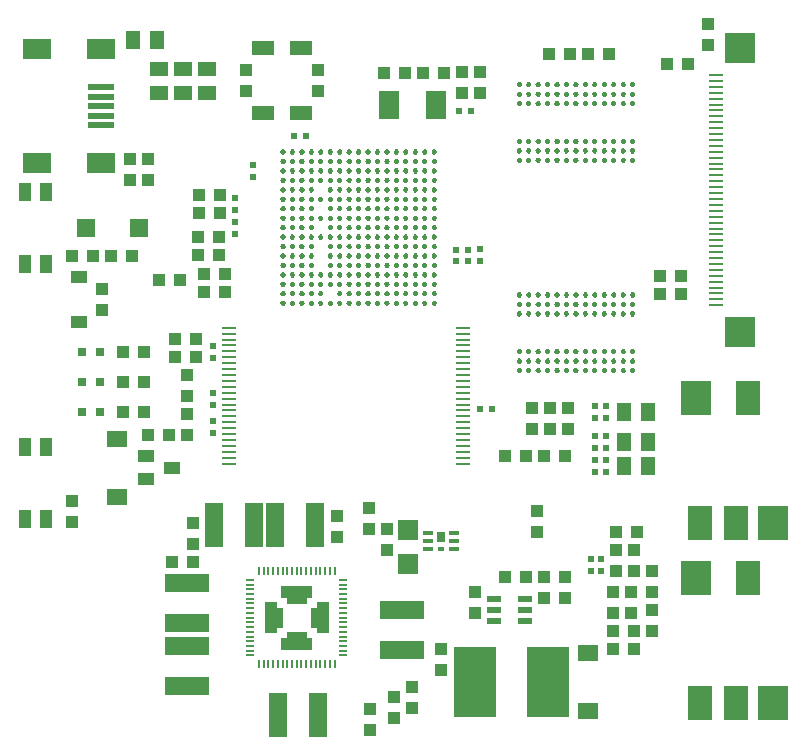
<source format=gbr>
G75*
G70*
%OFA0B0*%
%FSLAX24Y24*%
%IPPOS*%
%LPD*%
%AMOC8*
5,1,8,0,0,1.08239X$1,22.5*
%
%ADD10R,0.0400X0.0400*%
%ADD11R,0.0230X0.0240*%
%ADD12R,0.0315X0.0315*%
%ADD13R,0.0472X0.0217*%
%ADD14R,0.1417X0.2362*%
%ADD15R,0.0591X0.1457*%
%ADD16R,0.0700X0.0650*%
%ADD17R,0.0551X0.0394*%
%ADD18R,0.0709X0.0571*%
%ADD19R,0.0472X0.0091*%
%ADD20R,0.0240X0.0230*%
%ADD21R,0.0709X0.0945*%
%ADD22R,0.0400X0.0600*%
%ADD23R,0.0504X0.0091*%
%ADD24R,0.0984X0.0984*%
%ADD25R,0.0591X0.0709*%
%ADD26R,0.0709X0.0591*%
%ADD27R,0.0197X0.0394*%
%ADD28R,0.0394X0.0197*%
%ADD29R,0.0083X0.0315*%
%ADD30R,0.0315X0.0083*%
%ADD31R,0.1457X0.0591*%
%ADD32R,0.0354X0.0138*%
%ADD33R,0.0315X0.0374*%
%ADD34R,0.0236X0.0138*%
%ADD35R,0.0748X0.0512*%
%ADD36R,0.0500X0.0600*%
%ADD37R,0.0886X0.0197*%
%ADD38R,0.0925X0.0709*%
%ADD39C,0.0087*%
%ADD40R,0.0984X0.1181*%
%ADD41R,0.0827X0.1181*%
%ADD42R,0.0600X0.0500*%
%ADD43R,0.0610X0.0591*%
%ADD44R,0.0197X0.0217*%
D10*
X011458Y012002D03*
X012158Y012002D03*
X012158Y012602D03*
X012158Y013302D03*
X011958Y016252D03*
X011358Y016252D03*
X010658Y016252D03*
X010508Y017002D03*
X009808Y017002D03*
X009808Y018002D03*
X010508Y018002D03*
X010508Y019002D03*
X009808Y019002D03*
X009108Y020402D03*
X009108Y021102D03*
X008808Y022202D03*
X009408Y022202D03*
X010108Y022202D03*
X011008Y021402D03*
X011708Y021402D03*
X012508Y021602D03*
X012508Y021002D03*
X013208Y021002D03*
X013208Y021602D03*
X013008Y022252D03*
X013008Y022852D03*
X012308Y022852D03*
X012308Y022252D03*
X012358Y023652D03*
X012358Y024252D03*
X013058Y024252D03*
X013058Y023652D03*
X010658Y024752D03*
X010058Y024752D03*
X010058Y025452D03*
X010658Y025452D03*
X013908Y027702D03*
X013908Y028402D03*
X016308Y028402D03*
X016308Y027702D03*
X018508Y028302D03*
X019208Y028302D03*
X019808Y028302D03*
X020508Y028302D03*
X021108Y028352D03*
X021708Y028352D03*
X021708Y027652D03*
X021108Y027652D03*
X024008Y028952D03*
X024708Y028952D03*
X025308Y028952D03*
X026008Y028952D03*
X027958Y028602D03*
X028658Y028602D03*
X029308Y029252D03*
X029308Y029952D03*
X028408Y021552D03*
X028408Y020952D03*
X027708Y020952D03*
X027708Y021552D03*
X024658Y017152D03*
X024058Y017152D03*
X023458Y017152D03*
X023458Y016452D03*
X024058Y016452D03*
X024658Y016452D03*
X024558Y015552D03*
X023858Y015552D03*
X023258Y015552D03*
X022558Y015552D03*
X023608Y013702D03*
X023608Y013002D03*
X023858Y011502D03*
X023258Y011502D03*
X022558Y011502D03*
X021558Y011002D03*
X021558Y010302D03*
X020408Y009102D03*
X020408Y008402D03*
X019458Y007852D03*
X018858Y007502D03*
X019458Y007152D03*
X018858Y006802D03*
X018058Y007102D03*
X018058Y006402D03*
X023858Y010802D03*
X024558Y010802D03*
X024558Y011502D03*
X026158Y011002D03*
X026758Y011002D03*
X026758Y010302D03*
X026158Y010302D03*
X026158Y009702D03*
X026158Y009102D03*
X026858Y009102D03*
X026858Y009702D03*
X027458Y009702D03*
X027458Y010402D03*
X027458Y011002D03*
X027458Y011702D03*
X026858Y011702D03*
X026258Y011702D03*
X026258Y012402D03*
X026858Y012402D03*
X026958Y013002D03*
X026258Y013002D03*
X018608Y013102D03*
X018008Y013102D03*
X018008Y013802D03*
X016958Y013552D03*
X016958Y012852D03*
X018608Y012402D03*
X012258Y018852D03*
X011958Y018252D03*
X011558Y018852D03*
X011558Y019452D03*
X012258Y019452D03*
X011958Y017552D03*
X011958Y016952D03*
X008108Y014052D03*
X008108Y013352D03*
X008108Y022202D03*
D11*
X012808Y019202D03*
X012808Y018802D03*
X012808Y017652D03*
X012808Y017252D03*
X012808Y016702D03*
X012808Y016302D03*
X013558Y022952D03*
X013558Y023352D03*
X013558Y023752D03*
X013558Y024152D03*
X014158Y024852D03*
X014158Y025252D03*
X021708Y022452D03*
X021708Y022052D03*
X025558Y017202D03*
X025908Y017202D03*
X025908Y016802D03*
X025558Y016802D03*
X025558Y016202D03*
X025908Y016202D03*
X025908Y015802D03*
X025558Y015802D03*
X025558Y015402D03*
X025908Y015402D03*
X025908Y015002D03*
X025558Y015002D03*
X025408Y012102D03*
X025758Y012102D03*
X025758Y011702D03*
X025408Y011702D03*
D12*
X009058Y017002D03*
X008458Y017002D03*
X008458Y018002D03*
X009058Y018002D03*
X009058Y019002D03*
X008458Y019002D03*
D13*
X022196Y010776D03*
X022196Y010402D03*
X022196Y010028D03*
X023220Y010028D03*
X023220Y010402D03*
X023220Y010776D03*
D14*
X023979Y008002D03*
X021538Y008002D03*
D15*
X016327Y006902D03*
X014989Y006902D03*
X014889Y013252D03*
X014177Y013252D03*
X012839Y013252D03*
X016227Y013252D03*
D16*
X019308Y013077D03*
X019308Y011927D03*
D17*
X011441Y015152D03*
X010575Y014778D03*
X010575Y015526D03*
X008358Y020004D03*
X008358Y021500D03*
D18*
X009608Y016115D03*
X009608Y014190D03*
X025308Y008965D03*
X025308Y007040D03*
D19*
X021156Y015289D03*
X021156Y015486D03*
X021156Y015682D03*
X021156Y015879D03*
X021156Y016076D03*
X021156Y016273D03*
X021156Y016470D03*
X021156Y016667D03*
X021156Y016863D03*
X021156Y017060D03*
X021156Y017257D03*
X021156Y017454D03*
X021156Y017651D03*
X021156Y017848D03*
X021156Y018045D03*
X021156Y018241D03*
X021156Y018438D03*
X021156Y018635D03*
X021156Y018832D03*
X021156Y019029D03*
X021156Y019226D03*
X021156Y019423D03*
X021156Y019619D03*
X021156Y019816D03*
X013360Y019816D03*
X013360Y019619D03*
X013360Y019423D03*
X013360Y019226D03*
X013360Y019029D03*
X013360Y018832D03*
X013360Y018635D03*
X013360Y018438D03*
X013360Y018241D03*
X013360Y018045D03*
X013360Y017848D03*
X013360Y017651D03*
X013360Y017454D03*
X013360Y017257D03*
X013360Y017060D03*
X013360Y016863D03*
X013360Y016667D03*
X013360Y016470D03*
X013360Y016273D03*
X013360Y016076D03*
X013360Y015879D03*
X013360Y015682D03*
X013360Y015486D03*
X013360Y015289D03*
D20*
X020908Y022052D03*
X020908Y022402D03*
X021308Y022402D03*
X021308Y022052D03*
X021708Y017102D03*
X022108Y017102D03*
X021408Y027052D03*
X021008Y027052D03*
D21*
X020246Y027252D03*
X018671Y027252D03*
D22*
X007258Y024352D03*
X006558Y024352D03*
X006558Y021952D03*
X007258Y021952D03*
X007258Y015852D03*
X006558Y015852D03*
X006558Y013452D03*
X007258Y013452D03*
D23*
X029575Y020564D03*
X029575Y020761D03*
X029575Y020958D03*
X029575Y021154D03*
X029575Y021351D03*
X029575Y021548D03*
X029575Y021745D03*
X029575Y021942D03*
X029575Y022139D03*
X029575Y022336D03*
X029575Y022532D03*
X029575Y022729D03*
X029575Y022926D03*
X029575Y023123D03*
X029575Y023320D03*
X029575Y023517D03*
X029575Y023713D03*
X029575Y023910D03*
X029575Y024107D03*
X029575Y024304D03*
X029575Y024501D03*
X029575Y024698D03*
X029575Y024895D03*
X029575Y025091D03*
X029575Y025288D03*
X029575Y025485D03*
X029575Y025682D03*
X029575Y025879D03*
X029575Y026076D03*
X029575Y026273D03*
X029575Y026469D03*
X029575Y026666D03*
X029575Y026863D03*
X029575Y027060D03*
X029575Y027257D03*
X029575Y027454D03*
X029575Y027650D03*
X029575Y027847D03*
X029575Y028044D03*
X029575Y028241D03*
D24*
X030383Y029127D03*
X030383Y019678D03*
D25*
X016376Y010152D03*
X014840Y010152D03*
D26*
X015608Y009385D03*
X015608Y010920D03*
D27*
X015195Y011019D03*
X016021Y011019D03*
X016021Y009286D03*
X015195Y009286D03*
D28*
X014742Y009739D03*
X014742Y010566D03*
X016474Y010566D03*
X016474Y009739D03*
D29*
X016396Y008597D03*
X016553Y008597D03*
X016710Y008597D03*
X016868Y008597D03*
X016238Y008597D03*
X016081Y008597D03*
X015923Y008597D03*
X015766Y008597D03*
X015608Y008597D03*
X015451Y008597D03*
X015293Y008597D03*
X015136Y008597D03*
X014978Y008597D03*
X014821Y008597D03*
X014663Y008597D03*
X014506Y008597D03*
X014348Y008597D03*
X014348Y011708D03*
X014506Y011708D03*
X014663Y011708D03*
X014821Y011708D03*
X014978Y011708D03*
X015136Y011708D03*
X015293Y011708D03*
X015451Y011708D03*
X015608Y011708D03*
X015766Y011708D03*
X015923Y011708D03*
X016081Y011708D03*
X016238Y011708D03*
X016396Y011708D03*
X016553Y011708D03*
X016710Y011708D03*
X016868Y011708D03*
D30*
X017163Y011412D03*
X017163Y011255D03*
X017163Y011097D03*
X017163Y010940D03*
X017163Y010782D03*
X017163Y010625D03*
X017163Y010467D03*
X017163Y010310D03*
X017163Y010152D03*
X017163Y009995D03*
X017163Y009837D03*
X017163Y009680D03*
X017163Y009523D03*
X017163Y009365D03*
X017163Y009208D03*
X017163Y009050D03*
X017163Y008893D03*
X014053Y008893D03*
X014053Y009050D03*
X014053Y009208D03*
X014053Y009365D03*
X014053Y009523D03*
X014053Y009680D03*
X014053Y009837D03*
X014053Y009995D03*
X014053Y010152D03*
X014053Y010310D03*
X014053Y010467D03*
X014053Y010625D03*
X014053Y010782D03*
X014053Y010940D03*
X014053Y011097D03*
X014053Y011255D03*
X014053Y011412D03*
D31*
X011958Y007883D03*
X011958Y009222D03*
X011958Y009983D03*
X011958Y011322D03*
X019108Y010422D03*
X019108Y009083D03*
D32*
X019975Y012447D03*
X019975Y012702D03*
X019975Y012958D03*
X020841Y012958D03*
X020841Y012702D03*
X020841Y012447D03*
D33*
X020408Y012840D03*
D34*
X020408Y012447D03*
D35*
X015738Y026970D03*
X014478Y026970D03*
X014478Y029135D03*
X015738Y029135D03*
D36*
X010958Y029402D03*
X010158Y029402D03*
X026508Y017002D03*
X027308Y017002D03*
X027308Y016002D03*
X026508Y016002D03*
X026508Y015202D03*
X027308Y015202D03*
D37*
X009073Y026573D03*
X009073Y026887D03*
X009073Y027202D03*
X009073Y027517D03*
X009073Y027832D03*
D38*
X009075Y029092D03*
X006949Y029092D03*
X006949Y025313D03*
X009075Y025313D03*
D39*
X015095Y025373D02*
X015097Y025386D01*
X015103Y025397D01*
X015113Y025406D01*
X015124Y025411D01*
X015137Y025412D01*
X015150Y025409D01*
X015160Y025402D01*
X015168Y025392D01*
X015172Y025379D01*
X015172Y025367D01*
X015168Y025354D01*
X015160Y025344D01*
X015150Y025337D01*
X015137Y025334D01*
X015124Y025335D01*
X015113Y025340D01*
X015103Y025349D01*
X015097Y025360D01*
X015095Y025373D01*
X015095Y025688D02*
X015097Y025701D01*
X015103Y025712D01*
X015113Y025721D01*
X015124Y025726D01*
X015137Y025727D01*
X015150Y025724D01*
X015160Y025717D01*
X015168Y025707D01*
X015172Y025694D01*
X015172Y025682D01*
X015168Y025669D01*
X015160Y025659D01*
X015150Y025652D01*
X015137Y025649D01*
X015124Y025650D01*
X015113Y025655D01*
X015103Y025664D01*
X015097Y025675D01*
X015095Y025688D01*
X015410Y025688D02*
X015412Y025701D01*
X015418Y025712D01*
X015428Y025721D01*
X015439Y025726D01*
X015452Y025727D01*
X015465Y025724D01*
X015475Y025717D01*
X015483Y025707D01*
X015487Y025694D01*
X015487Y025682D01*
X015483Y025669D01*
X015475Y025659D01*
X015465Y025652D01*
X015452Y025649D01*
X015439Y025650D01*
X015428Y025655D01*
X015418Y025664D01*
X015412Y025675D01*
X015410Y025688D01*
X015410Y025373D02*
X015412Y025386D01*
X015418Y025397D01*
X015428Y025406D01*
X015439Y025411D01*
X015452Y025412D01*
X015465Y025409D01*
X015475Y025402D01*
X015483Y025392D01*
X015487Y025379D01*
X015487Y025367D01*
X015483Y025354D01*
X015475Y025344D01*
X015465Y025337D01*
X015452Y025334D01*
X015439Y025335D01*
X015428Y025340D01*
X015418Y025349D01*
X015412Y025360D01*
X015410Y025373D01*
X015410Y025058D02*
X015412Y025071D01*
X015418Y025082D01*
X015428Y025091D01*
X015439Y025096D01*
X015452Y025097D01*
X015465Y025094D01*
X015475Y025087D01*
X015483Y025077D01*
X015487Y025064D01*
X015487Y025052D01*
X015483Y025039D01*
X015475Y025029D01*
X015465Y025022D01*
X015452Y025019D01*
X015439Y025020D01*
X015428Y025025D01*
X015418Y025034D01*
X015412Y025045D01*
X015410Y025058D01*
X015095Y025058D02*
X015097Y025071D01*
X015103Y025082D01*
X015113Y025091D01*
X015124Y025096D01*
X015137Y025097D01*
X015150Y025094D01*
X015160Y025087D01*
X015168Y025077D01*
X015172Y025064D01*
X015172Y025052D01*
X015168Y025039D01*
X015160Y025029D01*
X015150Y025022D01*
X015137Y025019D01*
X015124Y025020D01*
X015113Y025025D01*
X015103Y025034D01*
X015097Y025045D01*
X015095Y025058D01*
X015095Y024743D02*
X015097Y024756D01*
X015103Y024767D01*
X015113Y024776D01*
X015124Y024781D01*
X015137Y024782D01*
X015150Y024779D01*
X015160Y024772D01*
X015168Y024762D01*
X015172Y024749D01*
X015172Y024737D01*
X015168Y024724D01*
X015160Y024714D01*
X015150Y024707D01*
X015137Y024704D01*
X015124Y024705D01*
X015113Y024710D01*
X015103Y024719D01*
X015097Y024730D01*
X015095Y024743D01*
X015095Y024428D02*
X015097Y024441D01*
X015103Y024452D01*
X015113Y024461D01*
X015124Y024466D01*
X015137Y024467D01*
X015150Y024464D01*
X015160Y024457D01*
X015168Y024447D01*
X015172Y024434D01*
X015172Y024422D01*
X015168Y024409D01*
X015160Y024399D01*
X015150Y024392D01*
X015137Y024389D01*
X015124Y024390D01*
X015113Y024395D01*
X015103Y024404D01*
X015097Y024415D01*
X015095Y024428D01*
X015095Y024113D02*
X015097Y024126D01*
X015103Y024137D01*
X015113Y024146D01*
X015124Y024151D01*
X015137Y024152D01*
X015150Y024149D01*
X015160Y024142D01*
X015168Y024132D01*
X015172Y024119D01*
X015172Y024107D01*
X015168Y024094D01*
X015160Y024084D01*
X015150Y024077D01*
X015137Y024074D01*
X015124Y024075D01*
X015113Y024080D01*
X015103Y024089D01*
X015097Y024100D01*
X015095Y024113D01*
X015095Y023798D02*
X015097Y023811D01*
X015103Y023822D01*
X015113Y023831D01*
X015124Y023836D01*
X015137Y023837D01*
X015150Y023834D01*
X015160Y023827D01*
X015168Y023817D01*
X015172Y023804D01*
X015172Y023792D01*
X015168Y023779D01*
X015160Y023769D01*
X015150Y023762D01*
X015137Y023759D01*
X015124Y023760D01*
X015113Y023765D01*
X015103Y023774D01*
X015097Y023785D01*
X015095Y023798D01*
X015095Y023483D02*
X015097Y023496D01*
X015103Y023507D01*
X015113Y023516D01*
X015124Y023521D01*
X015137Y023522D01*
X015150Y023519D01*
X015160Y023512D01*
X015168Y023502D01*
X015172Y023489D01*
X015172Y023477D01*
X015168Y023464D01*
X015160Y023454D01*
X015150Y023447D01*
X015137Y023444D01*
X015124Y023445D01*
X015113Y023450D01*
X015103Y023459D01*
X015097Y023470D01*
X015095Y023483D01*
X015095Y023168D02*
X015097Y023181D01*
X015103Y023192D01*
X015113Y023201D01*
X015124Y023206D01*
X015137Y023207D01*
X015150Y023204D01*
X015160Y023197D01*
X015168Y023187D01*
X015172Y023174D01*
X015172Y023162D01*
X015168Y023149D01*
X015160Y023139D01*
X015150Y023132D01*
X015137Y023129D01*
X015124Y023130D01*
X015113Y023135D01*
X015103Y023144D01*
X015097Y023155D01*
X015095Y023168D01*
X015095Y022853D02*
X015097Y022866D01*
X015103Y022877D01*
X015113Y022886D01*
X015124Y022891D01*
X015137Y022892D01*
X015150Y022889D01*
X015160Y022882D01*
X015168Y022872D01*
X015172Y022859D01*
X015172Y022847D01*
X015168Y022834D01*
X015160Y022824D01*
X015150Y022817D01*
X015137Y022814D01*
X015124Y022815D01*
X015113Y022820D01*
X015103Y022829D01*
X015097Y022840D01*
X015095Y022853D01*
X015095Y022538D02*
X015097Y022551D01*
X015103Y022562D01*
X015113Y022571D01*
X015124Y022576D01*
X015137Y022577D01*
X015150Y022574D01*
X015160Y022567D01*
X015168Y022557D01*
X015172Y022544D01*
X015172Y022532D01*
X015168Y022519D01*
X015160Y022509D01*
X015150Y022502D01*
X015137Y022499D01*
X015124Y022500D01*
X015113Y022505D01*
X015103Y022514D01*
X015097Y022525D01*
X015095Y022538D01*
X015095Y022223D02*
X015097Y022236D01*
X015103Y022247D01*
X015113Y022256D01*
X015124Y022261D01*
X015137Y022262D01*
X015150Y022259D01*
X015160Y022252D01*
X015168Y022242D01*
X015172Y022229D01*
X015172Y022217D01*
X015168Y022204D01*
X015160Y022194D01*
X015150Y022187D01*
X015137Y022184D01*
X015124Y022185D01*
X015113Y022190D01*
X015103Y022199D01*
X015097Y022210D01*
X015095Y022223D01*
X015095Y021908D02*
X015097Y021921D01*
X015103Y021932D01*
X015113Y021941D01*
X015124Y021946D01*
X015137Y021947D01*
X015150Y021944D01*
X015160Y021937D01*
X015168Y021927D01*
X015172Y021914D01*
X015172Y021902D01*
X015168Y021889D01*
X015160Y021879D01*
X015150Y021872D01*
X015137Y021869D01*
X015124Y021870D01*
X015113Y021875D01*
X015103Y021884D01*
X015097Y021895D01*
X015095Y021908D01*
X015095Y021593D02*
X015097Y021606D01*
X015103Y021617D01*
X015113Y021626D01*
X015124Y021631D01*
X015137Y021632D01*
X015150Y021629D01*
X015160Y021622D01*
X015168Y021612D01*
X015172Y021599D01*
X015172Y021587D01*
X015168Y021574D01*
X015160Y021564D01*
X015150Y021557D01*
X015137Y021554D01*
X015124Y021555D01*
X015113Y021560D01*
X015103Y021569D01*
X015097Y021580D01*
X015095Y021593D01*
X015095Y021278D02*
X015097Y021291D01*
X015103Y021302D01*
X015113Y021311D01*
X015124Y021316D01*
X015137Y021317D01*
X015150Y021314D01*
X015160Y021307D01*
X015168Y021297D01*
X015172Y021284D01*
X015172Y021272D01*
X015168Y021259D01*
X015160Y021249D01*
X015150Y021242D01*
X015137Y021239D01*
X015124Y021240D01*
X015113Y021245D01*
X015103Y021254D01*
X015097Y021265D01*
X015095Y021278D01*
X015095Y020963D02*
X015097Y020976D01*
X015103Y020987D01*
X015113Y020996D01*
X015124Y021001D01*
X015137Y021002D01*
X015150Y020999D01*
X015160Y020992D01*
X015168Y020982D01*
X015172Y020969D01*
X015172Y020957D01*
X015168Y020944D01*
X015160Y020934D01*
X015150Y020927D01*
X015137Y020924D01*
X015124Y020925D01*
X015113Y020930D01*
X015103Y020939D01*
X015097Y020950D01*
X015095Y020963D01*
X015095Y020649D02*
X015097Y020662D01*
X015103Y020673D01*
X015113Y020682D01*
X015124Y020687D01*
X015137Y020688D01*
X015150Y020685D01*
X015160Y020678D01*
X015168Y020668D01*
X015172Y020655D01*
X015172Y020643D01*
X015168Y020630D01*
X015160Y020620D01*
X015150Y020613D01*
X015137Y020610D01*
X015124Y020611D01*
X015113Y020616D01*
X015103Y020625D01*
X015097Y020636D01*
X015095Y020649D01*
X015410Y020649D02*
X015412Y020662D01*
X015418Y020673D01*
X015428Y020682D01*
X015439Y020687D01*
X015452Y020688D01*
X015465Y020685D01*
X015475Y020678D01*
X015483Y020668D01*
X015487Y020655D01*
X015487Y020643D01*
X015483Y020630D01*
X015475Y020620D01*
X015465Y020613D01*
X015452Y020610D01*
X015439Y020611D01*
X015428Y020616D01*
X015418Y020625D01*
X015412Y020636D01*
X015410Y020649D01*
X015410Y020963D02*
X015412Y020976D01*
X015418Y020987D01*
X015428Y020996D01*
X015439Y021001D01*
X015452Y021002D01*
X015465Y020999D01*
X015475Y020992D01*
X015483Y020982D01*
X015487Y020969D01*
X015487Y020957D01*
X015483Y020944D01*
X015475Y020934D01*
X015465Y020927D01*
X015452Y020924D01*
X015439Y020925D01*
X015428Y020930D01*
X015418Y020939D01*
X015412Y020950D01*
X015410Y020963D01*
X015410Y021278D02*
X015412Y021291D01*
X015418Y021302D01*
X015428Y021311D01*
X015439Y021316D01*
X015452Y021317D01*
X015465Y021314D01*
X015475Y021307D01*
X015483Y021297D01*
X015487Y021284D01*
X015487Y021272D01*
X015483Y021259D01*
X015475Y021249D01*
X015465Y021242D01*
X015452Y021239D01*
X015439Y021240D01*
X015428Y021245D01*
X015418Y021254D01*
X015412Y021265D01*
X015410Y021278D01*
X015410Y021593D02*
X015412Y021606D01*
X015418Y021617D01*
X015428Y021626D01*
X015439Y021631D01*
X015452Y021632D01*
X015465Y021629D01*
X015475Y021622D01*
X015483Y021612D01*
X015487Y021599D01*
X015487Y021587D01*
X015483Y021574D01*
X015475Y021564D01*
X015465Y021557D01*
X015452Y021554D01*
X015439Y021555D01*
X015428Y021560D01*
X015418Y021569D01*
X015412Y021580D01*
X015410Y021593D01*
X015410Y021908D02*
X015412Y021921D01*
X015418Y021932D01*
X015428Y021941D01*
X015439Y021946D01*
X015452Y021947D01*
X015465Y021944D01*
X015475Y021937D01*
X015483Y021927D01*
X015487Y021914D01*
X015487Y021902D01*
X015483Y021889D01*
X015475Y021879D01*
X015465Y021872D01*
X015452Y021869D01*
X015439Y021870D01*
X015428Y021875D01*
X015418Y021884D01*
X015412Y021895D01*
X015410Y021908D01*
X015410Y022223D02*
X015412Y022236D01*
X015418Y022247D01*
X015428Y022256D01*
X015439Y022261D01*
X015452Y022262D01*
X015465Y022259D01*
X015475Y022252D01*
X015483Y022242D01*
X015487Y022229D01*
X015487Y022217D01*
X015483Y022204D01*
X015475Y022194D01*
X015465Y022187D01*
X015452Y022184D01*
X015439Y022185D01*
X015428Y022190D01*
X015418Y022199D01*
X015412Y022210D01*
X015410Y022223D01*
X015410Y022538D02*
X015412Y022551D01*
X015418Y022562D01*
X015428Y022571D01*
X015439Y022576D01*
X015452Y022577D01*
X015465Y022574D01*
X015475Y022567D01*
X015483Y022557D01*
X015487Y022544D01*
X015487Y022532D01*
X015483Y022519D01*
X015475Y022509D01*
X015465Y022502D01*
X015452Y022499D01*
X015439Y022500D01*
X015428Y022505D01*
X015418Y022514D01*
X015412Y022525D01*
X015410Y022538D01*
X015410Y022853D02*
X015412Y022866D01*
X015418Y022877D01*
X015428Y022886D01*
X015439Y022891D01*
X015452Y022892D01*
X015465Y022889D01*
X015475Y022882D01*
X015483Y022872D01*
X015487Y022859D01*
X015487Y022847D01*
X015483Y022834D01*
X015475Y022824D01*
X015465Y022817D01*
X015452Y022814D01*
X015439Y022815D01*
X015428Y022820D01*
X015418Y022829D01*
X015412Y022840D01*
X015410Y022853D01*
X015410Y023168D02*
X015412Y023181D01*
X015418Y023192D01*
X015428Y023201D01*
X015439Y023206D01*
X015452Y023207D01*
X015465Y023204D01*
X015475Y023197D01*
X015483Y023187D01*
X015487Y023174D01*
X015487Y023162D01*
X015483Y023149D01*
X015475Y023139D01*
X015465Y023132D01*
X015452Y023129D01*
X015439Y023130D01*
X015428Y023135D01*
X015418Y023144D01*
X015412Y023155D01*
X015410Y023168D01*
X015410Y023483D02*
X015412Y023496D01*
X015418Y023507D01*
X015428Y023516D01*
X015439Y023521D01*
X015452Y023522D01*
X015465Y023519D01*
X015475Y023512D01*
X015483Y023502D01*
X015487Y023489D01*
X015487Y023477D01*
X015483Y023464D01*
X015475Y023454D01*
X015465Y023447D01*
X015452Y023444D01*
X015439Y023445D01*
X015428Y023450D01*
X015418Y023459D01*
X015412Y023470D01*
X015410Y023483D01*
X015410Y023798D02*
X015412Y023811D01*
X015418Y023822D01*
X015428Y023831D01*
X015439Y023836D01*
X015452Y023837D01*
X015465Y023834D01*
X015475Y023827D01*
X015483Y023817D01*
X015487Y023804D01*
X015487Y023792D01*
X015483Y023779D01*
X015475Y023769D01*
X015465Y023762D01*
X015452Y023759D01*
X015439Y023760D01*
X015428Y023765D01*
X015418Y023774D01*
X015412Y023785D01*
X015410Y023798D01*
X015410Y024113D02*
X015412Y024126D01*
X015418Y024137D01*
X015428Y024146D01*
X015439Y024151D01*
X015452Y024152D01*
X015465Y024149D01*
X015475Y024142D01*
X015483Y024132D01*
X015487Y024119D01*
X015487Y024107D01*
X015483Y024094D01*
X015475Y024084D01*
X015465Y024077D01*
X015452Y024074D01*
X015439Y024075D01*
X015428Y024080D01*
X015418Y024089D01*
X015412Y024100D01*
X015410Y024113D01*
X015410Y024428D02*
X015412Y024441D01*
X015418Y024452D01*
X015428Y024461D01*
X015439Y024466D01*
X015452Y024467D01*
X015465Y024464D01*
X015475Y024457D01*
X015483Y024447D01*
X015487Y024434D01*
X015487Y024422D01*
X015483Y024409D01*
X015475Y024399D01*
X015465Y024392D01*
X015452Y024389D01*
X015439Y024390D01*
X015428Y024395D01*
X015418Y024404D01*
X015412Y024415D01*
X015410Y024428D01*
X015410Y024743D02*
X015412Y024756D01*
X015418Y024767D01*
X015428Y024776D01*
X015439Y024781D01*
X015452Y024782D01*
X015465Y024779D01*
X015475Y024772D01*
X015483Y024762D01*
X015487Y024749D01*
X015487Y024737D01*
X015483Y024724D01*
X015475Y024714D01*
X015465Y024707D01*
X015452Y024704D01*
X015439Y024705D01*
X015428Y024710D01*
X015418Y024719D01*
X015412Y024730D01*
X015410Y024743D01*
X015725Y024743D02*
X015727Y024756D01*
X015733Y024767D01*
X015743Y024776D01*
X015754Y024781D01*
X015767Y024782D01*
X015780Y024779D01*
X015790Y024772D01*
X015798Y024762D01*
X015802Y024749D01*
X015802Y024737D01*
X015798Y024724D01*
X015790Y024714D01*
X015780Y024707D01*
X015767Y024704D01*
X015754Y024705D01*
X015743Y024710D01*
X015733Y024719D01*
X015727Y024730D01*
X015725Y024743D01*
X015725Y024428D02*
X015727Y024441D01*
X015733Y024452D01*
X015743Y024461D01*
X015754Y024466D01*
X015767Y024467D01*
X015780Y024464D01*
X015790Y024457D01*
X015798Y024447D01*
X015802Y024434D01*
X015802Y024422D01*
X015798Y024409D01*
X015790Y024399D01*
X015780Y024392D01*
X015767Y024389D01*
X015754Y024390D01*
X015743Y024395D01*
X015733Y024404D01*
X015727Y024415D01*
X015725Y024428D01*
X015725Y024113D02*
X015727Y024126D01*
X015733Y024137D01*
X015743Y024146D01*
X015754Y024151D01*
X015767Y024152D01*
X015780Y024149D01*
X015790Y024142D01*
X015798Y024132D01*
X015802Y024119D01*
X015802Y024107D01*
X015798Y024094D01*
X015790Y024084D01*
X015780Y024077D01*
X015767Y024074D01*
X015754Y024075D01*
X015743Y024080D01*
X015733Y024089D01*
X015727Y024100D01*
X015725Y024113D01*
X015725Y023798D02*
X015727Y023811D01*
X015733Y023822D01*
X015743Y023831D01*
X015754Y023836D01*
X015767Y023837D01*
X015780Y023834D01*
X015790Y023827D01*
X015798Y023817D01*
X015802Y023804D01*
X015802Y023792D01*
X015798Y023779D01*
X015790Y023769D01*
X015780Y023762D01*
X015767Y023759D01*
X015754Y023760D01*
X015743Y023765D01*
X015733Y023774D01*
X015727Y023785D01*
X015725Y023798D01*
X015725Y023483D02*
X015727Y023496D01*
X015733Y023507D01*
X015743Y023516D01*
X015754Y023521D01*
X015767Y023522D01*
X015780Y023519D01*
X015790Y023512D01*
X015798Y023502D01*
X015802Y023489D01*
X015802Y023477D01*
X015798Y023464D01*
X015790Y023454D01*
X015780Y023447D01*
X015767Y023444D01*
X015754Y023445D01*
X015743Y023450D01*
X015733Y023459D01*
X015727Y023470D01*
X015725Y023483D01*
X015725Y023168D02*
X015727Y023181D01*
X015733Y023192D01*
X015743Y023201D01*
X015754Y023206D01*
X015767Y023207D01*
X015780Y023204D01*
X015790Y023197D01*
X015798Y023187D01*
X015802Y023174D01*
X015802Y023162D01*
X015798Y023149D01*
X015790Y023139D01*
X015780Y023132D01*
X015767Y023129D01*
X015754Y023130D01*
X015743Y023135D01*
X015733Y023144D01*
X015727Y023155D01*
X015725Y023168D01*
X015725Y022853D02*
X015727Y022866D01*
X015733Y022877D01*
X015743Y022886D01*
X015754Y022891D01*
X015767Y022892D01*
X015780Y022889D01*
X015790Y022882D01*
X015798Y022872D01*
X015802Y022859D01*
X015802Y022847D01*
X015798Y022834D01*
X015790Y022824D01*
X015780Y022817D01*
X015767Y022814D01*
X015754Y022815D01*
X015743Y022820D01*
X015733Y022829D01*
X015727Y022840D01*
X015725Y022853D01*
X015725Y022538D02*
X015727Y022551D01*
X015733Y022562D01*
X015743Y022571D01*
X015754Y022576D01*
X015767Y022577D01*
X015780Y022574D01*
X015790Y022567D01*
X015798Y022557D01*
X015802Y022544D01*
X015802Y022532D01*
X015798Y022519D01*
X015790Y022509D01*
X015780Y022502D01*
X015767Y022499D01*
X015754Y022500D01*
X015743Y022505D01*
X015733Y022514D01*
X015727Y022525D01*
X015725Y022538D01*
X015725Y022223D02*
X015727Y022236D01*
X015733Y022247D01*
X015743Y022256D01*
X015754Y022261D01*
X015767Y022262D01*
X015780Y022259D01*
X015790Y022252D01*
X015798Y022242D01*
X015802Y022229D01*
X015802Y022217D01*
X015798Y022204D01*
X015790Y022194D01*
X015780Y022187D01*
X015767Y022184D01*
X015754Y022185D01*
X015743Y022190D01*
X015733Y022199D01*
X015727Y022210D01*
X015725Y022223D01*
X015725Y021908D02*
X015727Y021921D01*
X015733Y021932D01*
X015743Y021941D01*
X015754Y021946D01*
X015767Y021947D01*
X015780Y021944D01*
X015790Y021937D01*
X015798Y021927D01*
X015802Y021914D01*
X015802Y021902D01*
X015798Y021889D01*
X015790Y021879D01*
X015780Y021872D01*
X015767Y021869D01*
X015754Y021870D01*
X015743Y021875D01*
X015733Y021884D01*
X015727Y021895D01*
X015725Y021908D01*
X015725Y021593D02*
X015727Y021606D01*
X015733Y021617D01*
X015743Y021626D01*
X015754Y021631D01*
X015767Y021632D01*
X015780Y021629D01*
X015790Y021622D01*
X015798Y021612D01*
X015802Y021599D01*
X015802Y021587D01*
X015798Y021574D01*
X015790Y021564D01*
X015780Y021557D01*
X015767Y021554D01*
X015754Y021555D01*
X015743Y021560D01*
X015733Y021569D01*
X015727Y021580D01*
X015725Y021593D01*
X015725Y021278D02*
X015727Y021291D01*
X015733Y021302D01*
X015743Y021311D01*
X015754Y021316D01*
X015767Y021317D01*
X015780Y021314D01*
X015790Y021307D01*
X015798Y021297D01*
X015802Y021284D01*
X015802Y021272D01*
X015798Y021259D01*
X015790Y021249D01*
X015780Y021242D01*
X015767Y021239D01*
X015754Y021240D01*
X015743Y021245D01*
X015733Y021254D01*
X015727Y021265D01*
X015725Y021278D01*
X015725Y020963D02*
X015727Y020976D01*
X015733Y020987D01*
X015743Y020996D01*
X015754Y021001D01*
X015767Y021002D01*
X015780Y020999D01*
X015790Y020992D01*
X015798Y020982D01*
X015802Y020969D01*
X015802Y020957D01*
X015798Y020944D01*
X015790Y020934D01*
X015780Y020927D01*
X015767Y020924D01*
X015754Y020925D01*
X015743Y020930D01*
X015733Y020939D01*
X015727Y020950D01*
X015725Y020963D01*
X015725Y020649D02*
X015727Y020662D01*
X015733Y020673D01*
X015743Y020682D01*
X015754Y020687D01*
X015767Y020688D01*
X015780Y020685D01*
X015790Y020678D01*
X015798Y020668D01*
X015802Y020655D01*
X015802Y020643D01*
X015798Y020630D01*
X015790Y020620D01*
X015780Y020613D01*
X015767Y020610D01*
X015754Y020611D01*
X015743Y020616D01*
X015733Y020625D01*
X015727Y020636D01*
X015725Y020649D01*
X016040Y020649D02*
X016042Y020662D01*
X016048Y020673D01*
X016058Y020682D01*
X016069Y020687D01*
X016082Y020688D01*
X016095Y020685D01*
X016105Y020678D01*
X016113Y020668D01*
X016117Y020655D01*
X016117Y020643D01*
X016113Y020630D01*
X016105Y020620D01*
X016095Y020613D01*
X016082Y020610D01*
X016069Y020611D01*
X016058Y020616D01*
X016048Y020625D01*
X016042Y020636D01*
X016040Y020649D01*
X016040Y020963D02*
X016042Y020976D01*
X016048Y020987D01*
X016058Y020996D01*
X016069Y021001D01*
X016082Y021002D01*
X016095Y020999D01*
X016105Y020992D01*
X016113Y020982D01*
X016117Y020969D01*
X016117Y020957D01*
X016113Y020944D01*
X016105Y020934D01*
X016095Y020927D01*
X016082Y020924D01*
X016069Y020925D01*
X016058Y020930D01*
X016048Y020939D01*
X016042Y020950D01*
X016040Y020963D01*
X016040Y021278D02*
X016042Y021291D01*
X016048Y021302D01*
X016058Y021311D01*
X016069Y021316D01*
X016082Y021317D01*
X016095Y021314D01*
X016105Y021307D01*
X016113Y021297D01*
X016117Y021284D01*
X016117Y021272D01*
X016113Y021259D01*
X016105Y021249D01*
X016095Y021242D01*
X016082Y021239D01*
X016069Y021240D01*
X016058Y021245D01*
X016048Y021254D01*
X016042Y021265D01*
X016040Y021278D01*
X016040Y021593D02*
X016042Y021606D01*
X016048Y021617D01*
X016058Y021626D01*
X016069Y021631D01*
X016082Y021632D01*
X016095Y021629D01*
X016105Y021622D01*
X016113Y021612D01*
X016117Y021599D01*
X016117Y021587D01*
X016113Y021574D01*
X016105Y021564D01*
X016095Y021557D01*
X016082Y021554D01*
X016069Y021555D01*
X016058Y021560D01*
X016048Y021569D01*
X016042Y021580D01*
X016040Y021593D01*
X016040Y021908D02*
X016042Y021921D01*
X016048Y021932D01*
X016058Y021941D01*
X016069Y021946D01*
X016082Y021947D01*
X016095Y021944D01*
X016105Y021937D01*
X016113Y021927D01*
X016117Y021914D01*
X016117Y021902D01*
X016113Y021889D01*
X016105Y021879D01*
X016095Y021872D01*
X016082Y021869D01*
X016069Y021870D01*
X016058Y021875D01*
X016048Y021884D01*
X016042Y021895D01*
X016040Y021908D01*
X016040Y022223D02*
X016042Y022236D01*
X016048Y022247D01*
X016058Y022256D01*
X016069Y022261D01*
X016082Y022262D01*
X016095Y022259D01*
X016105Y022252D01*
X016113Y022242D01*
X016117Y022229D01*
X016117Y022217D01*
X016113Y022204D01*
X016105Y022194D01*
X016095Y022187D01*
X016082Y022184D01*
X016069Y022185D01*
X016058Y022190D01*
X016048Y022199D01*
X016042Y022210D01*
X016040Y022223D01*
X016040Y022538D02*
X016042Y022551D01*
X016048Y022562D01*
X016058Y022571D01*
X016069Y022576D01*
X016082Y022577D01*
X016095Y022574D01*
X016105Y022567D01*
X016113Y022557D01*
X016117Y022544D01*
X016117Y022532D01*
X016113Y022519D01*
X016105Y022509D01*
X016095Y022502D01*
X016082Y022499D01*
X016069Y022500D01*
X016058Y022505D01*
X016048Y022514D01*
X016042Y022525D01*
X016040Y022538D01*
X016040Y022853D02*
X016042Y022866D01*
X016048Y022877D01*
X016058Y022886D01*
X016069Y022891D01*
X016082Y022892D01*
X016095Y022889D01*
X016105Y022882D01*
X016113Y022872D01*
X016117Y022859D01*
X016117Y022847D01*
X016113Y022834D01*
X016105Y022824D01*
X016095Y022817D01*
X016082Y022814D01*
X016069Y022815D01*
X016058Y022820D01*
X016048Y022829D01*
X016042Y022840D01*
X016040Y022853D01*
X016040Y023168D02*
X016042Y023181D01*
X016048Y023192D01*
X016058Y023201D01*
X016069Y023206D01*
X016082Y023207D01*
X016095Y023204D01*
X016105Y023197D01*
X016113Y023187D01*
X016117Y023174D01*
X016117Y023162D01*
X016113Y023149D01*
X016105Y023139D01*
X016095Y023132D01*
X016082Y023129D01*
X016069Y023130D01*
X016058Y023135D01*
X016048Y023144D01*
X016042Y023155D01*
X016040Y023168D01*
X016040Y023483D02*
X016042Y023496D01*
X016048Y023507D01*
X016058Y023516D01*
X016069Y023521D01*
X016082Y023522D01*
X016095Y023519D01*
X016105Y023512D01*
X016113Y023502D01*
X016117Y023489D01*
X016117Y023477D01*
X016113Y023464D01*
X016105Y023454D01*
X016095Y023447D01*
X016082Y023444D01*
X016069Y023445D01*
X016058Y023450D01*
X016048Y023459D01*
X016042Y023470D01*
X016040Y023483D01*
X016040Y023798D02*
X016042Y023811D01*
X016048Y023822D01*
X016058Y023831D01*
X016069Y023836D01*
X016082Y023837D01*
X016095Y023834D01*
X016105Y023827D01*
X016113Y023817D01*
X016117Y023804D01*
X016117Y023792D01*
X016113Y023779D01*
X016105Y023769D01*
X016095Y023762D01*
X016082Y023759D01*
X016069Y023760D01*
X016058Y023765D01*
X016048Y023774D01*
X016042Y023785D01*
X016040Y023798D01*
X016040Y024113D02*
X016042Y024126D01*
X016048Y024137D01*
X016058Y024146D01*
X016069Y024151D01*
X016082Y024152D01*
X016095Y024149D01*
X016105Y024142D01*
X016113Y024132D01*
X016117Y024119D01*
X016117Y024107D01*
X016113Y024094D01*
X016105Y024084D01*
X016095Y024077D01*
X016082Y024074D01*
X016069Y024075D01*
X016058Y024080D01*
X016048Y024089D01*
X016042Y024100D01*
X016040Y024113D01*
X016040Y024428D02*
X016042Y024441D01*
X016048Y024452D01*
X016058Y024461D01*
X016069Y024466D01*
X016082Y024467D01*
X016095Y024464D01*
X016105Y024457D01*
X016113Y024447D01*
X016117Y024434D01*
X016117Y024422D01*
X016113Y024409D01*
X016105Y024399D01*
X016095Y024392D01*
X016082Y024389D01*
X016069Y024390D01*
X016058Y024395D01*
X016048Y024404D01*
X016042Y024415D01*
X016040Y024428D01*
X016040Y024743D02*
X016042Y024756D01*
X016048Y024767D01*
X016058Y024776D01*
X016069Y024781D01*
X016082Y024782D01*
X016095Y024779D01*
X016105Y024772D01*
X016113Y024762D01*
X016117Y024749D01*
X016117Y024737D01*
X016113Y024724D01*
X016105Y024714D01*
X016095Y024707D01*
X016082Y024704D01*
X016069Y024705D01*
X016058Y024710D01*
X016048Y024719D01*
X016042Y024730D01*
X016040Y024743D01*
X016040Y025058D02*
X016042Y025071D01*
X016048Y025082D01*
X016058Y025091D01*
X016069Y025096D01*
X016082Y025097D01*
X016095Y025094D01*
X016105Y025087D01*
X016113Y025077D01*
X016117Y025064D01*
X016117Y025052D01*
X016113Y025039D01*
X016105Y025029D01*
X016095Y025022D01*
X016082Y025019D01*
X016069Y025020D01*
X016058Y025025D01*
X016048Y025034D01*
X016042Y025045D01*
X016040Y025058D01*
X015725Y025058D02*
X015727Y025071D01*
X015733Y025082D01*
X015743Y025091D01*
X015754Y025096D01*
X015767Y025097D01*
X015780Y025094D01*
X015790Y025087D01*
X015798Y025077D01*
X015802Y025064D01*
X015802Y025052D01*
X015798Y025039D01*
X015790Y025029D01*
X015780Y025022D01*
X015767Y025019D01*
X015754Y025020D01*
X015743Y025025D01*
X015733Y025034D01*
X015727Y025045D01*
X015725Y025058D01*
X015725Y025373D02*
X015727Y025386D01*
X015733Y025397D01*
X015743Y025406D01*
X015754Y025411D01*
X015767Y025412D01*
X015780Y025409D01*
X015790Y025402D01*
X015798Y025392D01*
X015802Y025379D01*
X015802Y025367D01*
X015798Y025354D01*
X015790Y025344D01*
X015780Y025337D01*
X015767Y025334D01*
X015754Y025335D01*
X015743Y025340D01*
X015733Y025349D01*
X015727Y025360D01*
X015725Y025373D01*
X015725Y025688D02*
X015727Y025701D01*
X015733Y025712D01*
X015743Y025721D01*
X015754Y025726D01*
X015767Y025727D01*
X015780Y025724D01*
X015790Y025717D01*
X015798Y025707D01*
X015802Y025694D01*
X015802Y025682D01*
X015798Y025669D01*
X015790Y025659D01*
X015780Y025652D01*
X015767Y025649D01*
X015754Y025650D01*
X015743Y025655D01*
X015733Y025664D01*
X015727Y025675D01*
X015725Y025688D01*
X016040Y025688D02*
X016042Y025701D01*
X016048Y025712D01*
X016058Y025721D01*
X016069Y025726D01*
X016082Y025727D01*
X016095Y025724D01*
X016105Y025717D01*
X016113Y025707D01*
X016117Y025694D01*
X016117Y025682D01*
X016113Y025669D01*
X016105Y025659D01*
X016095Y025652D01*
X016082Y025649D01*
X016069Y025650D01*
X016058Y025655D01*
X016048Y025664D01*
X016042Y025675D01*
X016040Y025688D01*
X016040Y025373D02*
X016042Y025386D01*
X016048Y025397D01*
X016058Y025406D01*
X016069Y025411D01*
X016082Y025412D01*
X016095Y025409D01*
X016105Y025402D01*
X016113Y025392D01*
X016117Y025379D01*
X016117Y025367D01*
X016113Y025354D01*
X016105Y025344D01*
X016095Y025337D01*
X016082Y025334D01*
X016069Y025335D01*
X016058Y025340D01*
X016048Y025349D01*
X016042Y025360D01*
X016040Y025373D01*
X016355Y025373D02*
X016357Y025386D01*
X016363Y025397D01*
X016373Y025406D01*
X016384Y025411D01*
X016397Y025412D01*
X016410Y025409D01*
X016420Y025402D01*
X016428Y025392D01*
X016432Y025379D01*
X016432Y025367D01*
X016428Y025354D01*
X016420Y025344D01*
X016410Y025337D01*
X016397Y025334D01*
X016384Y025335D01*
X016373Y025340D01*
X016363Y025349D01*
X016357Y025360D01*
X016355Y025373D01*
X016355Y025688D02*
X016357Y025701D01*
X016363Y025712D01*
X016373Y025721D01*
X016384Y025726D01*
X016397Y025727D01*
X016410Y025724D01*
X016420Y025717D01*
X016428Y025707D01*
X016432Y025694D01*
X016432Y025682D01*
X016428Y025669D01*
X016420Y025659D01*
X016410Y025652D01*
X016397Y025649D01*
X016384Y025650D01*
X016373Y025655D01*
X016363Y025664D01*
X016357Y025675D01*
X016355Y025688D01*
X016670Y025688D02*
X016672Y025701D01*
X016678Y025712D01*
X016688Y025721D01*
X016699Y025726D01*
X016712Y025727D01*
X016725Y025724D01*
X016735Y025717D01*
X016743Y025707D01*
X016747Y025694D01*
X016747Y025682D01*
X016743Y025669D01*
X016735Y025659D01*
X016725Y025652D01*
X016712Y025649D01*
X016699Y025650D01*
X016688Y025655D01*
X016678Y025664D01*
X016672Y025675D01*
X016670Y025688D01*
X016670Y025373D02*
X016672Y025386D01*
X016678Y025397D01*
X016688Y025406D01*
X016699Y025411D01*
X016712Y025412D01*
X016725Y025409D01*
X016735Y025402D01*
X016743Y025392D01*
X016747Y025379D01*
X016747Y025367D01*
X016743Y025354D01*
X016735Y025344D01*
X016725Y025337D01*
X016712Y025334D01*
X016699Y025335D01*
X016688Y025340D01*
X016678Y025349D01*
X016672Y025360D01*
X016670Y025373D01*
X016670Y025058D02*
X016672Y025071D01*
X016678Y025082D01*
X016688Y025091D01*
X016699Y025096D01*
X016712Y025097D01*
X016725Y025094D01*
X016735Y025087D01*
X016743Y025077D01*
X016747Y025064D01*
X016747Y025052D01*
X016743Y025039D01*
X016735Y025029D01*
X016725Y025022D01*
X016712Y025019D01*
X016699Y025020D01*
X016688Y025025D01*
X016678Y025034D01*
X016672Y025045D01*
X016670Y025058D01*
X016355Y025058D02*
X016357Y025071D01*
X016363Y025082D01*
X016373Y025091D01*
X016384Y025096D01*
X016397Y025097D01*
X016410Y025094D01*
X016420Y025087D01*
X016428Y025077D01*
X016432Y025064D01*
X016432Y025052D01*
X016428Y025039D01*
X016420Y025029D01*
X016410Y025022D01*
X016397Y025019D01*
X016384Y025020D01*
X016373Y025025D01*
X016363Y025034D01*
X016357Y025045D01*
X016355Y025058D01*
X016355Y024743D02*
X016357Y024756D01*
X016363Y024767D01*
X016373Y024776D01*
X016384Y024781D01*
X016397Y024782D01*
X016410Y024779D01*
X016420Y024772D01*
X016428Y024762D01*
X016432Y024749D01*
X016432Y024737D01*
X016428Y024724D01*
X016420Y024714D01*
X016410Y024707D01*
X016397Y024704D01*
X016384Y024705D01*
X016373Y024710D01*
X016363Y024719D01*
X016357Y024730D01*
X016355Y024743D01*
X016670Y024743D02*
X016672Y024756D01*
X016678Y024767D01*
X016688Y024776D01*
X016699Y024781D01*
X016712Y024782D01*
X016725Y024779D01*
X016735Y024772D01*
X016743Y024762D01*
X016747Y024749D01*
X016747Y024737D01*
X016743Y024724D01*
X016735Y024714D01*
X016725Y024707D01*
X016712Y024704D01*
X016699Y024705D01*
X016688Y024710D01*
X016678Y024719D01*
X016672Y024730D01*
X016670Y024743D01*
X016670Y024428D02*
X016672Y024441D01*
X016678Y024452D01*
X016688Y024461D01*
X016699Y024466D01*
X016712Y024467D01*
X016725Y024464D01*
X016735Y024457D01*
X016743Y024447D01*
X016747Y024434D01*
X016747Y024422D01*
X016743Y024409D01*
X016735Y024399D01*
X016725Y024392D01*
X016712Y024389D01*
X016699Y024390D01*
X016688Y024395D01*
X016678Y024404D01*
X016672Y024415D01*
X016670Y024428D01*
X016670Y024113D02*
X016672Y024126D01*
X016678Y024137D01*
X016688Y024146D01*
X016699Y024151D01*
X016712Y024152D01*
X016725Y024149D01*
X016735Y024142D01*
X016743Y024132D01*
X016747Y024119D01*
X016747Y024107D01*
X016743Y024094D01*
X016735Y024084D01*
X016725Y024077D01*
X016712Y024074D01*
X016699Y024075D01*
X016688Y024080D01*
X016678Y024089D01*
X016672Y024100D01*
X016670Y024113D01*
X016355Y024113D02*
X016357Y024126D01*
X016363Y024137D01*
X016373Y024146D01*
X016384Y024151D01*
X016397Y024152D01*
X016410Y024149D01*
X016420Y024142D01*
X016428Y024132D01*
X016432Y024119D01*
X016432Y024107D01*
X016428Y024094D01*
X016420Y024084D01*
X016410Y024077D01*
X016397Y024074D01*
X016384Y024075D01*
X016373Y024080D01*
X016363Y024089D01*
X016357Y024100D01*
X016355Y024113D01*
X016670Y023798D02*
X016672Y023811D01*
X016678Y023822D01*
X016688Y023831D01*
X016699Y023836D01*
X016712Y023837D01*
X016725Y023834D01*
X016735Y023827D01*
X016743Y023817D01*
X016747Y023804D01*
X016747Y023792D01*
X016743Y023779D01*
X016735Y023769D01*
X016725Y023762D01*
X016712Y023759D01*
X016699Y023760D01*
X016688Y023765D01*
X016678Y023774D01*
X016672Y023785D01*
X016670Y023798D01*
X016670Y023483D02*
X016672Y023496D01*
X016678Y023507D01*
X016688Y023516D01*
X016699Y023521D01*
X016712Y023522D01*
X016725Y023519D01*
X016735Y023512D01*
X016743Y023502D01*
X016747Y023489D01*
X016747Y023477D01*
X016743Y023464D01*
X016735Y023454D01*
X016725Y023447D01*
X016712Y023444D01*
X016699Y023445D01*
X016688Y023450D01*
X016678Y023459D01*
X016672Y023470D01*
X016670Y023483D01*
X016355Y023483D02*
X016357Y023496D01*
X016363Y023507D01*
X016373Y023516D01*
X016384Y023521D01*
X016397Y023522D01*
X016410Y023519D01*
X016420Y023512D01*
X016428Y023502D01*
X016432Y023489D01*
X016432Y023477D01*
X016428Y023464D01*
X016420Y023454D01*
X016410Y023447D01*
X016397Y023444D01*
X016384Y023445D01*
X016373Y023450D01*
X016363Y023459D01*
X016357Y023470D01*
X016355Y023483D01*
X016670Y023168D02*
X016672Y023181D01*
X016678Y023192D01*
X016688Y023201D01*
X016699Y023206D01*
X016712Y023207D01*
X016725Y023204D01*
X016735Y023197D01*
X016743Y023187D01*
X016747Y023174D01*
X016747Y023162D01*
X016743Y023149D01*
X016735Y023139D01*
X016725Y023132D01*
X016712Y023129D01*
X016699Y023130D01*
X016688Y023135D01*
X016678Y023144D01*
X016672Y023155D01*
X016670Y023168D01*
X016670Y022853D02*
X016672Y022866D01*
X016678Y022877D01*
X016688Y022886D01*
X016699Y022891D01*
X016712Y022892D01*
X016725Y022889D01*
X016735Y022882D01*
X016743Y022872D01*
X016747Y022859D01*
X016747Y022847D01*
X016743Y022834D01*
X016735Y022824D01*
X016725Y022817D01*
X016712Y022814D01*
X016699Y022815D01*
X016688Y022820D01*
X016678Y022829D01*
X016672Y022840D01*
X016670Y022853D01*
X016355Y022853D02*
X016357Y022866D01*
X016363Y022877D01*
X016373Y022886D01*
X016384Y022891D01*
X016397Y022892D01*
X016410Y022889D01*
X016420Y022882D01*
X016428Y022872D01*
X016432Y022859D01*
X016432Y022847D01*
X016428Y022834D01*
X016420Y022824D01*
X016410Y022817D01*
X016397Y022814D01*
X016384Y022815D01*
X016373Y022820D01*
X016363Y022829D01*
X016357Y022840D01*
X016355Y022853D01*
X016670Y022538D02*
X016672Y022551D01*
X016678Y022562D01*
X016688Y022571D01*
X016699Y022576D01*
X016712Y022577D01*
X016725Y022574D01*
X016735Y022567D01*
X016743Y022557D01*
X016747Y022544D01*
X016747Y022532D01*
X016743Y022519D01*
X016735Y022509D01*
X016725Y022502D01*
X016712Y022499D01*
X016699Y022500D01*
X016688Y022505D01*
X016678Y022514D01*
X016672Y022525D01*
X016670Y022538D01*
X016670Y022223D02*
X016672Y022236D01*
X016678Y022247D01*
X016688Y022256D01*
X016699Y022261D01*
X016712Y022262D01*
X016725Y022259D01*
X016735Y022252D01*
X016743Y022242D01*
X016747Y022229D01*
X016747Y022217D01*
X016743Y022204D01*
X016735Y022194D01*
X016725Y022187D01*
X016712Y022184D01*
X016699Y022185D01*
X016688Y022190D01*
X016678Y022199D01*
X016672Y022210D01*
X016670Y022223D01*
X016670Y021908D02*
X016672Y021921D01*
X016678Y021932D01*
X016688Y021941D01*
X016699Y021946D01*
X016712Y021947D01*
X016725Y021944D01*
X016735Y021937D01*
X016743Y021927D01*
X016747Y021914D01*
X016747Y021902D01*
X016743Y021889D01*
X016735Y021879D01*
X016725Y021872D01*
X016712Y021869D01*
X016699Y021870D01*
X016688Y021875D01*
X016678Y021884D01*
X016672Y021895D01*
X016670Y021908D01*
X016670Y021593D02*
X016672Y021606D01*
X016678Y021617D01*
X016688Y021626D01*
X016699Y021631D01*
X016712Y021632D01*
X016725Y021629D01*
X016735Y021622D01*
X016743Y021612D01*
X016747Y021599D01*
X016747Y021587D01*
X016743Y021574D01*
X016735Y021564D01*
X016725Y021557D01*
X016712Y021554D01*
X016699Y021555D01*
X016688Y021560D01*
X016678Y021569D01*
X016672Y021580D01*
X016670Y021593D01*
X016355Y021593D02*
X016357Y021606D01*
X016363Y021617D01*
X016373Y021626D01*
X016384Y021631D01*
X016397Y021632D01*
X016410Y021629D01*
X016420Y021622D01*
X016428Y021612D01*
X016432Y021599D01*
X016432Y021587D01*
X016428Y021574D01*
X016420Y021564D01*
X016410Y021557D01*
X016397Y021554D01*
X016384Y021555D01*
X016373Y021560D01*
X016363Y021569D01*
X016357Y021580D01*
X016355Y021593D01*
X016355Y021278D02*
X016357Y021291D01*
X016363Y021302D01*
X016373Y021311D01*
X016384Y021316D01*
X016397Y021317D01*
X016410Y021314D01*
X016420Y021307D01*
X016428Y021297D01*
X016432Y021284D01*
X016432Y021272D01*
X016428Y021259D01*
X016420Y021249D01*
X016410Y021242D01*
X016397Y021239D01*
X016384Y021240D01*
X016373Y021245D01*
X016363Y021254D01*
X016357Y021265D01*
X016355Y021278D01*
X016355Y020963D02*
X016357Y020976D01*
X016363Y020987D01*
X016373Y020996D01*
X016384Y021001D01*
X016397Y021002D01*
X016410Y020999D01*
X016420Y020992D01*
X016428Y020982D01*
X016432Y020969D01*
X016432Y020957D01*
X016428Y020944D01*
X016420Y020934D01*
X016410Y020927D01*
X016397Y020924D01*
X016384Y020925D01*
X016373Y020930D01*
X016363Y020939D01*
X016357Y020950D01*
X016355Y020963D01*
X016355Y020649D02*
X016357Y020662D01*
X016363Y020673D01*
X016373Y020682D01*
X016384Y020687D01*
X016397Y020688D01*
X016410Y020685D01*
X016420Y020678D01*
X016428Y020668D01*
X016432Y020655D01*
X016432Y020643D01*
X016428Y020630D01*
X016420Y020620D01*
X016410Y020613D01*
X016397Y020610D01*
X016384Y020611D01*
X016373Y020616D01*
X016363Y020625D01*
X016357Y020636D01*
X016355Y020649D01*
X016670Y020649D02*
X016672Y020662D01*
X016678Y020673D01*
X016688Y020682D01*
X016699Y020687D01*
X016712Y020688D01*
X016725Y020685D01*
X016735Y020678D01*
X016743Y020668D01*
X016747Y020655D01*
X016747Y020643D01*
X016743Y020630D01*
X016735Y020620D01*
X016725Y020613D01*
X016712Y020610D01*
X016699Y020611D01*
X016688Y020616D01*
X016678Y020625D01*
X016672Y020636D01*
X016670Y020649D01*
X016985Y020649D02*
X016987Y020662D01*
X016993Y020673D01*
X017003Y020682D01*
X017014Y020687D01*
X017027Y020688D01*
X017040Y020685D01*
X017050Y020678D01*
X017058Y020668D01*
X017062Y020655D01*
X017062Y020643D01*
X017058Y020630D01*
X017050Y020620D01*
X017040Y020613D01*
X017027Y020610D01*
X017014Y020611D01*
X017003Y020616D01*
X016993Y020625D01*
X016987Y020636D01*
X016985Y020649D01*
X016985Y020963D02*
X016987Y020976D01*
X016993Y020987D01*
X017003Y020996D01*
X017014Y021001D01*
X017027Y021002D01*
X017040Y020999D01*
X017050Y020992D01*
X017058Y020982D01*
X017062Y020969D01*
X017062Y020957D01*
X017058Y020944D01*
X017050Y020934D01*
X017040Y020927D01*
X017027Y020924D01*
X017014Y020925D01*
X017003Y020930D01*
X016993Y020939D01*
X016987Y020950D01*
X016985Y020963D01*
X016985Y021278D02*
X016987Y021291D01*
X016993Y021302D01*
X017003Y021311D01*
X017014Y021316D01*
X017027Y021317D01*
X017040Y021314D01*
X017050Y021307D01*
X017058Y021297D01*
X017062Y021284D01*
X017062Y021272D01*
X017058Y021259D01*
X017050Y021249D01*
X017040Y021242D01*
X017027Y021239D01*
X017014Y021240D01*
X017003Y021245D01*
X016993Y021254D01*
X016987Y021265D01*
X016985Y021278D01*
X016670Y021278D02*
X016672Y021291D01*
X016678Y021302D01*
X016688Y021311D01*
X016699Y021316D01*
X016712Y021317D01*
X016725Y021314D01*
X016735Y021307D01*
X016743Y021297D01*
X016747Y021284D01*
X016747Y021272D01*
X016743Y021259D01*
X016735Y021249D01*
X016725Y021242D01*
X016712Y021239D01*
X016699Y021240D01*
X016688Y021245D01*
X016678Y021254D01*
X016672Y021265D01*
X016670Y021278D01*
X016985Y021593D02*
X016987Y021606D01*
X016993Y021617D01*
X017003Y021626D01*
X017014Y021631D01*
X017027Y021632D01*
X017040Y021629D01*
X017050Y021622D01*
X017058Y021612D01*
X017062Y021599D01*
X017062Y021587D01*
X017058Y021574D01*
X017050Y021564D01*
X017040Y021557D01*
X017027Y021554D01*
X017014Y021555D01*
X017003Y021560D01*
X016993Y021569D01*
X016987Y021580D01*
X016985Y021593D01*
X016985Y021908D02*
X016987Y021921D01*
X016993Y021932D01*
X017003Y021941D01*
X017014Y021946D01*
X017027Y021947D01*
X017040Y021944D01*
X017050Y021937D01*
X017058Y021927D01*
X017062Y021914D01*
X017062Y021902D01*
X017058Y021889D01*
X017050Y021879D01*
X017040Y021872D01*
X017027Y021869D01*
X017014Y021870D01*
X017003Y021875D01*
X016993Y021884D01*
X016987Y021895D01*
X016985Y021908D01*
X016985Y022223D02*
X016987Y022236D01*
X016993Y022247D01*
X017003Y022256D01*
X017014Y022261D01*
X017027Y022262D01*
X017040Y022259D01*
X017050Y022252D01*
X017058Y022242D01*
X017062Y022229D01*
X017062Y022217D01*
X017058Y022204D01*
X017050Y022194D01*
X017040Y022187D01*
X017027Y022184D01*
X017014Y022185D01*
X017003Y022190D01*
X016993Y022199D01*
X016987Y022210D01*
X016985Y022223D01*
X016985Y022538D02*
X016987Y022551D01*
X016993Y022562D01*
X017003Y022571D01*
X017014Y022576D01*
X017027Y022577D01*
X017040Y022574D01*
X017050Y022567D01*
X017058Y022557D01*
X017062Y022544D01*
X017062Y022532D01*
X017058Y022519D01*
X017050Y022509D01*
X017040Y022502D01*
X017027Y022499D01*
X017014Y022500D01*
X017003Y022505D01*
X016993Y022514D01*
X016987Y022525D01*
X016985Y022538D01*
X016985Y022853D02*
X016987Y022866D01*
X016993Y022877D01*
X017003Y022886D01*
X017014Y022891D01*
X017027Y022892D01*
X017040Y022889D01*
X017050Y022882D01*
X017058Y022872D01*
X017062Y022859D01*
X017062Y022847D01*
X017058Y022834D01*
X017050Y022824D01*
X017040Y022817D01*
X017027Y022814D01*
X017014Y022815D01*
X017003Y022820D01*
X016993Y022829D01*
X016987Y022840D01*
X016985Y022853D01*
X016985Y023168D02*
X016987Y023181D01*
X016993Y023192D01*
X017003Y023201D01*
X017014Y023206D01*
X017027Y023207D01*
X017040Y023204D01*
X017050Y023197D01*
X017058Y023187D01*
X017062Y023174D01*
X017062Y023162D01*
X017058Y023149D01*
X017050Y023139D01*
X017040Y023132D01*
X017027Y023129D01*
X017014Y023130D01*
X017003Y023135D01*
X016993Y023144D01*
X016987Y023155D01*
X016985Y023168D01*
X016985Y023483D02*
X016987Y023496D01*
X016993Y023507D01*
X017003Y023516D01*
X017014Y023521D01*
X017027Y023522D01*
X017040Y023519D01*
X017050Y023512D01*
X017058Y023502D01*
X017062Y023489D01*
X017062Y023477D01*
X017058Y023464D01*
X017050Y023454D01*
X017040Y023447D01*
X017027Y023444D01*
X017014Y023445D01*
X017003Y023450D01*
X016993Y023459D01*
X016987Y023470D01*
X016985Y023483D01*
X016985Y023798D02*
X016987Y023811D01*
X016993Y023822D01*
X017003Y023831D01*
X017014Y023836D01*
X017027Y023837D01*
X017040Y023834D01*
X017050Y023827D01*
X017058Y023817D01*
X017062Y023804D01*
X017062Y023792D01*
X017058Y023779D01*
X017050Y023769D01*
X017040Y023762D01*
X017027Y023759D01*
X017014Y023760D01*
X017003Y023765D01*
X016993Y023774D01*
X016987Y023785D01*
X016985Y023798D01*
X016985Y024113D02*
X016987Y024126D01*
X016993Y024137D01*
X017003Y024146D01*
X017014Y024151D01*
X017027Y024152D01*
X017040Y024149D01*
X017050Y024142D01*
X017058Y024132D01*
X017062Y024119D01*
X017062Y024107D01*
X017058Y024094D01*
X017050Y024084D01*
X017040Y024077D01*
X017027Y024074D01*
X017014Y024075D01*
X017003Y024080D01*
X016993Y024089D01*
X016987Y024100D01*
X016985Y024113D01*
X016985Y024428D02*
X016987Y024441D01*
X016993Y024452D01*
X017003Y024461D01*
X017014Y024466D01*
X017027Y024467D01*
X017040Y024464D01*
X017050Y024457D01*
X017058Y024447D01*
X017062Y024434D01*
X017062Y024422D01*
X017058Y024409D01*
X017050Y024399D01*
X017040Y024392D01*
X017027Y024389D01*
X017014Y024390D01*
X017003Y024395D01*
X016993Y024404D01*
X016987Y024415D01*
X016985Y024428D01*
X016985Y024743D02*
X016987Y024756D01*
X016993Y024767D01*
X017003Y024776D01*
X017014Y024781D01*
X017027Y024782D01*
X017040Y024779D01*
X017050Y024772D01*
X017058Y024762D01*
X017062Y024749D01*
X017062Y024737D01*
X017058Y024724D01*
X017050Y024714D01*
X017040Y024707D01*
X017027Y024704D01*
X017014Y024705D01*
X017003Y024710D01*
X016993Y024719D01*
X016987Y024730D01*
X016985Y024743D01*
X016985Y025058D02*
X016987Y025071D01*
X016993Y025082D01*
X017003Y025091D01*
X017014Y025096D01*
X017027Y025097D01*
X017040Y025094D01*
X017050Y025087D01*
X017058Y025077D01*
X017062Y025064D01*
X017062Y025052D01*
X017058Y025039D01*
X017050Y025029D01*
X017040Y025022D01*
X017027Y025019D01*
X017014Y025020D01*
X017003Y025025D01*
X016993Y025034D01*
X016987Y025045D01*
X016985Y025058D01*
X016985Y025373D02*
X016987Y025386D01*
X016993Y025397D01*
X017003Y025406D01*
X017014Y025411D01*
X017027Y025412D01*
X017040Y025409D01*
X017050Y025402D01*
X017058Y025392D01*
X017062Y025379D01*
X017062Y025367D01*
X017058Y025354D01*
X017050Y025344D01*
X017040Y025337D01*
X017027Y025334D01*
X017014Y025335D01*
X017003Y025340D01*
X016993Y025349D01*
X016987Y025360D01*
X016985Y025373D01*
X016985Y025688D02*
X016987Y025701D01*
X016993Y025712D01*
X017003Y025721D01*
X017014Y025726D01*
X017027Y025727D01*
X017040Y025724D01*
X017050Y025717D01*
X017058Y025707D01*
X017062Y025694D01*
X017062Y025682D01*
X017058Y025669D01*
X017050Y025659D01*
X017040Y025652D01*
X017027Y025649D01*
X017014Y025650D01*
X017003Y025655D01*
X016993Y025664D01*
X016987Y025675D01*
X016985Y025688D01*
X017300Y025688D02*
X017302Y025701D01*
X017308Y025712D01*
X017318Y025721D01*
X017329Y025726D01*
X017342Y025727D01*
X017355Y025724D01*
X017365Y025717D01*
X017373Y025707D01*
X017377Y025694D01*
X017377Y025682D01*
X017373Y025669D01*
X017365Y025659D01*
X017355Y025652D01*
X017342Y025649D01*
X017329Y025650D01*
X017318Y025655D01*
X017308Y025664D01*
X017302Y025675D01*
X017300Y025688D01*
X017300Y025373D02*
X017302Y025386D01*
X017308Y025397D01*
X017318Y025406D01*
X017329Y025411D01*
X017342Y025412D01*
X017355Y025409D01*
X017365Y025402D01*
X017373Y025392D01*
X017377Y025379D01*
X017377Y025367D01*
X017373Y025354D01*
X017365Y025344D01*
X017355Y025337D01*
X017342Y025334D01*
X017329Y025335D01*
X017318Y025340D01*
X017308Y025349D01*
X017302Y025360D01*
X017300Y025373D01*
X017300Y025058D02*
X017302Y025071D01*
X017308Y025082D01*
X017318Y025091D01*
X017329Y025096D01*
X017342Y025097D01*
X017355Y025094D01*
X017365Y025087D01*
X017373Y025077D01*
X017377Y025064D01*
X017377Y025052D01*
X017373Y025039D01*
X017365Y025029D01*
X017355Y025022D01*
X017342Y025019D01*
X017329Y025020D01*
X017318Y025025D01*
X017308Y025034D01*
X017302Y025045D01*
X017300Y025058D01*
X017300Y024743D02*
X017302Y024756D01*
X017308Y024767D01*
X017318Y024776D01*
X017329Y024781D01*
X017342Y024782D01*
X017355Y024779D01*
X017365Y024772D01*
X017373Y024762D01*
X017377Y024749D01*
X017377Y024737D01*
X017373Y024724D01*
X017365Y024714D01*
X017355Y024707D01*
X017342Y024704D01*
X017329Y024705D01*
X017318Y024710D01*
X017308Y024719D01*
X017302Y024730D01*
X017300Y024743D01*
X017300Y024428D02*
X017302Y024441D01*
X017308Y024452D01*
X017318Y024461D01*
X017329Y024466D01*
X017342Y024467D01*
X017355Y024464D01*
X017365Y024457D01*
X017373Y024447D01*
X017377Y024434D01*
X017377Y024422D01*
X017373Y024409D01*
X017365Y024399D01*
X017355Y024392D01*
X017342Y024389D01*
X017329Y024390D01*
X017318Y024395D01*
X017308Y024404D01*
X017302Y024415D01*
X017300Y024428D01*
X017300Y024113D02*
X017302Y024126D01*
X017308Y024137D01*
X017318Y024146D01*
X017329Y024151D01*
X017342Y024152D01*
X017355Y024149D01*
X017365Y024142D01*
X017373Y024132D01*
X017377Y024119D01*
X017377Y024107D01*
X017373Y024094D01*
X017365Y024084D01*
X017355Y024077D01*
X017342Y024074D01*
X017329Y024075D01*
X017318Y024080D01*
X017308Y024089D01*
X017302Y024100D01*
X017300Y024113D01*
X017300Y023798D02*
X017302Y023811D01*
X017308Y023822D01*
X017318Y023831D01*
X017329Y023836D01*
X017342Y023837D01*
X017355Y023834D01*
X017365Y023827D01*
X017373Y023817D01*
X017377Y023804D01*
X017377Y023792D01*
X017373Y023779D01*
X017365Y023769D01*
X017355Y023762D01*
X017342Y023759D01*
X017329Y023760D01*
X017318Y023765D01*
X017308Y023774D01*
X017302Y023785D01*
X017300Y023798D01*
X017300Y023483D02*
X017302Y023496D01*
X017308Y023507D01*
X017318Y023516D01*
X017329Y023521D01*
X017342Y023522D01*
X017355Y023519D01*
X017365Y023512D01*
X017373Y023502D01*
X017377Y023489D01*
X017377Y023477D01*
X017373Y023464D01*
X017365Y023454D01*
X017355Y023447D01*
X017342Y023444D01*
X017329Y023445D01*
X017318Y023450D01*
X017308Y023459D01*
X017302Y023470D01*
X017300Y023483D01*
X017300Y023168D02*
X017302Y023181D01*
X017308Y023192D01*
X017318Y023201D01*
X017329Y023206D01*
X017342Y023207D01*
X017355Y023204D01*
X017365Y023197D01*
X017373Y023187D01*
X017377Y023174D01*
X017377Y023162D01*
X017373Y023149D01*
X017365Y023139D01*
X017355Y023132D01*
X017342Y023129D01*
X017329Y023130D01*
X017318Y023135D01*
X017308Y023144D01*
X017302Y023155D01*
X017300Y023168D01*
X017300Y022853D02*
X017302Y022866D01*
X017308Y022877D01*
X017318Y022886D01*
X017329Y022891D01*
X017342Y022892D01*
X017355Y022889D01*
X017365Y022882D01*
X017373Y022872D01*
X017377Y022859D01*
X017377Y022847D01*
X017373Y022834D01*
X017365Y022824D01*
X017355Y022817D01*
X017342Y022814D01*
X017329Y022815D01*
X017318Y022820D01*
X017308Y022829D01*
X017302Y022840D01*
X017300Y022853D01*
X017300Y022538D02*
X017302Y022551D01*
X017308Y022562D01*
X017318Y022571D01*
X017329Y022576D01*
X017342Y022577D01*
X017355Y022574D01*
X017365Y022567D01*
X017373Y022557D01*
X017377Y022544D01*
X017377Y022532D01*
X017373Y022519D01*
X017365Y022509D01*
X017355Y022502D01*
X017342Y022499D01*
X017329Y022500D01*
X017318Y022505D01*
X017308Y022514D01*
X017302Y022525D01*
X017300Y022538D01*
X017300Y022223D02*
X017302Y022236D01*
X017308Y022247D01*
X017318Y022256D01*
X017329Y022261D01*
X017342Y022262D01*
X017355Y022259D01*
X017365Y022252D01*
X017373Y022242D01*
X017377Y022229D01*
X017377Y022217D01*
X017373Y022204D01*
X017365Y022194D01*
X017355Y022187D01*
X017342Y022184D01*
X017329Y022185D01*
X017318Y022190D01*
X017308Y022199D01*
X017302Y022210D01*
X017300Y022223D01*
X017300Y021908D02*
X017302Y021921D01*
X017308Y021932D01*
X017318Y021941D01*
X017329Y021946D01*
X017342Y021947D01*
X017355Y021944D01*
X017365Y021937D01*
X017373Y021927D01*
X017377Y021914D01*
X017377Y021902D01*
X017373Y021889D01*
X017365Y021879D01*
X017355Y021872D01*
X017342Y021869D01*
X017329Y021870D01*
X017318Y021875D01*
X017308Y021884D01*
X017302Y021895D01*
X017300Y021908D01*
X017300Y021593D02*
X017302Y021606D01*
X017308Y021617D01*
X017318Y021626D01*
X017329Y021631D01*
X017342Y021632D01*
X017355Y021629D01*
X017365Y021622D01*
X017373Y021612D01*
X017377Y021599D01*
X017377Y021587D01*
X017373Y021574D01*
X017365Y021564D01*
X017355Y021557D01*
X017342Y021554D01*
X017329Y021555D01*
X017318Y021560D01*
X017308Y021569D01*
X017302Y021580D01*
X017300Y021593D01*
X017300Y021278D02*
X017302Y021291D01*
X017308Y021302D01*
X017318Y021311D01*
X017329Y021316D01*
X017342Y021317D01*
X017355Y021314D01*
X017365Y021307D01*
X017373Y021297D01*
X017377Y021284D01*
X017377Y021272D01*
X017373Y021259D01*
X017365Y021249D01*
X017355Y021242D01*
X017342Y021239D01*
X017329Y021240D01*
X017318Y021245D01*
X017308Y021254D01*
X017302Y021265D01*
X017300Y021278D01*
X017300Y020963D02*
X017302Y020976D01*
X017308Y020987D01*
X017318Y020996D01*
X017329Y021001D01*
X017342Y021002D01*
X017355Y020999D01*
X017365Y020992D01*
X017373Y020982D01*
X017377Y020969D01*
X017377Y020957D01*
X017373Y020944D01*
X017365Y020934D01*
X017355Y020927D01*
X017342Y020924D01*
X017329Y020925D01*
X017318Y020930D01*
X017308Y020939D01*
X017302Y020950D01*
X017300Y020963D01*
X017300Y020649D02*
X017302Y020662D01*
X017308Y020673D01*
X017318Y020682D01*
X017329Y020687D01*
X017342Y020688D01*
X017355Y020685D01*
X017365Y020678D01*
X017373Y020668D01*
X017377Y020655D01*
X017377Y020643D01*
X017373Y020630D01*
X017365Y020620D01*
X017355Y020613D01*
X017342Y020610D01*
X017329Y020611D01*
X017318Y020616D01*
X017308Y020625D01*
X017302Y020636D01*
X017300Y020649D01*
X017615Y020649D02*
X017617Y020662D01*
X017623Y020673D01*
X017633Y020682D01*
X017644Y020687D01*
X017657Y020688D01*
X017670Y020685D01*
X017680Y020678D01*
X017688Y020668D01*
X017692Y020655D01*
X017692Y020643D01*
X017688Y020630D01*
X017680Y020620D01*
X017670Y020613D01*
X017657Y020610D01*
X017644Y020611D01*
X017633Y020616D01*
X017623Y020625D01*
X017617Y020636D01*
X017615Y020649D01*
X017615Y020963D02*
X017617Y020976D01*
X017623Y020987D01*
X017633Y020996D01*
X017644Y021001D01*
X017657Y021002D01*
X017670Y020999D01*
X017680Y020992D01*
X017688Y020982D01*
X017692Y020969D01*
X017692Y020957D01*
X017688Y020944D01*
X017680Y020934D01*
X017670Y020927D01*
X017657Y020924D01*
X017644Y020925D01*
X017633Y020930D01*
X017623Y020939D01*
X017617Y020950D01*
X017615Y020963D01*
X017615Y021278D02*
X017617Y021291D01*
X017623Y021302D01*
X017633Y021311D01*
X017644Y021316D01*
X017657Y021317D01*
X017670Y021314D01*
X017680Y021307D01*
X017688Y021297D01*
X017692Y021284D01*
X017692Y021272D01*
X017688Y021259D01*
X017680Y021249D01*
X017670Y021242D01*
X017657Y021239D01*
X017644Y021240D01*
X017633Y021245D01*
X017623Y021254D01*
X017617Y021265D01*
X017615Y021278D01*
X017615Y021593D02*
X017617Y021606D01*
X017623Y021617D01*
X017633Y021626D01*
X017644Y021631D01*
X017657Y021632D01*
X017670Y021629D01*
X017680Y021622D01*
X017688Y021612D01*
X017692Y021599D01*
X017692Y021587D01*
X017688Y021574D01*
X017680Y021564D01*
X017670Y021557D01*
X017657Y021554D01*
X017644Y021555D01*
X017633Y021560D01*
X017623Y021569D01*
X017617Y021580D01*
X017615Y021593D01*
X017615Y021908D02*
X017617Y021921D01*
X017623Y021932D01*
X017633Y021941D01*
X017644Y021946D01*
X017657Y021947D01*
X017670Y021944D01*
X017680Y021937D01*
X017688Y021927D01*
X017692Y021914D01*
X017692Y021902D01*
X017688Y021889D01*
X017680Y021879D01*
X017670Y021872D01*
X017657Y021869D01*
X017644Y021870D01*
X017633Y021875D01*
X017623Y021884D01*
X017617Y021895D01*
X017615Y021908D01*
X017615Y022223D02*
X017617Y022236D01*
X017623Y022247D01*
X017633Y022256D01*
X017644Y022261D01*
X017657Y022262D01*
X017670Y022259D01*
X017680Y022252D01*
X017688Y022242D01*
X017692Y022229D01*
X017692Y022217D01*
X017688Y022204D01*
X017680Y022194D01*
X017670Y022187D01*
X017657Y022184D01*
X017644Y022185D01*
X017633Y022190D01*
X017623Y022199D01*
X017617Y022210D01*
X017615Y022223D01*
X017615Y022538D02*
X017617Y022551D01*
X017623Y022562D01*
X017633Y022571D01*
X017644Y022576D01*
X017657Y022577D01*
X017670Y022574D01*
X017680Y022567D01*
X017688Y022557D01*
X017692Y022544D01*
X017692Y022532D01*
X017688Y022519D01*
X017680Y022509D01*
X017670Y022502D01*
X017657Y022499D01*
X017644Y022500D01*
X017633Y022505D01*
X017623Y022514D01*
X017617Y022525D01*
X017615Y022538D01*
X017615Y022853D02*
X017617Y022866D01*
X017623Y022877D01*
X017633Y022886D01*
X017644Y022891D01*
X017657Y022892D01*
X017670Y022889D01*
X017680Y022882D01*
X017688Y022872D01*
X017692Y022859D01*
X017692Y022847D01*
X017688Y022834D01*
X017680Y022824D01*
X017670Y022817D01*
X017657Y022814D01*
X017644Y022815D01*
X017633Y022820D01*
X017623Y022829D01*
X017617Y022840D01*
X017615Y022853D01*
X017615Y023168D02*
X017617Y023181D01*
X017623Y023192D01*
X017633Y023201D01*
X017644Y023206D01*
X017657Y023207D01*
X017670Y023204D01*
X017680Y023197D01*
X017688Y023187D01*
X017692Y023174D01*
X017692Y023162D01*
X017688Y023149D01*
X017680Y023139D01*
X017670Y023132D01*
X017657Y023129D01*
X017644Y023130D01*
X017633Y023135D01*
X017623Y023144D01*
X017617Y023155D01*
X017615Y023168D01*
X017615Y023483D02*
X017617Y023496D01*
X017623Y023507D01*
X017633Y023516D01*
X017644Y023521D01*
X017657Y023522D01*
X017670Y023519D01*
X017680Y023512D01*
X017688Y023502D01*
X017692Y023489D01*
X017692Y023477D01*
X017688Y023464D01*
X017680Y023454D01*
X017670Y023447D01*
X017657Y023444D01*
X017644Y023445D01*
X017633Y023450D01*
X017623Y023459D01*
X017617Y023470D01*
X017615Y023483D01*
X017615Y023798D02*
X017617Y023811D01*
X017623Y023822D01*
X017633Y023831D01*
X017644Y023836D01*
X017657Y023837D01*
X017670Y023834D01*
X017680Y023827D01*
X017688Y023817D01*
X017692Y023804D01*
X017692Y023792D01*
X017688Y023779D01*
X017680Y023769D01*
X017670Y023762D01*
X017657Y023759D01*
X017644Y023760D01*
X017633Y023765D01*
X017623Y023774D01*
X017617Y023785D01*
X017615Y023798D01*
X017615Y024113D02*
X017617Y024126D01*
X017623Y024137D01*
X017633Y024146D01*
X017644Y024151D01*
X017657Y024152D01*
X017670Y024149D01*
X017680Y024142D01*
X017688Y024132D01*
X017692Y024119D01*
X017692Y024107D01*
X017688Y024094D01*
X017680Y024084D01*
X017670Y024077D01*
X017657Y024074D01*
X017644Y024075D01*
X017633Y024080D01*
X017623Y024089D01*
X017617Y024100D01*
X017615Y024113D01*
X017615Y024428D02*
X017617Y024441D01*
X017623Y024452D01*
X017633Y024461D01*
X017644Y024466D01*
X017657Y024467D01*
X017670Y024464D01*
X017680Y024457D01*
X017688Y024447D01*
X017692Y024434D01*
X017692Y024422D01*
X017688Y024409D01*
X017680Y024399D01*
X017670Y024392D01*
X017657Y024389D01*
X017644Y024390D01*
X017633Y024395D01*
X017623Y024404D01*
X017617Y024415D01*
X017615Y024428D01*
X017615Y024743D02*
X017617Y024756D01*
X017623Y024767D01*
X017633Y024776D01*
X017644Y024781D01*
X017657Y024782D01*
X017670Y024779D01*
X017680Y024772D01*
X017688Y024762D01*
X017692Y024749D01*
X017692Y024737D01*
X017688Y024724D01*
X017680Y024714D01*
X017670Y024707D01*
X017657Y024704D01*
X017644Y024705D01*
X017633Y024710D01*
X017623Y024719D01*
X017617Y024730D01*
X017615Y024743D01*
X017615Y025058D02*
X017617Y025071D01*
X017623Y025082D01*
X017633Y025091D01*
X017644Y025096D01*
X017657Y025097D01*
X017670Y025094D01*
X017680Y025087D01*
X017688Y025077D01*
X017692Y025064D01*
X017692Y025052D01*
X017688Y025039D01*
X017680Y025029D01*
X017670Y025022D01*
X017657Y025019D01*
X017644Y025020D01*
X017633Y025025D01*
X017623Y025034D01*
X017617Y025045D01*
X017615Y025058D01*
X017615Y025373D02*
X017617Y025386D01*
X017623Y025397D01*
X017633Y025406D01*
X017644Y025411D01*
X017657Y025412D01*
X017670Y025409D01*
X017680Y025402D01*
X017688Y025392D01*
X017692Y025379D01*
X017692Y025367D01*
X017688Y025354D01*
X017680Y025344D01*
X017670Y025337D01*
X017657Y025334D01*
X017644Y025335D01*
X017633Y025340D01*
X017623Y025349D01*
X017617Y025360D01*
X017615Y025373D01*
X017615Y025688D02*
X017617Y025701D01*
X017623Y025712D01*
X017633Y025721D01*
X017644Y025726D01*
X017657Y025727D01*
X017670Y025724D01*
X017680Y025717D01*
X017688Y025707D01*
X017692Y025694D01*
X017692Y025682D01*
X017688Y025669D01*
X017680Y025659D01*
X017670Y025652D01*
X017657Y025649D01*
X017644Y025650D01*
X017633Y025655D01*
X017623Y025664D01*
X017617Y025675D01*
X017615Y025688D01*
X017930Y025688D02*
X017932Y025701D01*
X017938Y025712D01*
X017948Y025721D01*
X017959Y025726D01*
X017972Y025727D01*
X017985Y025724D01*
X017995Y025717D01*
X018003Y025707D01*
X018007Y025694D01*
X018007Y025682D01*
X018003Y025669D01*
X017995Y025659D01*
X017985Y025652D01*
X017972Y025649D01*
X017959Y025650D01*
X017948Y025655D01*
X017938Y025664D01*
X017932Y025675D01*
X017930Y025688D01*
X017930Y025373D02*
X017932Y025386D01*
X017938Y025397D01*
X017948Y025406D01*
X017959Y025411D01*
X017972Y025412D01*
X017985Y025409D01*
X017995Y025402D01*
X018003Y025392D01*
X018007Y025379D01*
X018007Y025367D01*
X018003Y025354D01*
X017995Y025344D01*
X017985Y025337D01*
X017972Y025334D01*
X017959Y025335D01*
X017948Y025340D01*
X017938Y025349D01*
X017932Y025360D01*
X017930Y025373D01*
X017930Y025058D02*
X017932Y025071D01*
X017938Y025082D01*
X017948Y025091D01*
X017959Y025096D01*
X017972Y025097D01*
X017985Y025094D01*
X017995Y025087D01*
X018003Y025077D01*
X018007Y025064D01*
X018007Y025052D01*
X018003Y025039D01*
X017995Y025029D01*
X017985Y025022D01*
X017972Y025019D01*
X017959Y025020D01*
X017948Y025025D01*
X017938Y025034D01*
X017932Y025045D01*
X017930Y025058D01*
X017930Y024743D02*
X017932Y024756D01*
X017938Y024767D01*
X017948Y024776D01*
X017959Y024781D01*
X017972Y024782D01*
X017985Y024779D01*
X017995Y024772D01*
X018003Y024762D01*
X018007Y024749D01*
X018007Y024737D01*
X018003Y024724D01*
X017995Y024714D01*
X017985Y024707D01*
X017972Y024704D01*
X017959Y024705D01*
X017948Y024710D01*
X017938Y024719D01*
X017932Y024730D01*
X017930Y024743D01*
X017930Y024428D02*
X017932Y024441D01*
X017938Y024452D01*
X017948Y024461D01*
X017959Y024466D01*
X017972Y024467D01*
X017985Y024464D01*
X017995Y024457D01*
X018003Y024447D01*
X018007Y024434D01*
X018007Y024422D01*
X018003Y024409D01*
X017995Y024399D01*
X017985Y024392D01*
X017972Y024389D01*
X017959Y024390D01*
X017948Y024395D01*
X017938Y024404D01*
X017932Y024415D01*
X017930Y024428D01*
X017930Y024113D02*
X017932Y024126D01*
X017938Y024137D01*
X017948Y024146D01*
X017959Y024151D01*
X017972Y024152D01*
X017985Y024149D01*
X017995Y024142D01*
X018003Y024132D01*
X018007Y024119D01*
X018007Y024107D01*
X018003Y024094D01*
X017995Y024084D01*
X017985Y024077D01*
X017972Y024074D01*
X017959Y024075D01*
X017948Y024080D01*
X017938Y024089D01*
X017932Y024100D01*
X017930Y024113D01*
X017930Y023798D02*
X017932Y023811D01*
X017938Y023822D01*
X017948Y023831D01*
X017959Y023836D01*
X017972Y023837D01*
X017985Y023834D01*
X017995Y023827D01*
X018003Y023817D01*
X018007Y023804D01*
X018007Y023792D01*
X018003Y023779D01*
X017995Y023769D01*
X017985Y023762D01*
X017972Y023759D01*
X017959Y023760D01*
X017948Y023765D01*
X017938Y023774D01*
X017932Y023785D01*
X017930Y023798D01*
X017930Y023483D02*
X017932Y023496D01*
X017938Y023507D01*
X017948Y023516D01*
X017959Y023521D01*
X017972Y023522D01*
X017985Y023519D01*
X017995Y023512D01*
X018003Y023502D01*
X018007Y023489D01*
X018007Y023477D01*
X018003Y023464D01*
X017995Y023454D01*
X017985Y023447D01*
X017972Y023444D01*
X017959Y023445D01*
X017948Y023450D01*
X017938Y023459D01*
X017932Y023470D01*
X017930Y023483D01*
X017930Y023168D02*
X017932Y023181D01*
X017938Y023192D01*
X017948Y023201D01*
X017959Y023206D01*
X017972Y023207D01*
X017985Y023204D01*
X017995Y023197D01*
X018003Y023187D01*
X018007Y023174D01*
X018007Y023162D01*
X018003Y023149D01*
X017995Y023139D01*
X017985Y023132D01*
X017972Y023129D01*
X017959Y023130D01*
X017948Y023135D01*
X017938Y023144D01*
X017932Y023155D01*
X017930Y023168D01*
X017930Y022853D02*
X017932Y022866D01*
X017938Y022877D01*
X017948Y022886D01*
X017959Y022891D01*
X017972Y022892D01*
X017985Y022889D01*
X017995Y022882D01*
X018003Y022872D01*
X018007Y022859D01*
X018007Y022847D01*
X018003Y022834D01*
X017995Y022824D01*
X017985Y022817D01*
X017972Y022814D01*
X017959Y022815D01*
X017948Y022820D01*
X017938Y022829D01*
X017932Y022840D01*
X017930Y022853D01*
X017930Y022538D02*
X017932Y022551D01*
X017938Y022562D01*
X017948Y022571D01*
X017959Y022576D01*
X017972Y022577D01*
X017985Y022574D01*
X017995Y022567D01*
X018003Y022557D01*
X018007Y022544D01*
X018007Y022532D01*
X018003Y022519D01*
X017995Y022509D01*
X017985Y022502D01*
X017972Y022499D01*
X017959Y022500D01*
X017948Y022505D01*
X017938Y022514D01*
X017932Y022525D01*
X017930Y022538D01*
X017930Y022223D02*
X017932Y022236D01*
X017938Y022247D01*
X017948Y022256D01*
X017959Y022261D01*
X017972Y022262D01*
X017985Y022259D01*
X017995Y022252D01*
X018003Y022242D01*
X018007Y022229D01*
X018007Y022217D01*
X018003Y022204D01*
X017995Y022194D01*
X017985Y022187D01*
X017972Y022184D01*
X017959Y022185D01*
X017948Y022190D01*
X017938Y022199D01*
X017932Y022210D01*
X017930Y022223D01*
X017930Y021908D02*
X017932Y021921D01*
X017938Y021932D01*
X017948Y021941D01*
X017959Y021946D01*
X017972Y021947D01*
X017985Y021944D01*
X017995Y021937D01*
X018003Y021927D01*
X018007Y021914D01*
X018007Y021902D01*
X018003Y021889D01*
X017995Y021879D01*
X017985Y021872D01*
X017972Y021869D01*
X017959Y021870D01*
X017948Y021875D01*
X017938Y021884D01*
X017932Y021895D01*
X017930Y021908D01*
X017930Y021593D02*
X017932Y021606D01*
X017938Y021617D01*
X017948Y021626D01*
X017959Y021631D01*
X017972Y021632D01*
X017985Y021629D01*
X017995Y021622D01*
X018003Y021612D01*
X018007Y021599D01*
X018007Y021587D01*
X018003Y021574D01*
X017995Y021564D01*
X017985Y021557D01*
X017972Y021554D01*
X017959Y021555D01*
X017948Y021560D01*
X017938Y021569D01*
X017932Y021580D01*
X017930Y021593D01*
X017930Y021278D02*
X017932Y021291D01*
X017938Y021302D01*
X017948Y021311D01*
X017959Y021316D01*
X017972Y021317D01*
X017985Y021314D01*
X017995Y021307D01*
X018003Y021297D01*
X018007Y021284D01*
X018007Y021272D01*
X018003Y021259D01*
X017995Y021249D01*
X017985Y021242D01*
X017972Y021239D01*
X017959Y021240D01*
X017948Y021245D01*
X017938Y021254D01*
X017932Y021265D01*
X017930Y021278D01*
X017930Y020963D02*
X017932Y020976D01*
X017938Y020987D01*
X017948Y020996D01*
X017959Y021001D01*
X017972Y021002D01*
X017985Y020999D01*
X017995Y020992D01*
X018003Y020982D01*
X018007Y020969D01*
X018007Y020957D01*
X018003Y020944D01*
X017995Y020934D01*
X017985Y020927D01*
X017972Y020924D01*
X017959Y020925D01*
X017948Y020930D01*
X017938Y020939D01*
X017932Y020950D01*
X017930Y020963D01*
X017930Y020649D02*
X017932Y020662D01*
X017938Y020673D01*
X017948Y020682D01*
X017959Y020687D01*
X017972Y020688D01*
X017985Y020685D01*
X017995Y020678D01*
X018003Y020668D01*
X018007Y020655D01*
X018007Y020643D01*
X018003Y020630D01*
X017995Y020620D01*
X017985Y020613D01*
X017972Y020610D01*
X017959Y020611D01*
X017948Y020616D01*
X017938Y020625D01*
X017932Y020636D01*
X017930Y020649D01*
X018245Y020649D02*
X018247Y020662D01*
X018253Y020673D01*
X018263Y020682D01*
X018274Y020687D01*
X018287Y020688D01*
X018300Y020685D01*
X018310Y020678D01*
X018318Y020668D01*
X018322Y020655D01*
X018322Y020643D01*
X018318Y020630D01*
X018310Y020620D01*
X018300Y020613D01*
X018287Y020610D01*
X018274Y020611D01*
X018263Y020616D01*
X018253Y020625D01*
X018247Y020636D01*
X018245Y020649D01*
X018245Y020963D02*
X018247Y020976D01*
X018253Y020987D01*
X018263Y020996D01*
X018274Y021001D01*
X018287Y021002D01*
X018300Y020999D01*
X018310Y020992D01*
X018318Y020982D01*
X018322Y020969D01*
X018322Y020957D01*
X018318Y020944D01*
X018310Y020934D01*
X018300Y020927D01*
X018287Y020924D01*
X018274Y020925D01*
X018263Y020930D01*
X018253Y020939D01*
X018247Y020950D01*
X018245Y020963D01*
X018245Y021278D02*
X018247Y021291D01*
X018253Y021302D01*
X018263Y021311D01*
X018274Y021316D01*
X018287Y021317D01*
X018300Y021314D01*
X018310Y021307D01*
X018318Y021297D01*
X018322Y021284D01*
X018322Y021272D01*
X018318Y021259D01*
X018310Y021249D01*
X018300Y021242D01*
X018287Y021239D01*
X018274Y021240D01*
X018263Y021245D01*
X018253Y021254D01*
X018247Y021265D01*
X018245Y021278D01*
X018245Y021593D02*
X018247Y021606D01*
X018253Y021617D01*
X018263Y021626D01*
X018274Y021631D01*
X018287Y021632D01*
X018300Y021629D01*
X018310Y021622D01*
X018318Y021612D01*
X018322Y021599D01*
X018322Y021587D01*
X018318Y021574D01*
X018310Y021564D01*
X018300Y021557D01*
X018287Y021554D01*
X018274Y021555D01*
X018263Y021560D01*
X018253Y021569D01*
X018247Y021580D01*
X018245Y021593D01*
X018245Y021908D02*
X018247Y021921D01*
X018253Y021932D01*
X018263Y021941D01*
X018274Y021946D01*
X018287Y021947D01*
X018300Y021944D01*
X018310Y021937D01*
X018318Y021927D01*
X018322Y021914D01*
X018322Y021902D01*
X018318Y021889D01*
X018310Y021879D01*
X018300Y021872D01*
X018287Y021869D01*
X018274Y021870D01*
X018263Y021875D01*
X018253Y021884D01*
X018247Y021895D01*
X018245Y021908D01*
X018245Y022223D02*
X018247Y022236D01*
X018253Y022247D01*
X018263Y022256D01*
X018274Y022261D01*
X018287Y022262D01*
X018300Y022259D01*
X018310Y022252D01*
X018318Y022242D01*
X018322Y022229D01*
X018322Y022217D01*
X018318Y022204D01*
X018310Y022194D01*
X018300Y022187D01*
X018287Y022184D01*
X018274Y022185D01*
X018263Y022190D01*
X018253Y022199D01*
X018247Y022210D01*
X018245Y022223D01*
X018245Y022538D02*
X018247Y022551D01*
X018253Y022562D01*
X018263Y022571D01*
X018274Y022576D01*
X018287Y022577D01*
X018300Y022574D01*
X018310Y022567D01*
X018318Y022557D01*
X018322Y022544D01*
X018322Y022532D01*
X018318Y022519D01*
X018310Y022509D01*
X018300Y022502D01*
X018287Y022499D01*
X018274Y022500D01*
X018263Y022505D01*
X018253Y022514D01*
X018247Y022525D01*
X018245Y022538D01*
X018245Y022853D02*
X018247Y022866D01*
X018253Y022877D01*
X018263Y022886D01*
X018274Y022891D01*
X018287Y022892D01*
X018300Y022889D01*
X018310Y022882D01*
X018318Y022872D01*
X018322Y022859D01*
X018322Y022847D01*
X018318Y022834D01*
X018310Y022824D01*
X018300Y022817D01*
X018287Y022814D01*
X018274Y022815D01*
X018263Y022820D01*
X018253Y022829D01*
X018247Y022840D01*
X018245Y022853D01*
X018245Y023168D02*
X018247Y023181D01*
X018253Y023192D01*
X018263Y023201D01*
X018274Y023206D01*
X018287Y023207D01*
X018300Y023204D01*
X018310Y023197D01*
X018318Y023187D01*
X018322Y023174D01*
X018322Y023162D01*
X018318Y023149D01*
X018310Y023139D01*
X018300Y023132D01*
X018287Y023129D01*
X018274Y023130D01*
X018263Y023135D01*
X018253Y023144D01*
X018247Y023155D01*
X018245Y023168D01*
X018245Y023483D02*
X018247Y023496D01*
X018253Y023507D01*
X018263Y023516D01*
X018274Y023521D01*
X018287Y023522D01*
X018300Y023519D01*
X018310Y023512D01*
X018318Y023502D01*
X018322Y023489D01*
X018322Y023477D01*
X018318Y023464D01*
X018310Y023454D01*
X018300Y023447D01*
X018287Y023444D01*
X018274Y023445D01*
X018263Y023450D01*
X018253Y023459D01*
X018247Y023470D01*
X018245Y023483D01*
X018245Y023798D02*
X018247Y023811D01*
X018253Y023822D01*
X018263Y023831D01*
X018274Y023836D01*
X018287Y023837D01*
X018300Y023834D01*
X018310Y023827D01*
X018318Y023817D01*
X018322Y023804D01*
X018322Y023792D01*
X018318Y023779D01*
X018310Y023769D01*
X018300Y023762D01*
X018287Y023759D01*
X018274Y023760D01*
X018263Y023765D01*
X018253Y023774D01*
X018247Y023785D01*
X018245Y023798D01*
X018245Y024113D02*
X018247Y024126D01*
X018253Y024137D01*
X018263Y024146D01*
X018274Y024151D01*
X018287Y024152D01*
X018300Y024149D01*
X018310Y024142D01*
X018318Y024132D01*
X018322Y024119D01*
X018322Y024107D01*
X018318Y024094D01*
X018310Y024084D01*
X018300Y024077D01*
X018287Y024074D01*
X018274Y024075D01*
X018263Y024080D01*
X018253Y024089D01*
X018247Y024100D01*
X018245Y024113D01*
X018245Y024428D02*
X018247Y024441D01*
X018253Y024452D01*
X018263Y024461D01*
X018274Y024466D01*
X018287Y024467D01*
X018300Y024464D01*
X018310Y024457D01*
X018318Y024447D01*
X018322Y024434D01*
X018322Y024422D01*
X018318Y024409D01*
X018310Y024399D01*
X018300Y024392D01*
X018287Y024389D01*
X018274Y024390D01*
X018263Y024395D01*
X018253Y024404D01*
X018247Y024415D01*
X018245Y024428D01*
X018245Y024743D02*
X018247Y024756D01*
X018253Y024767D01*
X018263Y024776D01*
X018274Y024781D01*
X018287Y024782D01*
X018300Y024779D01*
X018310Y024772D01*
X018318Y024762D01*
X018322Y024749D01*
X018322Y024737D01*
X018318Y024724D01*
X018310Y024714D01*
X018300Y024707D01*
X018287Y024704D01*
X018274Y024705D01*
X018263Y024710D01*
X018253Y024719D01*
X018247Y024730D01*
X018245Y024743D01*
X018245Y025058D02*
X018247Y025071D01*
X018253Y025082D01*
X018263Y025091D01*
X018274Y025096D01*
X018287Y025097D01*
X018300Y025094D01*
X018310Y025087D01*
X018318Y025077D01*
X018322Y025064D01*
X018322Y025052D01*
X018318Y025039D01*
X018310Y025029D01*
X018300Y025022D01*
X018287Y025019D01*
X018274Y025020D01*
X018263Y025025D01*
X018253Y025034D01*
X018247Y025045D01*
X018245Y025058D01*
X018245Y025373D02*
X018247Y025386D01*
X018253Y025397D01*
X018263Y025406D01*
X018274Y025411D01*
X018287Y025412D01*
X018300Y025409D01*
X018310Y025402D01*
X018318Y025392D01*
X018322Y025379D01*
X018322Y025367D01*
X018318Y025354D01*
X018310Y025344D01*
X018300Y025337D01*
X018287Y025334D01*
X018274Y025335D01*
X018263Y025340D01*
X018253Y025349D01*
X018247Y025360D01*
X018245Y025373D01*
X018245Y025688D02*
X018247Y025701D01*
X018253Y025712D01*
X018263Y025721D01*
X018274Y025726D01*
X018287Y025727D01*
X018300Y025724D01*
X018310Y025717D01*
X018318Y025707D01*
X018322Y025694D01*
X018322Y025682D01*
X018318Y025669D01*
X018310Y025659D01*
X018300Y025652D01*
X018287Y025649D01*
X018274Y025650D01*
X018263Y025655D01*
X018253Y025664D01*
X018247Y025675D01*
X018245Y025688D01*
X018560Y025688D02*
X018562Y025701D01*
X018568Y025712D01*
X018578Y025721D01*
X018589Y025726D01*
X018602Y025727D01*
X018615Y025724D01*
X018625Y025717D01*
X018633Y025707D01*
X018637Y025694D01*
X018637Y025682D01*
X018633Y025669D01*
X018625Y025659D01*
X018615Y025652D01*
X018602Y025649D01*
X018589Y025650D01*
X018578Y025655D01*
X018568Y025664D01*
X018562Y025675D01*
X018560Y025688D01*
X018560Y025373D02*
X018562Y025386D01*
X018568Y025397D01*
X018578Y025406D01*
X018589Y025411D01*
X018602Y025412D01*
X018615Y025409D01*
X018625Y025402D01*
X018633Y025392D01*
X018637Y025379D01*
X018637Y025367D01*
X018633Y025354D01*
X018625Y025344D01*
X018615Y025337D01*
X018602Y025334D01*
X018589Y025335D01*
X018578Y025340D01*
X018568Y025349D01*
X018562Y025360D01*
X018560Y025373D01*
X018560Y025058D02*
X018562Y025071D01*
X018568Y025082D01*
X018578Y025091D01*
X018589Y025096D01*
X018602Y025097D01*
X018615Y025094D01*
X018625Y025087D01*
X018633Y025077D01*
X018637Y025064D01*
X018637Y025052D01*
X018633Y025039D01*
X018625Y025029D01*
X018615Y025022D01*
X018602Y025019D01*
X018589Y025020D01*
X018578Y025025D01*
X018568Y025034D01*
X018562Y025045D01*
X018560Y025058D01*
X018560Y024743D02*
X018562Y024756D01*
X018568Y024767D01*
X018578Y024776D01*
X018589Y024781D01*
X018602Y024782D01*
X018615Y024779D01*
X018625Y024772D01*
X018633Y024762D01*
X018637Y024749D01*
X018637Y024737D01*
X018633Y024724D01*
X018625Y024714D01*
X018615Y024707D01*
X018602Y024704D01*
X018589Y024705D01*
X018578Y024710D01*
X018568Y024719D01*
X018562Y024730D01*
X018560Y024743D01*
X018560Y024428D02*
X018562Y024441D01*
X018568Y024452D01*
X018578Y024461D01*
X018589Y024466D01*
X018602Y024467D01*
X018615Y024464D01*
X018625Y024457D01*
X018633Y024447D01*
X018637Y024434D01*
X018637Y024422D01*
X018633Y024409D01*
X018625Y024399D01*
X018615Y024392D01*
X018602Y024389D01*
X018589Y024390D01*
X018578Y024395D01*
X018568Y024404D01*
X018562Y024415D01*
X018560Y024428D01*
X018560Y024113D02*
X018562Y024126D01*
X018568Y024137D01*
X018578Y024146D01*
X018589Y024151D01*
X018602Y024152D01*
X018615Y024149D01*
X018625Y024142D01*
X018633Y024132D01*
X018637Y024119D01*
X018637Y024107D01*
X018633Y024094D01*
X018625Y024084D01*
X018615Y024077D01*
X018602Y024074D01*
X018589Y024075D01*
X018578Y024080D01*
X018568Y024089D01*
X018562Y024100D01*
X018560Y024113D01*
X018560Y023798D02*
X018562Y023811D01*
X018568Y023822D01*
X018578Y023831D01*
X018589Y023836D01*
X018602Y023837D01*
X018615Y023834D01*
X018625Y023827D01*
X018633Y023817D01*
X018637Y023804D01*
X018637Y023792D01*
X018633Y023779D01*
X018625Y023769D01*
X018615Y023762D01*
X018602Y023759D01*
X018589Y023760D01*
X018578Y023765D01*
X018568Y023774D01*
X018562Y023785D01*
X018560Y023798D01*
X018560Y023483D02*
X018562Y023496D01*
X018568Y023507D01*
X018578Y023516D01*
X018589Y023521D01*
X018602Y023522D01*
X018615Y023519D01*
X018625Y023512D01*
X018633Y023502D01*
X018637Y023489D01*
X018637Y023477D01*
X018633Y023464D01*
X018625Y023454D01*
X018615Y023447D01*
X018602Y023444D01*
X018589Y023445D01*
X018578Y023450D01*
X018568Y023459D01*
X018562Y023470D01*
X018560Y023483D01*
X018560Y023168D02*
X018562Y023181D01*
X018568Y023192D01*
X018578Y023201D01*
X018589Y023206D01*
X018602Y023207D01*
X018615Y023204D01*
X018625Y023197D01*
X018633Y023187D01*
X018637Y023174D01*
X018637Y023162D01*
X018633Y023149D01*
X018625Y023139D01*
X018615Y023132D01*
X018602Y023129D01*
X018589Y023130D01*
X018578Y023135D01*
X018568Y023144D01*
X018562Y023155D01*
X018560Y023168D01*
X018560Y022853D02*
X018562Y022866D01*
X018568Y022877D01*
X018578Y022886D01*
X018589Y022891D01*
X018602Y022892D01*
X018615Y022889D01*
X018625Y022882D01*
X018633Y022872D01*
X018637Y022859D01*
X018637Y022847D01*
X018633Y022834D01*
X018625Y022824D01*
X018615Y022817D01*
X018602Y022814D01*
X018589Y022815D01*
X018578Y022820D01*
X018568Y022829D01*
X018562Y022840D01*
X018560Y022853D01*
X018560Y022538D02*
X018562Y022551D01*
X018568Y022562D01*
X018578Y022571D01*
X018589Y022576D01*
X018602Y022577D01*
X018615Y022574D01*
X018625Y022567D01*
X018633Y022557D01*
X018637Y022544D01*
X018637Y022532D01*
X018633Y022519D01*
X018625Y022509D01*
X018615Y022502D01*
X018602Y022499D01*
X018589Y022500D01*
X018578Y022505D01*
X018568Y022514D01*
X018562Y022525D01*
X018560Y022538D01*
X018560Y022223D02*
X018562Y022236D01*
X018568Y022247D01*
X018578Y022256D01*
X018589Y022261D01*
X018602Y022262D01*
X018615Y022259D01*
X018625Y022252D01*
X018633Y022242D01*
X018637Y022229D01*
X018637Y022217D01*
X018633Y022204D01*
X018625Y022194D01*
X018615Y022187D01*
X018602Y022184D01*
X018589Y022185D01*
X018578Y022190D01*
X018568Y022199D01*
X018562Y022210D01*
X018560Y022223D01*
X018560Y021908D02*
X018562Y021921D01*
X018568Y021932D01*
X018578Y021941D01*
X018589Y021946D01*
X018602Y021947D01*
X018615Y021944D01*
X018625Y021937D01*
X018633Y021927D01*
X018637Y021914D01*
X018637Y021902D01*
X018633Y021889D01*
X018625Y021879D01*
X018615Y021872D01*
X018602Y021869D01*
X018589Y021870D01*
X018578Y021875D01*
X018568Y021884D01*
X018562Y021895D01*
X018560Y021908D01*
X018560Y021593D02*
X018562Y021606D01*
X018568Y021617D01*
X018578Y021626D01*
X018589Y021631D01*
X018602Y021632D01*
X018615Y021629D01*
X018625Y021622D01*
X018633Y021612D01*
X018637Y021599D01*
X018637Y021587D01*
X018633Y021574D01*
X018625Y021564D01*
X018615Y021557D01*
X018602Y021554D01*
X018589Y021555D01*
X018578Y021560D01*
X018568Y021569D01*
X018562Y021580D01*
X018560Y021593D01*
X018560Y021278D02*
X018562Y021291D01*
X018568Y021302D01*
X018578Y021311D01*
X018589Y021316D01*
X018602Y021317D01*
X018615Y021314D01*
X018625Y021307D01*
X018633Y021297D01*
X018637Y021284D01*
X018637Y021272D01*
X018633Y021259D01*
X018625Y021249D01*
X018615Y021242D01*
X018602Y021239D01*
X018589Y021240D01*
X018578Y021245D01*
X018568Y021254D01*
X018562Y021265D01*
X018560Y021278D01*
X018560Y020963D02*
X018562Y020976D01*
X018568Y020987D01*
X018578Y020996D01*
X018589Y021001D01*
X018602Y021002D01*
X018615Y020999D01*
X018625Y020992D01*
X018633Y020982D01*
X018637Y020969D01*
X018637Y020957D01*
X018633Y020944D01*
X018625Y020934D01*
X018615Y020927D01*
X018602Y020924D01*
X018589Y020925D01*
X018578Y020930D01*
X018568Y020939D01*
X018562Y020950D01*
X018560Y020963D01*
X018560Y020649D02*
X018562Y020662D01*
X018568Y020673D01*
X018578Y020682D01*
X018589Y020687D01*
X018602Y020688D01*
X018615Y020685D01*
X018625Y020678D01*
X018633Y020668D01*
X018637Y020655D01*
X018637Y020643D01*
X018633Y020630D01*
X018625Y020620D01*
X018615Y020613D01*
X018602Y020610D01*
X018589Y020611D01*
X018578Y020616D01*
X018568Y020625D01*
X018562Y020636D01*
X018560Y020649D01*
X018875Y020649D02*
X018877Y020662D01*
X018883Y020673D01*
X018893Y020682D01*
X018904Y020687D01*
X018917Y020688D01*
X018930Y020685D01*
X018940Y020678D01*
X018948Y020668D01*
X018952Y020655D01*
X018952Y020643D01*
X018948Y020630D01*
X018940Y020620D01*
X018930Y020613D01*
X018917Y020610D01*
X018904Y020611D01*
X018893Y020616D01*
X018883Y020625D01*
X018877Y020636D01*
X018875Y020649D01*
X018875Y020963D02*
X018877Y020976D01*
X018883Y020987D01*
X018893Y020996D01*
X018904Y021001D01*
X018917Y021002D01*
X018930Y020999D01*
X018940Y020992D01*
X018948Y020982D01*
X018952Y020969D01*
X018952Y020957D01*
X018948Y020944D01*
X018940Y020934D01*
X018930Y020927D01*
X018917Y020924D01*
X018904Y020925D01*
X018893Y020930D01*
X018883Y020939D01*
X018877Y020950D01*
X018875Y020963D01*
X018875Y021278D02*
X018877Y021291D01*
X018883Y021302D01*
X018893Y021311D01*
X018904Y021316D01*
X018917Y021317D01*
X018930Y021314D01*
X018940Y021307D01*
X018948Y021297D01*
X018952Y021284D01*
X018952Y021272D01*
X018948Y021259D01*
X018940Y021249D01*
X018930Y021242D01*
X018917Y021239D01*
X018904Y021240D01*
X018893Y021245D01*
X018883Y021254D01*
X018877Y021265D01*
X018875Y021278D01*
X018875Y021593D02*
X018877Y021606D01*
X018883Y021617D01*
X018893Y021626D01*
X018904Y021631D01*
X018917Y021632D01*
X018930Y021629D01*
X018940Y021622D01*
X018948Y021612D01*
X018952Y021599D01*
X018952Y021587D01*
X018948Y021574D01*
X018940Y021564D01*
X018930Y021557D01*
X018917Y021554D01*
X018904Y021555D01*
X018893Y021560D01*
X018883Y021569D01*
X018877Y021580D01*
X018875Y021593D01*
X018875Y021908D02*
X018877Y021921D01*
X018883Y021932D01*
X018893Y021941D01*
X018904Y021946D01*
X018917Y021947D01*
X018930Y021944D01*
X018940Y021937D01*
X018948Y021927D01*
X018952Y021914D01*
X018952Y021902D01*
X018948Y021889D01*
X018940Y021879D01*
X018930Y021872D01*
X018917Y021869D01*
X018904Y021870D01*
X018893Y021875D01*
X018883Y021884D01*
X018877Y021895D01*
X018875Y021908D01*
X018875Y022223D02*
X018877Y022236D01*
X018883Y022247D01*
X018893Y022256D01*
X018904Y022261D01*
X018917Y022262D01*
X018930Y022259D01*
X018940Y022252D01*
X018948Y022242D01*
X018952Y022229D01*
X018952Y022217D01*
X018948Y022204D01*
X018940Y022194D01*
X018930Y022187D01*
X018917Y022184D01*
X018904Y022185D01*
X018893Y022190D01*
X018883Y022199D01*
X018877Y022210D01*
X018875Y022223D01*
X018875Y022538D02*
X018877Y022551D01*
X018883Y022562D01*
X018893Y022571D01*
X018904Y022576D01*
X018917Y022577D01*
X018930Y022574D01*
X018940Y022567D01*
X018948Y022557D01*
X018952Y022544D01*
X018952Y022532D01*
X018948Y022519D01*
X018940Y022509D01*
X018930Y022502D01*
X018917Y022499D01*
X018904Y022500D01*
X018893Y022505D01*
X018883Y022514D01*
X018877Y022525D01*
X018875Y022538D01*
X018875Y022853D02*
X018877Y022866D01*
X018883Y022877D01*
X018893Y022886D01*
X018904Y022891D01*
X018917Y022892D01*
X018930Y022889D01*
X018940Y022882D01*
X018948Y022872D01*
X018952Y022859D01*
X018952Y022847D01*
X018948Y022834D01*
X018940Y022824D01*
X018930Y022817D01*
X018917Y022814D01*
X018904Y022815D01*
X018893Y022820D01*
X018883Y022829D01*
X018877Y022840D01*
X018875Y022853D01*
X018875Y023168D02*
X018877Y023181D01*
X018883Y023192D01*
X018893Y023201D01*
X018904Y023206D01*
X018917Y023207D01*
X018930Y023204D01*
X018940Y023197D01*
X018948Y023187D01*
X018952Y023174D01*
X018952Y023162D01*
X018948Y023149D01*
X018940Y023139D01*
X018930Y023132D01*
X018917Y023129D01*
X018904Y023130D01*
X018893Y023135D01*
X018883Y023144D01*
X018877Y023155D01*
X018875Y023168D01*
X018875Y023483D02*
X018877Y023496D01*
X018883Y023507D01*
X018893Y023516D01*
X018904Y023521D01*
X018917Y023522D01*
X018930Y023519D01*
X018940Y023512D01*
X018948Y023502D01*
X018952Y023489D01*
X018952Y023477D01*
X018948Y023464D01*
X018940Y023454D01*
X018930Y023447D01*
X018917Y023444D01*
X018904Y023445D01*
X018893Y023450D01*
X018883Y023459D01*
X018877Y023470D01*
X018875Y023483D01*
X018875Y023798D02*
X018877Y023811D01*
X018883Y023822D01*
X018893Y023831D01*
X018904Y023836D01*
X018917Y023837D01*
X018930Y023834D01*
X018940Y023827D01*
X018948Y023817D01*
X018952Y023804D01*
X018952Y023792D01*
X018948Y023779D01*
X018940Y023769D01*
X018930Y023762D01*
X018917Y023759D01*
X018904Y023760D01*
X018893Y023765D01*
X018883Y023774D01*
X018877Y023785D01*
X018875Y023798D01*
X018875Y024113D02*
X018877Y024126D01*
X018883Y024137D01*
X018893Y024146D01*
X018904Y024151D01*
X018917Y024152D01*
X018930Y024149D01*
X018940Y024142D01*
X018948Y024132D01*
X018952Y024119D01*
X018952Y024107D01*
X018948Y024094D01*
X018940Y024084D01*
X018930Y024077D01*
X018917Y024074D01*
X018904Y024075D01*
X018893Y024080D01*
X018883Y024089D01*
X018877Y024100D01*
X018875Y024113D01*
X018875Y024428D02*
X018877Y024441D01*
X018883Y024452D01*
X018893Y024461D01*
X018904Y024466D01*
X018917Y024467D01*
X018930Y024464D01*
X018940Y024457D01*
X018948Y024447D01*
X018952Y024434D01*
X018952Y024422D01*
X018948Y024409D01*
X018940Y024399D01*
X018930Y024392D01*
X018917Y024389D01*
X018904Y024390D01*
X018893Y024395D01*
X018883Y024404D01*
X018877Y024415D01*
X018875Y024428D01*
X018875Y024743D02*
X018877Y024756D01*
X018883Y024767D01*
X018893Y024776D01*
X018904Y024781D01*
X018917Y024782D01*
X018930Y024779D01*
X018940Y024772D01*
X018948Y024762D01*
X018952Y024749D01*
X018952Y024737D01*
X018948Y024724D01*
X018940Y024714D01*
X018930Y024707D01*
X018917Y024704D01*
X018904Y024705D01*
X018893Y024710D01*
X018883Y024719D01*
X018877Y024730D01*
X018875Y024743D01*
X018875Y025058D02*
X018877Y025071D01*
X018883Y025082D01*
X018893Y025091D01*
X018904Y025096D01*
X018917Y025097D01*
X018930Y025094D01*
X018940Y025087D01*
X018948Y025077D01*
X018952Y025064D01*
X018952Y025052D01*
X018948Y025039D01*
X018940Y025029D01*
X018930Y025022D01*
X018917Y025019D01*
X018904Y025020D01*
X018893Y025025D01*
X018883Y025034D01*
X018877Y025045D01*
X018875Y025058D01*
X018875Y025373D02*
X018877Y025386D01*
X018883Y025397D01*
X018893Y025406D01*
X018904Y025411D01*
X018917Y025412D01*
X018930Y025409D01*
X018940Y025402D01*
X018948Y025392D01*
X018952Y025379D01*
X018952Y025367D01*
X018948Y025354D01*
X018940Y025344D01*
X018930Y025337D01*
X018917Y025334D01*
X018904Y025335D01*
X018893Y025340D01*
X018883Y025349D01*
X018877Y025360D01*
X018875Y025373D01*
X018875Y025688D02*
X018877Y025701D01*
X018883Y025712D01*
X018893Y025721D01*
X018904Y025726D01*
X018917Y025727D01*
X018930Y025724D01*
X018940Y025717D01*
X018948Y025707D01*
X018952Y025694D01*
X018952Y025682D01*
X018948Y025669D01*
X018940Y025659D01*
X018930Y025652D01*
X018917Y025649D01*
X018904Y025650D01*
X018893Y025655D01*
X018883Y025664D01*
X018877Y025675D01*
X018875Y025688D01*
X019190Y025688D02*
X019192Y025701D01*
X019198Y025712D01*
X019208Y025721D01*
X019219Y025726D01*
X019232Y025727D01*
X019245Y025724D01*
X019255Y025717D01*
X019263Y025707D01*
X019267Y025694D01*
X019267Y025682D01*
X019263Y025669D01*
X019255Y025659D01*
X019245Y025652D01*
X019232Y025649D01*
X019219Y025650D01*
X019208Y025655D01*
X019198Y025664D01*
X019192Y025675D01*
X019190Y025688D01*
X019190Y025373D02*
X019192Y025386D01*
X019198Y025397D01*
X019208Y025406D01*
X019219Y025411D01*
X019232Y025412D01*
X019245Y025409D01*
X019255Y025402D01*
X019263Y025392D01*
X019267Y025379D01*
X019267Y025367D01*
X019263Y025354D01*
X019255Y025344D01*
X019245Y025337D01*
X019232Y025334D01*
X019219Y025335D01*
X019208Y025340D01*
X019198Y025349D01*
X019192Y025360D01*
X019190Y025373D01*
X019190Y025058D02*
X019192Y025071D01*
X019198Y025082D01*
X019208Y025091D01*
X019219Y025096D01*
X019232Y025097D01*
X019245Y025094D01*
X019255Y025087D01*
X019263Y025077D01*
X019267Y025064D01*
X019267Y025052D01*
X019263Y025039D01*
X019255Y025029D01*
X019245Y025022D01*
X019232Y025019D01*
X019219Y025020D01*
X019208Y025025D01*
X019198Y025034D01*
X019192Y025045D01*
X019190Y025058D01*
X019190Y024743D02*
X019192Y024756D01*
X019198Y024767D01*
X019208Y024776D01*
X019219Y024781D01*
X019232Y024782D01*
X019245Y024779D01*
X019255Y024772D01*
X019263Y024762D01*
X019267Y024749D01*
X019267Y024737D01*
X019263Y024724D01*
X019255Y024714D01*
X019245Y024707D01*
X019232Y024704D01*
X019219Y024705D01*
X019208Y024710D01*
X019198Y024719D01*
X019192Y024730D01*
X019190Y024743D01*
X019190Y024428D02*
X019192Y024441D01*
X019198Y024452D01*
X019208Y024461D01*
X019219Y024466D01*
X019232Y024467D01*
X019245Y024464D01*
X019255Y024457D01*
X019263Y024447D01*
X019267Y024434D01*
X019267Y024422D01*
X019263Y024409D01*
X019255Y024399D01*
X019245Y024392D01*
X019232Y024389D01*
X019219Y024390D01*
X019208Y024395D01*
X019198Y024404D01*
X019192Y024415D01*
X019190Y024428D01*
X019190Y024113D02*
X019192Y024126D01*
X019198Y024137D01*
X019208Y024146D01*
X019219Y024151D01*
X019232Y024152D01*
X019245Y024149D01*
X019255Y024142D01*
X019263Y024132D01*
X019267Y024119D01*
X019267Y024107D01*
X019263Y024094D01*
X019255Y024084D01*
X019245Y024077D01*
X019232Y024074D01*
X019219Y024075D01*
X019208Y024080D01*
X019198Y024089D01*
X019192Y024100D01*
X019190Y024113D01*
X019190Y023798D02*
X019192Y023811D01*
X019198Y023822D01*
X019208Y023831D01*
X019219Y023836D01*
X019232Y023837D01*
X019245Y023834D01*
X019255Y023827D01*
X019263Y023817D01*
X019267Y023804D01*
X019267Y023792D01*
X019263Y023779D01*
X019255Y023769D01*
X019245Y023762D01*
X019232Y023759D01*
X019219Y023760D01*
X019208Y023765D01*
X019198Y023774D01*
X019192Y023785D01*
X019190Y023798D01*
X019190Y023483D02*
X019192Y023496D01*
X019198Y023507D01*
X019208Y023516D01*
X019219Y023521D01*
X019232Y023522D01*
X019245Y023519D01*
X019255Y023512D01*
X019263Y023502D01*
X019267Y023489D01*
X019267Y023477D01*
X019263Y023464D01*
X019255Y023454D01*
X019245Y023447D01*
X019232Y023444D01*
X019219Y023445D01*
X019208Y023450D01*
X019198Y023459D01*
X019192Y023470D01*
X019190Y023483D01*
X019190Y023168D02*
X019192Y023181D01*
X019198Y023192D01*
X019208Y023201D01*
X019219Y023206D01*
X019232Y023207D01*
X019245Y023204D01*
X019255Y023197D01*
X019263Y023187D01*
X019267Y023174D01*
X019267Y023162D01*
X019263Y023149D01*
X019255Y023139D01*
X019245Y023132D01*
X019232Y023129D01*
X019219Y023130D01*
X019208Y023135D01*
X019198Y023144D01*
X019192Y023155D01*
X019190Y023168D01*
X019190Y022853D02*
X019192Y022866D01*
X019198Y022877D01*
X019208Y022886D01*
X019219Y022891D01*
X019232Y022892D01*
X019245Y022889D01*
X019255Y022882D01*
X019263Y022872D01*
X019267Y022859D01*
X019267Y022847D01*
X019263Y022834D01*
X019255Y022824D01*
X019245Y022817D01*
X019232Y022814D01*
X019219Y022815D01*
X019208Y022820D01*
X019198Y022829D01*
X019192Y022840D01*
X019190Y022853D01*
X019190Y022538D02*
X019192Y022551D01*
X019198Y022562D01*
X019208Y022571D01*
X019219Y022576D01*
X019232Y022577D01*
X019245Y022574D01*
X019255Y022567D01*
X019263Y022557D01*
X019267Y022544D01*
X019267Y022532D01*
X019263Y022519D01*
X019255Y022509D01*
X019245Y022502D01*
X019232Y022499D01*
X019219Y022500D01*
X019208Y022505D01*
X019198Y022514D01*
X019192Y022525D01*
X019190Y022538D01*
X019190Y022223D02*
X019192Y022236D01*
X019198Y022247D01*
X019208Y022256D01*
X019219Y022261D01*
X019232Y022262D01*
X019245Y022259D01*
X019255Y022252D01*
X019263Y022242D01*
X019267Y022229D01*
X019267Y022217D01*
X019263Y022204D01*
X019255Y022194D01*
X019245Y022187D01*
X019232Y022184D01*
X019219Y022185D01*
X019208Y022190D01*
X019198Y022199D01*
X019192Y022210D01*
X019190Y022223D01*
X019190Y021908D02*
X019192Y021921D01*
X019198Y021932D01*
X019208Y021941D01*
X019219Y021946D01*
X019232Y021947D01*
X019245Y021944D01*
X019255Y021937D01*
X019263Y021927D01*
X019267Y021914D01*
X019267Y021902D01*
X019263Y021889D01*
X019255Y021879D01*
X019245Y021872D01*
X019232Y021869D01*
X019219Y021870D01*
X019208Y021875D01*
X019198Y021884D01*
X019192Y021895D01*
X019190Y021908D01*
X019190Y021593D02*
X019192Y021606D01*
X019198Y021617D01*
X019208Y021626D01*
X019219Y021631D01*
X019232Y021632D01*
X019245Y021629D01*
X019255Y021622D01*
X019263Y021612D01*
X019267Y021599D01*
X019267Y021587D01*
X019263Y021574D01*
X019255Y021564D01*
X019245Y021557D01*
X019232Y021554D01*
X019219Y021555D01*
X019208Y021560D01*
X019198Y021569D01*
X019192Y021580D01*
X019190Y021593D01*
X019190Y021278D02*
X019192Y021291D01*
X019198Y021302D01*
X019208Y021311D01*
X019219Y021316D01*
X019232Y021317D01*
X019245Y021314D01*
X019255Y021307D01*
X019263Y021297D01*
X019267Y021284D01*
X019267Y021272D01*
X019263Y021259D01*
X019255Y021249D01*
X019245Y021242D01*
X019232Y021239D01*
X019219Y021240D01*
X019208Y021245D01*
X019198Y021254D01*
X019192Y021265D01*
X019190Y021278D01*
X019190Y020963D02*
X019192Y020976D01*
X019198Y020987D01*
X019208Y020996D01*
X019219Y021001D01*
X019232Y021002D01*
X019245Y020999D01*
X019255Y020992D01*
X019263Y020982D01*
X019267Y020969D01*
X019267Y020957D01*
X019263Y020944D01*
X019255Y020934D01*
X019245Y020927D01*
X019232Y020924D01*
X019219Y020925D01*
X019208Y020930D01*
X019198Y020939D01*
X019192Y020950D01*
X019190Y020963D01*
X019190Y020649D02*
X019192Y020662D01*
X019198Y020673D01*
X019208Y020682D01*
X019219Y020687D01*
X019232Y020688D01*
X019245Y020685D01*
X019255Y020678D01*
X019263Y020668D01*
X019267Y020655D01*
X019267Y020643D01*
X019263Y020630D01*
X019255Y020620D01*
X019245Y020613D01*
X019232Y020610D01*
X019219Y020611D01*
X019208Y020616D01*
X019198Y020625D01*
X019192Y020636D01*
X019190Y020649D01*
X019505Y020649D02*
X019507Y020662D01*
X019513Y020673D01*
X019523Y020682D01*
X019534Y020687D01*
X019547Y020688D01*
X019560Y020685D01*
X019570Y020678D01*
X019578Y020668D01*
X019582Y020655D01*
X019582Y020643D01*
X019578Y020630D01*
X019570Y020620D01*
X019560Y020613D01*
X019547Y020610D01*
X019534Y020611D01*
X019523Y020616D01*
X019513Y020625D01*
X019507Y020636D01*
X019505Y020649D01*
X019505Y020963D02*
X019507Y020976D01*
X019513Y020987D01*
X019523Y020996D01*
X019534Y021001D01*
X019547Y021002D01*
X019560Y020999D01*
X019570Y020992D01*
X019578Y020982D01*
X019582Y020969D01*
X019582Y020957D01*
X019578Y020944D01*
X019570Y020934D01*
X019560Y020927D01*
X019547Y020924D01*
X019534Y020925D01*
X019523Y020930D01*
X019513Y020939D01*
X019507Y020950D01*
X019505Y020963D01*
X019505Y021278D02*
X019507Y021291D01*
X019513Y021302D01*
X019523Y021311D01*
X019534Y021316D01*
X019547Y021317D01*
X019560Y021314D01*
X019570Y021307D01*
X019578Y021297D01*
X019582Y021284D01*
X019582Y021272D01*
X019578Y021259D01*
X019570Y021249D01*
X019560Y021242D01*
X019547Y021239D01*
X019534Y021240D01*
X019523Y021245D01*
X019513Y021254D01*
X019507Y021265D01*
X019505Y021278D01*
X019505Y021593D02*
X019507Y021606D01*
X019513Y021617D01*
X019523Y021626D01*
X019534Y021631D01*
X019547Y021632D01*
X019560Y021629D01*
X019570Y021622D01*
X019578Y021612D01*
X019582Y021599D01*
X019582Y021587D01*
X019578Y021574D01*
X019570Y021564D01*
X019560Y021557D01*
X019547Y021554D01*
X019534Y021555D01*
X019523Y021560D01*
X019513Y021569D01*
X019507Y021580D01*
X019505Y021593D01*
X019505Y021908D02*
X019507Y021921D01*
X019513Y021932D01*
X019523Y021941D01*
X019534Y021946D01*
X019547Y021947D01*
X019560Y021944D01*
X019570Y021937D01*
X019578Y021927D01*
X019582Y021914D01*
X019582Y021902D01*
X019578Y021889D01*
X019570Y021879D01*
X019560Y021872D01*
X019547Y021869D01*
X019534Y021870D01*
X019523Y021875D01*
X019513Y021884D01*
X019507Y021895D01*
X019505Y021908D01*
X019505Y022223D02*
X019507Y022236D01*
X019513Y022247D01*
X019523Y022256D01*
X019534Y022261D01*
X019547Y022262D01*
X019560Y022259D01*
X019570Y022252D01*
X019578Y022242D01*
X019582Y022229D01*
X019582Y022217D01*
X019578Y022204D01*
X019570Y022194D01*
X019560Y022187D01*
X019547Y022184D01*
X019534Y022185D01*
X019523Y022190D01*
X019513Y022199D01*
X019507Y022210D01*
X019505Y022223D01*
X019505Y022538D02*
X019507Y022551D01*
X019513Y022562D01*
X019523Y022571D01*
X019534Y022576D01*
X019547Y022577D01*
X019560Y022574D01*
X019570Y022567D01*
X019578Y022557D01*
X019582Y022544D01*
X019582Y022532D01*
X019578Y022519D01*
X019570Y022509D01*
X019560Y022502D01*
X019547Y022499D01*
X019534Y022500D01*
X019523Y022505D01*
X019513Y022514D01*
X019507Y022525D01*
X019505Y022538D01*
X019505Y022853D02*
X019507Y022866D01*
X019513Y022877D01*
X019523Y022886D01*
X019534Y022891D01*
X019547Y022892D01*
X019560Y022889D01*
X019570Y022882D01*
X019578Y022872D01*
X019582Y022859D01*
X019582Y022847D01*
X019578Y022834D01*
X019570Y022824D01*
X019560Y022817D01*
X019547Y022814D01*
X019534Y022815D01*
X019523Y022820D01*
X019513Y022829D01*
X019507Y022840D01*
X019505Y022853D01*
X019505Y023168D02*
X019507Y023181D01*
X019513Y023192D01*
X019523Y023201D01*
X019534Y023206D01*
X019547Y023207D01*
X019560Y023204D01*
X019570Y023197D01*
X019578Y023187D01*
X019582Y023174D01*
X019582Y023162D01*
X019578Y023149D01*
X019570Y023139D01*
X019560Y023132D01*
X019547Y023129D01*
X019534Y023130D01*
X019523Y023135D01*
X019513Y023144D01*
X019507Y023155D01*
X019505Y023168D01*
X019505Y023483D02*
X019507Y023496D01*
X019513Y023507D01*
X019523Y023516D01*
X019534Y023521D01*
X019547Y023522D01*
X019560Y023519D01*
X019570Y023512D01*
X019578Y023502D01*
X019582Y023489D01*
X019582Y023477D01*
X019578Y023464D01*
X019570Y023454D01*
X019560Y023447D01*
X019547Y023444D01*
X019534Y023445D01*
X019523Y023450D01*
X019513Y023459D01*
X019507Y023470D01*
X019505Y023483D01*
X019505Y023798D02*
X019507Y023811D01*
X019513Y023822D01*
X019523Y023831D01*
X019534Y023836D01*
X019547Y023837D01*
X019560Y023834D01*
X019570Y023827D01*
X019578Y023817D01*
X019582Y023804D01*
X019582Y023792D01*
X019578Y023779D01*
X019570Y023769D01*
X019560Y023762D01*
X019547Y023759D01*
X019534Y023760D01*
X019523Y023765D01*
X019513Y023774D01*
X019507Y023785D01*
X019505Y023798D01*
X019505Y024113D02*
X019507Y024126D01*
X019513Y024137D01*
X019523Y024146D01*
X019534Y024151D01*
X019547Y024152D01*
X019560Y024149D01*
X019570Y024142D01*
X019578Y024132D01*
X019582Y024119D01*
X019582Y024107D01*
X019578Y024094D01*
X019570Y024084D01*
X019560Y024077D01*
X019547Y024074D01*
X019534Y024075D01*
X019523Y024080D01*
X019513Y024089D01*
X019507Y024100D01*
X019505Y024113D01*
X019505Y024428D02*
X019507Y024441D01*
X019513Y024452D01*
X019523Y024461D01*
X019534Y024466D01*
X019547Y024467D01*
X019560Y024464D01*
X019570Y024457D01*
X019578Y024447D01*
X019582Y024434D01*
X019582Y024422D01*
X019578Y024409D01*
X019570Y024399D01*
X019560Y024392D01*
X019547Y024389D01*
X019534Y024390D01*
X019523Y024395D01*
X019513Y024404D01*
X019507Y024415D01*
X019505Y024428D01*
X019505Y024743D02*
X019507Y024756D01*
X019513Y024767D01*
X019523Y024776D01*
X019534Y024781D01*
X019547Y024782D01*
X019560Y024779D01*
X019570Y024772D01*
X019578Y024762D01*
X019582Y024749D01*
X019582Y024737D01*
X019578Y024724D01*
X019570Y024714D01*
X019560Y024707D01*
X019547Y024704D01*
X019534Y024705D01*
X019523Y024710D01*
X019513Y024719D01*
X019507Y024730D01*
X019505Y024743D01*
X019505Y025058D02*
X019507Y025071D01*
X019513Y025082D01*
X019523Y025091D01*
X019534Y025096D01*
X019547Y025097D01*
X019560Y025094D01*
X019570Y025087D01*
X019578Y025077D01*
X019582Y025064D01*
X019582Y025052D01*
X019578Y025039D01*
X019570Y025029D01*
X019560Y025022D01*
X019547Y025019D01*
X019534Y025020D01*
X019523Y025025D01*
X019513Y025034D01*
X019507Y025045D01*
X019505Y025058D01*
X019505Y025373D02*
X019507Y025386D01*
X019513Y025397D01*
X019523Y025406D01*
X019534Y025411D01*
X019547Y025412D01*
X019560Y025409D01*
X019570Y025402D01*
X019578Y025392D01*
X019582Y025379D01*
X019582Y025367D01*
X019578Y025354D01*
X019570Y025344D01*
X019560Y025337D01*
X019547Y025334D01*
X019534Y025335D01*
X019523Y025340D01*
X019513Y025349D01*
X019507Y025360D01*
X019505Y025373D01*
X019505Y025688D02*
X019507Y025701D01*
X019513Y025712D01*
X019523Y025721D01*
X019534Y025726D01*
X019547Y025727D01*
X019560Y025724D01*
X019570Y025717D01*
X019578Y025707D01*
X019582Y025694D01*
X019582Y025682D01*
X019578Y025669D01*
X019570Y025659D01*
X019560Y025652D01*
X019547Y025649D01*
X019534Y025650D01*
X019523Y025655D01*
X019513Y025664D01*
X019507Y025675D01*
X019505Y025688D01*
X019820Y025688D02*
X019822Y025701D01*
X019828Y025712D01*
X019838Y025721D01*
X019849Y025726D01*
X019862Y025727D01*
X019875Y025724D01*
X019885Y025717D01*
X019893Y025707D01*
X019897Y025694D01*
X019897Y025682D01*
X019893Y025669D01*
X019885Y025659D01*
X019875Y025652D01*
X019862Y025649D01*
X019849Y025650D01*
X019838Y025655D01*
X019828Y025664D01*
X019822Y025675D01*
X019820Y025688D01*
X019820Y025373D02*
X019822Y025386D01*
X019828Y025397D01*
X019838Y025406D01*
X019849Y025411D01*
X019862Y025412D01*
X019875Y025409D01*
X019885Y025402D01*
X019893Y025392D01*
X019897Y025379D01*
X019897Y025367D01*
X019893Y025354D01*
X019885Y025344D01*
X019875Y025337D01*
X019862Y025334D01*
X019849Y025335D01*
X019838Y025340D01*
X019828Y025349D01*
X019822Y025360D01*
X019820Y025373D01*
X019820Y025058D02*
X019822Y025071D01*
X019828Y025082D01*
X019838Y025091D01*
X019849Y025096D01*
X019862Y025097D01*
X019875Y025094D01*
X019885Y025087D01*
X019893Y025077D01*
X019897Y025064D01*
X019897Y025052D01*
X019893Y025039D01*
X019885Y025029D01*
X019875Y025022D01*
X019862Y025019D01*
X019849Y025020D01*
X019838Y025025D01*
X019828Y025034D01*
X019822Y025045D01*
X019820Y025058D01*
X019820Y024743D02*
X019822Y024756D01*
X019828Y024767D01*
X019838Y024776D01*
X019849Y024781D01*
X019862Y024782D01*
X019875Y024779D01*
X019885Y024772D01*
X019893Y024762D01*
X019897Y024749D01*
X019897Y024737D01*
X019893Y024724D01*
X019885Y024714D01*
X019875Y024707D01*
X019862Y024704D01*
X019849Y024705D01*
X019838Y024710D01*
X019828Y024719D01*
X019822Y024730D01*
X019820Y024743D01*
X019820Y024428D02*
X019822Y024441D01*
X019828Y024452D01*
X019838Y024461D01*
X019849Y024466D01*
X019862Y024467D01*
X019875Y024464D01*
X019885Y024457D01*
X019893Y024447D01*
X019897Y024434D01*
X019897Y024422D01*
X019893Y024409D01*
X019885Y024399D01*
X019875Y024392D01*
X019862Y024389D01*
X019849Y024390D01*
X019838Y024395D01*
X019828Y024404D01*
X019822Y024415D01*
X019820Y024428D01*
X019820Y024113D02*
X019822Y024126D01*
X019828Y024137D01*
X019838Y024146D01*
X019849Y024151D01*
X019862Y024152D01*
X019875Y024149D01*
X019885Y024142D01*
X019893Y024132D01*
X019897Y024119D01*
X019897Y024107D01*
X019893Y024094D01*
X019885Y024084D01*
X019875Y024077D01*
X019862Y024074D01*
X019849Y024075D01*
X019838Y024080D01*
X019828Y024089D01*
X019822Y024100D01*
X019820Y024113D01*
X019820Y023798D02*
X019822Y023811D01*
X019828Y023822D01*
X019838Y023831D01*
X019849Y023836D01*
X019862Y023837D01*
X019875Y023834D01*
X019885Y023827D01*
X019893Y023817D01*
X019897Y023804D01*
X019897Y023792D01*
X019893Y023779D01*
X019885Y023769D01*
X019875Y023762D01*
X019862Y023759D01*
X019849Y023760D01*
X019838Y023765D01*
X019828Y023774D01*
X019822Y023785D01*
X019820Y023798D01*
X019820Y023483D02*
X019822Y023496D01*
X019828Y023507D01*
X019838Y023516D01*
X019849Y023521D01*
X019862Y023522D01*
X019875Y023519D01*
X019885Y023512D01*
X019893Y023502D01*
X019897Y023489D01*
X019897Y023477D01*
X019893Y023464D01*
X019885Y023454D01*
X019875Y023447D01*
X019862Y023444D01*
X019849Y023445D01*
X019838Y023450D01*
X019828Y023459D01*
X019822Y023470D01*
X019820Y023483D01*
X019820Y023168D02*
X019822Y023181D01*
X019828Y023192D01*
X019838Y023201D01*
X019849Y023206D01*
X019862Y023207D01*
X019875Y023204D01*
X019885Y023197D01*
X019893Y023187D01*
X019897Y023174D01*
X019897Y023162D01*
X019893Y023149D01*
X019885Y023139D01*
X019875Y023132D01*
X019862Y023129D01*
X019849Y023130D01*
X019838Y023135D01*
X019828Y023144D01*
X019822Y023155D01*
X019820Y023168D01*
X019820Y022853D02*
X019822Y022866D01*
X019828Y022877D01*
X019838Y022886D01*
X019849Y022891D01*
X019862Y022892D01*
X019875Y022889D01*
X019885Y022882D01*
X019893Y022872D01*
X019897Y022859D01*
X019897Y022847D01*
X019893Y022834D01*
X019885Y022824D01*
X019875Y022817D01*
X019862Y022814D01*
X019849Y022815D01*
X019838Y022820D01*
X019828Y022829D01*
X019822Y022840D01*
X019820Y022853D01*
X019820Y022538D02*
X019822Y022551D01*
X019828Y022562D01*
X019838Y022571D01*
X019849Y022576D01*
X019862Y022577D01*
X019875Y022574D01*
X019885Y022567D01*
X019893Y022557D01*
X019897Y022544D01*
X019897Y022532D01*
X019893Y022519D01*
X019885Y022509D01*
X019875Y022502D01*
X019862Y022499D01*
X019849Y022500D01*
X019838Y022505D01*
X019828Y022514D01*
X019822Y022525D01*
X019820Y022538D01*
X019820Y022223D02*
X019822Y022236D01*
X019828Y022247D01*
X019838Y022256D01*
X019849Y022261D01*
X019862Y022262D01*
X019875Y022259D01*
X019885Y022252D01*
X019893Y022242D01*
X019897Y022229D01*
X019897Y022217D01*
X019893Y022204D01*
X019885Y022194D01*
X019875Y022187D01*
X019862Y022184D01*
X019849Y022185D01*
X019838Y022190D01*
X019828Y022199D01*
X019822Y022210D01*
X019820Y022223D01*
X019820Y021908D02*
X019822Y021921D01*
X019828Y021932D01*
X019838Y021941D01*
X019849Y021946D01*
X019862Y021947D01*
X019875Y021944D01*
X019885Y021937D01*
X019893Y021927D01*
X019897Y021914D01*
X019897Y021902D01*
X019893Y021889D01*
X019885Y021879D01*
X019875Y021872D01*
X019862Y021869D01*
X019849Y021870D01*
X019838Y021875D01*
X019828Y021884D01*
X019822Y021895D01*
X019820Y021908D01*
X019820Y021593D02*
X019822Y021606D01*
X019828Y021617D01*
X019838Y021626D01*
X019849Y021631D01*
X019862Y021632D01*
X019875Y021629D01*
X019885Y021622D01*
X019893Y021612D01*
X019897Y021599D01*
X019897Y021587D01*
X019893Y021574D01*
X019885Y021564D01*
X019875Y021557D01*
X019862Y021554D01*
X019849Y021555D01*
X019838Y021560D01*
X019828Y021569D01*
X019822Y021580D01*
X019820Y021593D01*
X019820Y021278D02*
X019822Y021291D01*
X019828Y021302D01*
X019838Y021311D01*
X019849Y021316D01*
X019862Y021317D01*
X019875Y021314D01*
X019885Y021307D01*
X019893Y021297D01*
X019897Y021284D01*
X019897Y021272D01*
X019893Y021259D01*
X019885Y021249D01*
X019875Y021242D01*
X019862Y021239D01*
X019849Y021240D01*
X019838Y021245D01*
X019828Y021254D01*
X019822Y021265D01*
X019820Y021278D01*
X019820Y020963D02*
X019822Y020976D01*
X019828Y020987D01*
X019838Y020996D01*
X019849Y021001D01*
X019862Y021002D01*
X019875Y020999D01*
X019885Y020992D01*
X019893Y020982D01*
X019897Y020969D01*
X019897Y020957D01*
X019893Y020944D01*
X019885Y020934D01*
X019875Y020927D01*
X019862Y020924D01*
X019849Y020925D01*
X019838Y020930D01*
X019828Y020939D01*
X019822Y020950D01*
X019820Y020963D01*
X019820Y020649D02*
X019822Y020662D01*
X019828Y020673D01*
X019838Y020682D01*
X019849Y020687D01*
X019862Y020688D01*
X019875Y020685D01*
X019885Y020678D01*
X019893Y020668D01*
X019897Y020655D01*
X019897Y020643D01*
X019893Y020630D01*
X019885Y020620D01*
X019875Y020613D01*
X019862Y020610D01*
X019849Y020611D01*
X019838Y020616D01*
X019828Y020625D01*
X019822Y020636D01*
X019820Y020649D01*
X020135Y020649D02*
X020137Y020662D01*
X020143Y020673D01*
X020153Y020682D01*
X020164Y020687D01*
X020177Y020688D01*
X020190Y020685D01*
X020200Y020678D01*
X020208Y020668D01*
X020212Y020655D01*
X020212Y020643D01*
X020208Y020630D01*
X020200Y020620D01*
X020190Y020613D01*
X020177Y020610D01*
X020164Y020611D01*
X020153Y020616D01*
X020143Y020625D01*
X020137Y020636D01*
X020135Y020649D01*
X020135Y020963D02*
X020137Y020976D01*
X020143Y020987D01*
X020153Y020996D01*
X020164Y021001D01*
X020177Y021002D01*
X020190Y020999D01*
X020200Y020992D01*
X020208Y020982D01*
X020212Y020969D01*
X020212Y020957D01*
X020208Y020944D01*
X020200Y020934D01*
X020190Y020927D01*
X020177Y020924D01*
X020164Y020925D01*
X020153Y020930D01*
X020143Y020939D01*
X020137Y020950D01*
X020135Y020963D01*
X020135Y021278D02*
X020137Y021291D01*
X020143Y021302D01*
X020153Y021311D01*
X020164Y021316D01*
X020177Y021317D01*
X020190Y021314D01*
X020200Y021307D01*
X020208Y021297D01*
X020212Y021284D01*
X020212Y021272D01*
X020208Y021259D01*
X020200Y021249D01*
X020190Y021242D01*
X020177Y021239D01*
X020164Y021240D01*
X020153Y021245D01*
X020143Y021254D01*
X020137Y021265D01*
X020135Y021278D01*
X020135Y021593D02*
X020137Y021606D01*
X020143Y021617D01*
X020153Y021626D01*
X020164Y021631D01*
X020177Y021632D01*
X020190Y021629D01*
X020200Y021622D01*
X020208Y021612D01*
X020212Y021599D01*
X020212Y021587D01*
X020208Y021574D01*
X020200Y021564D01*
X020190Y021557D01*
X020177Y021554D01*
X020164Y021555D01*
X020153Y021560D01*
X020143Y021569D01*
X020137Y021580D01*
X020135Y021593D01*
X020135Y021908D02*
X020137Y021921D01*
X020143Y021932D01*
X020153Y021941D01*
X020164Y021946D01*
X020177Y021947D01*
X020190Y021944D01*
X020200Y021937D01*
X020208Y021927D01*
X020212Y021914D01*
X020212Y021902D01*
X020208Y021889D01*
X020200Y021879D01*
X020190Y021872D01*
X020177Y021869D01*
X020164Y021870D01*
X020153Y021875D01*
X020143Y021884D01*
X020137Y021895D01*
X020135Y021908D01*
X020135Y022223D02*
X020137Y022236D01*
X020143Y022247D01*
X020153Y022256D01*
X020164Y022261D01*
X020177Y022262D01*
X020190Y022259D01*
X020200Y022252D01*
X020208Y022242D01*
X020212Y022229D01*
X020212Y022217D01*
X020208Y022204D01*
X020200Y022194D01*
X020190Y022187D01*
X020177Y022184D01*
X020164Y022185D01*
X020153Y022190D01*
X020143Y022199D01*
X020137Y022210D01*
X020135Y022223D01*
X020135Y022538D02*
X020137Y022551D01*
X020143Y022562D01*
X020153Y022571D01*
X020164Y022576D01*
X020177Y022577D01*
X020190Y022574D01*
X020200Y022567D01*
X020208Y022557D01*
X020212Y022544D01*
X020212Y022532D01*
X020208Y022519D01*
X020200Y022509D01*
X020190Y022502D01*
X020177Y022499D01*
X020164Y022500D01*
X020153Y022505D01*
X020143Y022514D01*
X020137Y022525D01*
X020135Y022538D01*
X020135Y022853D02*
X020137Y022866D01*
X020143Y022877D01*
X020153Y022886D01*
X020164Y022891D01*
X020177Y022892D01*
X020190Y022889D01*
X020200Y022882D01*
X020208Y022872D01*
X020212Y022859D01*
X020212Y022847D01*
X020208Y022834D01*
X020200Y022824D01*
X020190Y022817D01*
X020177Y022814D01*
X020164Y022815D01*
X020153Y022820D01*
X020143Y022829D01*
X020137Y022840D01*
X020135Y022853D01*
X020135Y023168D02*
X020137Y023181D01*
X020143Y023192D01*
X020153Y023201D01*
X020164Y023206D01*
X020177Y023207D01*
X020190Y023204D01*
X020200Y023197D01*
X020208Y023187D01*
X020212Y023174D01*
X020212Y023162D01*
X020208Y023149D01*
X020200Y023139D01*
X020190Y023132D01*
X020177Y023129D01*
X020164Y023130D01*
X020153Y023135D01*
X020143Y023144D01*
X020137Y023155D01*
X020135Y023168D01*
X020135Y023483D02*
X020137Y023496D01*
X020143Y023507D01*
X020153Y023516D01*
X020164Y023521D01*
X020177Y023522D01*
X020190Y023519D01*
X020200Y023512D01*
X020208Y023502D01*
X020212Y023489D01*
X020212Y023477D01*
X020208Y023464D01*
X020200Y023454D01*
X020190Y023447D01*
X020177Y023444D01*
X020164Y023445D01*
X020153Y023450D01*
X020143Y023459D01*
X020137Y023470D01*
X020135Y023483D01*
X020135Y023798D02*
X020137Y023811D01*
X020143Y023822D01*
X020153Y023831D01*
X020164Y023836D01*
X020177Y023837D01*
X020190Y023834D01*
X020200Y023827D01*
X020208Y023817D01*
X020212Y023804D01*
X020212Y023792D01*
X020208Y023779D01*
X020200Y023769D01*
X020190Y023762D01*
X020177Y023759D01*
X020164Y023760D01*
X020153Y023765D01*
X020143Y023774D01*
X020137Y023785D01*
X020135Y023798D01*
X020135Y024113D02*
X020137Y024126D01*
X020143Y024137D01*
X020153Y024146D01*
X020164Y024151D01*
X020177Y024152D01*
X020190Y024149D01*
X020200Y024142D01*
X020208Y024132D01*
X020212Y024119D01*
X020212Y024107D01*
X020208Y024094D01*
X020200Y024084D01*
X020190Y024077D01*
X020177Y024074D01*
X020164Y024075D01*
X020153Y024080D01*
X020143Y024089D01*
X020137Y024100D01*
X020135Y024113D01*
X020135Y024428D02*
X020137Y024441D01*
X020143Y024452D01*
X020153Y024461D01*
X020164Y024466D01*
X020177Y024467D01*
X020190Y024464D01*
X020200Y024457D01*
X020208Y024447D01*
X020212Y024434D01*
X020212Y024422D01*
X020208Y024409D01*
X020200Y024399D01*
X020190Y024392D01*
X020177Y024389D01*
X020164Y024390D01*
X020153Y024395D01*
X020143Y024404D01*
X020137Y024415D01*
X020135Y024428D01*
X020135Y024743D02*
X020137Y024756D01*
X020143Y024767D01*
X020153Y024776D01*
X020164Y024781D01*
X020177Y024782D01*
X020190Y024779D01*
X020200Y024772D01*
X020208Y024762D01*
X020212Y024749D01*
X020212Y024737D01*
X020208Y024724D01*
X020200Y024714D01*
X020190Y024707D01*
X020177Y024704D01*
X020164Y024705D01*
X020153Y024710D01*
X020143Y024719D01*
X020137Y024730D01*
X020135Y024743D01*
X020135Y025058D02*
X020137Y025071D01*
X020143Y025082D01*
X020153Y025091D01*
X020164Y025096D01*
X020177Y025097D01*
X020190Y025094D01*
X020200Y025087D01*
X020208Y025077D01*
X020212Y025064D01*
X020212Y025052D01*
X020208Y025039D01*
X020200Y025029D01*
X020190Y025022D01*
X020177Y025019D01*
X020164Y025020D01*
X020153Y025025D01*
X020143Y025034D01*
X020137Y025045D01*
X020135Y025058D01*
X020135Y025373D02*
X020137Y025386D01*
X020143Y025397D01*
X020153Y025406D01*
X020164Y025411D01*
X020177Y025412D01*
X020190Y025409D01*
X020200Y025402D01*
X020208Y025392D01*
X020212Y025379D01*
X020212Y025367D01*
X020208Y025354D01*
X020200Y025344D01*
X020190Y025337D01*
X020177Y025334D01*
X020164Y025335D01*
X020153Y025340D01*
X020143Y025349D01*
X020137Y025360D01*
X020135Y025373D01*
X020135Y025688D02*
X020137Y025701D01*
X020143Y025712D01*
X020153Y025721D01*
X020164Y025726D01*
X020177Y025727D01*
X020190Y025724D01*
X020200Y025717D01*
X020208Y025707D01*
X020212Y025694D01*
X020212Y025682D01*
X020208Y025669D01*
X020200Y025659D01*
X020190Y025652D01*
X020177Y025649D01*
X020164Y025650D01*
X020153Y025655D01*
X020143Y025664D01*
X020137Y025675D01*
X020135Y025688D01*
X022970Y025727D02*
X022972Y025740D01*
X022978Y025751D01*
X022988Y025760D01*
X022999Y025765D01*
X023012Y025766D01*
X023025Y025763D01*
X023035Y025756D01*
X023043Y025746D01*
X023047Y025733D01*
X023047Y025721D01*
X023043Y025708D01*
X023035Y025698D01*
X023025Y025691D01*
X023012Y025688D01*
X022999Y025689D01*
X022988Y025694D01*
X022978Y025703D01*
X022972Y025714D01*
X022970Y025727D01*
X022970Y025412D02*
X022972Y025425D01*
X022978Y025436D01*
X022988Y025445D01*
X022999Y025450D01*
X023012Y025451D01*
X023025Y025448D01*
X023035Y025441D01*
X023043Y025431D01*
X023047Y025418D01*
X023047Y025406D01*
X023043Y025393D01*
X023035Y025383D01*
X023025Y025376D01*
X023012Y025373D01*
X022999Y025374D01*
X022988Y025379D01*
X022978Y025388D01*
X022972Y025399D01*
X022970Y025412D01*
X023284Y025412D02*
X023286Y025425D01*
X023292Y025436D01*
X023302Y025445D01*
X023313Y025450D01*
X023326Y025451D01*
X023339Y025448D01*
X023349Y025441D01*
X023357Y025431D01*
X023361Y025418D01*
X023361Y025406D01*
X023357Y025393D01*
X023349Y025383D01*
X023339Y025376D01*
X023326Y025373D01*
X023313Y025374D01*
X023302Y025379D01*
X023292Y025388D01*
X023286Y025399D01*
X023284Y025412D01*
X023284Y025727D02*
X023286Y025740D01*
X023292Y025751D01*
X023302Y025760D01*
X023313Y025765D01*
X023326Y025766D01*
X023339Y025763D01*
X023349Y025756D01*
X023357Y025746D01*
X023361Y025733D01*
X023361Y025721D01*
X023357Y025708D01*
X023349Y025698D01*
X023339Y025691D01*
X023326Y025688D01*
X023313Y025689D01*
X023302Y025694D01*
X023292Y025703D01*
X023286Y025714D01*
X023284Y025727D01*
X023284Y026042D02*
X023286Y026055D01*
X023292Y026066D01*
X023302Y026075D01*
X023313Y026080D01*
X023326Y026081D01*
X023339Y026078D01*
X023349Y026071D01*
X023357Y026061D01*
X023361Y026048D01*
X023361Y026036D01*
X023357Y026023D01*
X023349Y026013D01*
X023339Y026006D01*
X023326Y026003D01*
X023313Y026004D01*
X023302Y026009D01*
X023292Y026018D01*
X023286Y026029D01*
X023284Y026042D01*
X022970Y026042D02*
X022972Y026055D01*
X022978Y026066D01*
X022988Y026075D01*
X022999Y026080D01*
X023012Y026081D01*
X023025Y026078D01*
X023035Y026071D01*
X023043Y026061D01*
X023047Y026048D01*
X023047Y026036D01*
X023043Y026023D01*
X023035Y026013D01*
X023025Y026006D01*
X023012Y026003D01*
X022999Y026004D01*
X022988Y026009D01*
X022978Y026018D01*
X022972Y026029D01*
X022970Y026042D01*
X023599Y026042D02*
X023601Y026055D01*
X023607Y026066D01*
X023617Y026075D01*
X023628Y026080D01*
X023641Y026081D01*
X023654Y026078D01*
X023664Y026071D01*
X023672Y026061D01*
X023676Y026048D01*
X023676Y026036D01*
X023672Y026023D01*
X023664Y026013D01*
X023654Y026006D01*
X023641Y026003D01*
X023628Y026004D01*
X023617Y026009D01*
X023607Y026018D01*
X023601Y026029D01*
X023599Y026042D01*
X023599Y025727D02*
X023601Y025740D01*
X023607Y025751D01*
X023617Y025760D01*
X023628Y025765D01*
X023641Y025766D01*
X023654Y025763D01*
X023664Y025756D01*
X023672Y025746D01*
X023676Y025733D01*
X023676Y025721D01*
X023672Y025708D01*
X023664Y025698D01*
X023654Y025691D01*
X023641Y025688D01*
X023628Y025689D01*
X023617Y025694D01*
X023607Y025703D01*
X023601Y025714D01*
X023599Y025727D01*
X023599Y025412D02*
X023601Y025425D01*
X023607Y025436D01*
X023617Y025445D01*
X023628Y025450D01*
X023641Y025451D01*
X023654Y025448D01*
X023664Y025441D01*
X023672Y025431D01*
X023676Y025418D01*
X023676Y025406D01*
X023672Y025393D01*
X023664Y025383D01*
X023654Y025376D01*
X023641Y025373D01*
X023628Y025374D01*
X023617Y025379D01*
X023607Y025388D01*
X023601Y025399D01*
X023599Y025412D01*
X023914Y025412D02*
X023916Y025425D01*
X023922Y025436D01*
X023932Y025445D01*
X023943Y025450D01*
X023956Y025451D01*
X023969Y025448D01*
X023979Y025441D01*
X023987Y025431D01*
X023991Y025418D01*
X023991Y025406D01*
X023987Y025393D01*
X023979Y025383D01*
X023969Y025376D01*
X023956Y025373D01*
X023943Y025374D01*
X023932Y025379D01*
X023922Y025388D01*
X023916Y025399D01*
X023914Y025412D01*
X023914Y025727D02*
X023916Y025740D01*
X023922Y025751D01*
X023932Y025760D01*
X023943Y025765D01*
X023956Y025766D01*
X023969Y025763D01*
X023979Y025756D01*
X023987Y025746D01*
X023991Y025733D01*
X023991Y025721D01*
X023987Y025708D01*
X023979Y025698D01*
X023969Y025691D01*
X023956Y025688D01*
X023943Y025689D01*
X023932Y025694D01*
X023922Y025703D01*
X023916Y025714D01*
X023914Y025727D01*
X023914Y026042D02*
X023916Y026055D01*
X023922Y026066D01*
X023932Y026075D01*
X023943Y026080D01*
X023956Y026081D01*
X023969Y026078D01*
X023979Y026071D01*
X023987Y026061D01*
X023991Y026048D01*
X023991Y026036D01*
X023987Y026023D01*
X023979Y026013D01*
X023969Y026006D01*
X023956Y026003D01*
X023943Y026004D01*
X023932Y026009D01*
X023922Y026018D01*
X023916Y026029D01*
X023914Y026042D01*
X024229Y026042D02*
X024231Y026055D01*
X024237Y026066D01*
X024247Y026075D01*
X024258Y026080D01*
X024271Y026081D01*
X024284Y026078D01*
X024294Y026071D01*
X024302Y026061D01*
X024306Y026048D01*
X024306Y026036D01*
X024302Y026023D01*
X024294Y026013D01*
X024284Y026006D01*
X024271Y026003D01*
X024258Y026004D01*
X024247Y026009D01*
X024237Y026018D01*
X024231Y026029D01*
X024229Y026042D01*
X024229Y025727D02*
X024231Y025740D01*
X024237Y025751D01*
X024247Y025760D01*
X024258Y025765D01*
X024271Y025766D01*
X024284Y025763D01*
X024294Y025756D01*
X024302Y025746D01*
X024306Y025733D01*
X024306Y025721D01*
X024302Y025708D01*
X024294Y025698D01*
X024284Y025691D01*
X024271Y025688D01*
X024258Y025689D01*
X024247Y025694D01*
X024237Y025703D01*
X024231Y025714D01*
X024229Y025727D01*
X024229Y025412D02*
X024231Y025425D01*
X024237Y025436D01*
X024247Y025445D01*
X024258Y025450D01*
X024271Y025451D01*
X024284Y025448D01*
X024294Y025441D01*
X024302Y025431D01*
X024306Y025418D01*
X024306Y025406D01*
X024302Y025393D01*
X024294Y025383D01*
X024284Y025376D01*
X024271Y025373D01*
X024258Y025374D01*
X024247Y025379D01*
X024237Y025388D01*
X024231Y025399D01*
X024229Y025412D01*
X024544Y025412D02*
X024546Y025425D01*
X024552Y025436D01*
X024562Y025445D01*
X024573Y025450D01*
X024586Y025451D01*
X024599Y025448D01*
X024609Y025441D01*
X024617Y025431D01*
X024621Y025418D01*
X024621Y025406D01*
X024617Y025393D01*
X024609Y025383D01*
X024599Y025376D01*
X024586Y025373D01*
X024573Y025374D01*
X024562Y025379D01*
X024552Y025388D01*
X024546Y025399D01*
X024544Y025412D01*
X024544Y025727D02*
X024546Y025740D01*
X024552Y025751D01*
X024562Y025760D01*
X024573Y025765D01*
X024586Y025766D01*
X024599Y025763D01*
X024609Y025756D01*
X024617Y025746D01*
X024621Y025733D01*
X024621Y025721D01*
X024617Y025708D01*
X024609Y025698D01*
X024599Y025691D01*
X024586Y025688D01*
X024573Y025689D01*
X024562Y025694D01*
X024552Y025703D01*
X024546Y025714D01*
X024544Y025727D01*
X024544Y026042D02*
X024546Y026055D01*
X024552Y026066D01*
X024562Y026075D01*
X024573Y026080D01*
X024586Y026081D01*
X024599Y026078D01*
X024609Y026071D01*
X024617Y026061D01*
X024621Y026048D01*
X024621Y026036D01*
X024617Y026023D01*
X024609Y026013D01*
X024599Y026006D01*
X024586Y026003D01*
X024573Y026004D01*
X024562Y026009D01*
X024552Y026018D01*
X024546Y026029D01*
X024544Y026042D01*
X024859Y026042D02*
X024861Y026055D01*
X024867Y026066D01*
X024877Y026075D01*
X024888Y026080D01*
X024901Y026081D01*
X024914Y026078D01*
X024924Y026071D01*
X024932Y026061D01*
X024936Y026048D01*
X024936Y026036D01*
X024932Y026023D01*
X024924Y026013D01*
X024914Y026006D01*
X024901Y026003D01*
X024888Y026004D01*
X024877Y026009D01*
X024867Y026018D01*
X024861Y026029D01*
X024859Y026042D01*
X024859Y025727D02*
X024861Y025740D01*
X024867Y025751D01*
X024877Y025760D01*
X024888Y025765D01*
X024901Y025766D01*
X024914Y025763D01*
X024924Y025756D01*
X024932Y025746D01*
X024936Y025733D01*
X024936Y025721D01*
X024932Y025708D01*
X024924Y025698D01*
X024914Y025691D01*
X024901Y025688D01*
X024888Y025689D01*
X024877Y025694D01*
X024867Y025703D01*
X024861Y025714D01*
X024859Y025727D01*
X024859Y025412D02*
X024861Y025425D01*
X024867Y025436D01*
X024877Y025445D01*
X024888Y025450D01*
X024901Y025451D01*
X024914Y025448D01*
X024924Y025441D01*
X024932Y025431D01*
X024936Y025418D01*
X024936Y025406D01*
X024932Y025393D01*
X024924Y025383D01*
X024914Y025376D01*
X024901Y025373D01*
X024888Y025374D01*
X024877Y025379D01*
X024867Y025388D01*
X024861Y025399D01*
X024859Y025412D01*
X025174Y025412D02*
X025176Y025425D01*
X025182Y025436D01*
X025192Y025445D01*
X025203Y025450D01*
X025216Y025451D01*
X025229Y025448D01*
X025239Y025441D01*
X025247Y025431D01*
X025251Y025418D01*
X025251Y025406D01*
X025247Y025393D01*
X025239Y025383D01*
X025229Y025376D01*
X025216Y025373D01*
X025203Y025374D01*
X025192Y025379D01*
X025182Y025388D01*
X025176Y025399D01*
X025174Y025412D01*
X025174Y025727D02*
X025176Y025740D01*
X025182Y025751D01*
X025192Y025760D01*
X025203Y025765D01*
X025216Y025766D01*
X025229Y025763D01*
X025239Y025756D01*
X025247Y025746D01*
X025251Y025733D01*
X025251Y025721D01*
X025247Y025708D01*
X025239Y025698D01*
X025229Y025691D01*
X025216Y025688D01*
X025203Y025689D01*
X025192Y025694D01*
X025182Y025703D01*
X025176Y025714D01*
X025174Y025727D01*
X025174Y026042D02*
X025176Y026055D01*
X025182Y026066D01*
X025192Y026075D01*
X025203Y026080D01*
X025216Y026081D01*
X025229Y026078D01*
X025239Y026071D01*
X025247Y026061D01*
X025251Y026048D01*
X025251Y026036D01*
X025247Y026023D01*
X025239Y026013D01*
X025229Y026006D01*
X025216Y026003D01*
X025203Y026004D01*
X025192Y026009D01*
X025182Y026018D01*
X025176Y026029D01*
X025174Y026042D01*
X025489Y026042D02*
X025491Y026055D01*
X025497Y026066D01*
X025507Y026075D01*
X025518Y026080D01*
X025531Y026081D01*
X025544Y026078D01*
X025554Y026071D01*
X025562Y026061D01*
X025566Y026048D01*
X025566Y026036D01*
X025562Y026023D01*
X025554Y026013D01*
X025544Y026006D01*
X025531Y026003D01*
X025518Y026004D01*
X025507Y026009D01*
X025497Y026018D01*
X025491Y026029D01*
X025489Y026042D01*
X025489Y025727D02*
X025491Y025740D01*
X025497Y025751D01*
X025507Y025760D01*
X025518Y025765D01*
X025531Y025766D01*
X025544Y025763D01*
X025554Y025756D01*
X025562Y025746D01*
X025566Y025733D01*
X025566Y025721D01*
X025562Y025708D01*
X025554Y025698D01*
X025544Y025691D01*
X025531Y025688D01*
X025518Y025689D01*
X025507Y025694D01*
X025497Y025703D01*
X025491Y025714D01*
X025489Y025727D01*
X025489Y025412D02*
X025491Y025425D01*
X025497Y025436D01*
X025507Y025445D01*
X025518Y025450D01*
X025531Y025451D01*
X025544Y025448D01*
X025554Y025441D01*
X025562Y025431D01*
X025566Y025418D01*
X025566Y025406D01*
X025562Y025393D01*
X025554Y025383D01*
X025544Y025376D01*
X025531Y025373D01*
X025518Y025374D01*
X025507Y025379D01*
X025497Y025388D01*
X025491Y025399D01*
X025489Y025412D01*
X025804Y025412D02*
X025806Y025425D01*
X025812Y025436D01*
X025822Y025445D01*
X025833Y025450D01*
X025846Y025451D01*
X025859Y025448D01*
X025869Y025441D01*
X025877Y025431D01*
X025881Y025418D01*
X025881Y025406D01*
X025877Y025393D01*
X025869Y025383D01*
X025859Y025376D01*
X025846Y025373D01*
X025833Y025374D01*
X025822Y025379D01*
X025812Y025388D01*
X025806Y025399D01*
X025804Y025412D01*
X025804Y025727D02*
X025806Y025740D01*
X025812Y025751D01*
X025822Y025760D01*
X025833Y025765D01*
X025846Y025766D01*
X025859Y025763D01*
X025869Y025756D01*
X025877Y025746D01*
X025881Y025733D01*
X025881Y025721D01*
X025877Y025708D01*
X025869Y025698D01*
X025859Y025691D01*
X025846Y025688D01*
X025833Y025689D01*
X025822Y025694D01*
X025812Y025703D01*
X025806Y025714D01*
X025804Y025727D01*
X025804Y026042D02*
X025806Y026055D01*
X025812Y026066D01*
X025822Y026075D01*
X025833Y026080D01*
X025846Y026081D01*
X025859Y026078D01*
X025869Y026071D01*
X025877Y026061D01*
X025881Y026048D01*
X025881Y026036D01*
X025877Y026023D01*
X025869Y026013D01*
X025859Y026006D01*
X025846Y026003D01*
X025833Y026004D01*
X025822Y026009D01*
X025812Y026018D01*
X025806Y026029D01*
X025804Y026042D01*
X026119Y026042D02*
X026121Y026055D01*
X026127Y026066D01*
X026137Y026075D01*
X026148Y026080D01*
X026161Y026081D01*
X026174Y026078D01*
X026184Y026071D01*
X026192Y026061D01*
X026196Y026048D01*
X026196Y026036D01*
X026192Y026023D01*
X026184Y026013D01*
X026174Y026006D01*
X026161Y026003D01*
X026148Y026004D01*
X026137Y026009D01*
X026127Y026018D01*
X026121Y026029D01*
X026119Y026042D01*
X026119Y025727D02*
X026121Y025740D01*
X026127Y025751D01*
X026137Y025760D01*
X026148Y025765D01*
X026161Y025766D01*
X026174Y025763D01*
X026184Y025756D01*
X026192Y025746D01*
X026196Y025733D01*
X026196Y025721D01*
X026192Y025708D01*
X026184Y025698D01*
X026174Y025691D01*
X026161Y025688D01*
X026148Y025689D01*
X026137Y025694D01*
X026127Y025703D01*
X026121Y025714D01*
X026119Y025727D01*
X026119Y025412D02*
X026121Y025425D01*
X026127Y025436D01*
X026137Y025445D01*
X026148Y025450D01*
X026161Y025451D01*
X026174Y025448D01*
X026184Y025441D01*
X026192Y025431D01*
X026196Y025418D01*
X026196Y025406D01*
X026192Y025393D01*
X026184Y025383D01*
X026174Y025376D01*
X026161Y025373D01*
X026148Y025374D01*
X026137Y025379D01*
X026127Y025388D01*
X026121Y025399D01*
X026119Y025412D01*
X026434Y025412D02*
X026436Y025425D01*
X026442Y025436D01*
X026452Y025445D01*
X026463Y025450D01*
X026476Y025451D01*
X026489Y025448D01*
X026499Y025441D01*
X026507Y025431D01*
X026511Y025418D01*
X026511Y025406D01*
X026507Y025393D01*
X026499Y025383D01*
X026489Y025376D01*
X026476Y025373D01*
X026463Y025374D01*
X026452Y025379D01*
X026442Y025388D01*
X026436Y025399D01*
X026434Y025412D01*
X026434Y025727D02*
X026436Y025740D01*
X026442Y025751D01*
X026452Y025760D01*
X026463Y025765D01*
X026476Y025766D01*
X026489Y025763D01*
X026499Y025756D01*
X026507Y025746D01*
X026511Y025733D01*
X026511Y025721D01*
X026507Y025708D01*
X026499Y025698D01*
X026489Y025691D01*
X026476Y025688D01*
X026463Y025689D01*
X026452Y025694D01*
X026442Y025703D01*
X026436Y025714D01*
X026434Y025727D01*
X026434Y026042D02*
X026436Y026055D01*
X026442Y026066D01*
X026452Y026075D01*
X026463Y026080D01*
X026476Y026081D01*
X026489Y026078D01*
X026499Y026071D01*
X026507Y026061D01*
X026511Y026048D01*
X026511Y026036D01*
X026507Y026023D01*
X026499Y026013D01*
X026489Y026006D01*
X026476Y026003D01*
X026463Y026004D01*
X026452Y026009D01*
X026442Y026018D01*
X026436Y026029D01*
X026434Y026042D01*
X026749Y026042D02*
X026751Y026055D01*
X026757Y026066D01*
X026767Y026075D01*
X026778Y026080D01*
X026791Y026081D01*
X026804Y026078D01*
X026814Y026071D01*
X026822Y026061D01*
X026826Y026048D01*
X026826Y026036D01*
X026822Y026023D01*
X026814Y026013D01*
X026804Y026006D01*
X026791Y026003D01*
X026778Y026004D01*
X026767Y026009D01*
X026757Y026018D01*
X026751Y026029D01*
X026749Y026042D01*
X026749Y025727D02*
X026751Y025740D01*
X026757Y025751D01*
X026767Y025760D01*
X026778Y025765D01*
X026791Y025766D01*
X026804Y025763D01*
X026814Y025756D01*
X026822Y025746D01*
X026826Y025733D01*
X026826Y025721D01*
X026822Y025708D01*
X026814Y025698D01*
X026804Y025691D01*
X026791Y025688D01*
X026778Y025689D01*
X026767Y025694D01*
X026757Y025703D01*
X026751Y025714D01*
X026749Y025727D01*
X026749Y025412D02*
X026751Y025425D01*
X026757Y025436D01*
X026767Y025445D01*
X026778Y025450D01*
X026791Y025451D01*
X026804Y025448D01*
X026814Y025441D01*
X026822Y025431D01*
X026826Y025418D01*
X026826Y025406D01*
X026822Y025393D01*
X026814Y025383D01*
X026804Y025376D01*
X026791Y025373D01*
X026778Y025374D01*
X026767Y025379D01*
X026757Y025388D01*
X026751Y025399D01*
X026749Y025412D01*
X026749Y027302D02*
X026751Y027315D01*
X026757Y027326D01*
X026767Y027335D01*
X026778Y027340D01*
X026791Y027341D01*
X026804Y027338D01*
X026814Y027331D01*
X026822Y027321D01*
X026826Y027308D01*
X026826Y027296D01*
X026822Y027283D01*
X026814Y027273D01*
X026804Y027266D01*
X026791Y027263D01*
X026778Y027264D01*
X026767Y027269D01*
X026757Y027278D01*
X026751Y027289D01*
X026749Y027302D01*
X026434Y027302D02*
X026436Y027315D01*
X026442Y027326D01*
X026452Y027335D01*
X026463Y027340D01*
X026476Y027341D01*
X026489Y027338D01*
X026499Y027331D01*
X026507Y027321D01*
X026511Y027308D01*
X026511Y027296D01*
X026507Y027283D01*
X026499Y027273D01*
X026489Y027266D01*
X026476Y027263D01*
X026463Y027264D01*
X026452Y027269D01*
X026442Y027278D01*
X026436Y027289D01*
X026434Y027302D01*
X026119Y027302D02*
X026121Y027315D01*
X026127Y027326D01*
X026137Y027335D01*
X026148Y027340D01*
X026161Y027341D01*
X026174Y027338D01*
X026184Y027331D01*
X026192Y027321D01*
X026196Y027308D01*
X026196Y027296D01*
X026192Y027283D01*
X026184Y027273D01*
X026174Y027266D01*
X026161Y027263D01*
X026148Y027264D01*
X026137Y027269D01*
X026127Y027278D01*
X026121Y027289D01*
X026119Y027302D01*
X025804Y027302D02*
X025806Y027315D01*
X025812Y027326D01*
X025822Y027335D01*
X025833Y027340D01*
X025846Y027341D01*
X025859Y027338D01*
X025869Y027331D01*
X025877Y027321D01*
X025881Y027308D01*
X025881Y027296D01*
X025877Y027283D01*
X025869Y027273D01*
X025859Y027266D01*
X025846Y027263D01*
X025833Y027264D01*
X025822Y027269D01*
X025812Y027278D01*
X025806Y027289D01*
X025804Y027302D01*
X025489Y027302D02*
X025491Y027315D01*
X025497Y027326D01*
X025507Y027335D01*
X025518Y027340D01*
X025531Y027341D01*
X025544Y027338D01*
X025554Y027331D01*
X025562Y027321D01*
X025566Y027308D01*
X025566Y027296D01*
X025562Y027283D01*
X025554Y027273D01*
X025544Y027266D01*
X025531Y027263D01*
X025518Y027264D01*
X025507Y027269D01*
X025497Y027278D01*
X025491Y027289D01*
X025489Y027302D01*
X025174Y027302D02*
X025176Y027315D01*
X025182Y027326D01*
X025192Y027335D01*
X025203Y027340D01*
X025216Y027341D01*
X025229Y027338D01*
X025239Y027331D01*
X025247Y027321D01*
X025251Y027308D01*
X025251Y027296D01*
X025247Y027283D01*
X025239Y027273D01*
X025229Y027266D01*
X025216Y027263D01*
X025203Y027264D01*
X025192Y027269D01*
X025182Y027278D01*
X025176Y027289D01*
X025174Y027302D01*
X024859Y027302D02*
X024861Y027315D01*
X024867Y027326D01*
X024877Y027335D01*
X024888Y027340D01*
X024901Y027341D01*
X024914Y027338D01*
X024924Y027331D01*
X024932Y027321D01*
X024936Y027308D01*
X024936Y027296D01*
X024932Y027283D01*
X024924Y027273D01*
X024914Y027266D01*
X024901Y027263D01*
X024888Y027264D01*
X024877Y027269D01*
X024867Y027278D01*
X024861Y027289D01*
X024859Y027302D01*
X024544Y027302D02*
X024546Y027315D01*
X024552Y027326D01*
X024562Y027335D01*
X024573Y027340D01*
X024586Y027341D01*
X024599Y027338D01*
X024609Y027331D01*
X024617Y027321D01*
X024621Y027308D01*
X024621Y027296D01*
X024617Y027283D01*
X024609Y027273D01*
X024599Y027266D01*
X024586Y027263D01*
X024573Y027264D01*
X024562Y027269D01*
X024552Y027278D01*
X024546Y027289D01*
X024544Y027302D01*
X024229Y027302D02*
X024231Y027315D01*
X024237Y027326D01*
X024247Y027335D01*
X024258Y027340D01*
X024271Y027341D01*
X024284Y027338D01*
X024294Y027331D01*
X024302Y027321D01*
X024306Y027308D01*
X024306Y027296D01*
X024302Y027283D01*
X024294Y027273D01*
X024284Y027266D01*
X024271Y027263D01*
X024258Y027264D01*
X024247Y027269D01*
X024237Y027278D01*
X024231Y027289D01*
X024229Y027302D01*
X023914Y027302D02*
X023916Y027315D01*
X023922Y027326D01*
X023932Y027335D01*
X023943Y027340D01*
X023956Y027341D01*
X023969Y027338D01*
X023979Y027331D01*
X023987Y027321D01*
X023991Y027308D01*
X023991Y027296D01*
X023987Y027283D01*
X023979Y027273D01*
X023969Y027266D01*
X023956Y027263D01*
X023943Y027264D01*
X023932Y027269D01*
X023922Y027278D01*
X023916Y027289D01*
X023914Y027302D01*
X023599Y027302D02*
X023601Y027315D01*
X023607Y027326D01*
X023617Y027335D01*
X023628Y027340D01*
X023641Y027341D01*
X023654Y027338D01*
X023664Y027331D01*
X023672Y027321D01*
X023676Y027308D01*
X023676Y027296D01*
X023672Y027283D01*
X023664Y027273D01*
X023654Y027266D01*
X023641Y027263D01*
X023628Y027264D01*
X023617Y027269D01*
X023607Y027278D01*
X023601Y027289D01*
X023599Y027302D01*
X023284Y027302D02*
X023286Y027315D01*
X023292Y027326D01*
X023302Y027335D01*
X023313Y027340D01*
X023326Y027341D01*
X023339Y027338D01*
X023349Y027331D01*
X023357Y027321D01*
X023361Y027308D01*
X023361Y027296D01*
X023357Y027283D01*
X023349Y027273D01*
X023339Y027266D01*
X023326Y027263D01*
X023313Y027264D01*
X023302Y027269D01*
X023292Y027278D01*
X023286Y027289D01*
X023284Y027302D01*
X022970Y027302D02*
X022972Y027315D01*
X022978Y027326D01*
X022988Y027335D01*
X022999Y027340D01*
X023012Y027341D01*
X023025Y027338D01*
X023035Y027331D01*
X023043Y027321D01*
X023047Y027308D01*
X023047Y027296D01*
X023043Y027283D01*
X023035Y027273D01*
X023025Y027266D01*
X023012Y027263D01*
X022999Y027264D01*
X022988Y027269D01*
X022978Y027278D01*
X022972Y027289D01*
X022970Y027302D01*
X022970Y027617D02*
X022972Y027630D01*
X022978Y027641D01*
X022988Y027650D01*
X022999Y027655D01*
X023012Y027656D01*
X023025Y027653D01*
X023035Y027646D01*
X023043Y027636D01*
X023047Y027623D01*
X023047Y027611D01*
X023043Y027598D01*
X023035Y027588D01*
X023025Y027581D01*
X023012Y027578D01*
X022999Y027579D01*
X022988Y027584D01*
X022978Y027593D01*
X022972Y027604D01*
X022970Y027617D01*
X022970Y027932D02*
X022972Y027945D01*
X022978Y027956D01*
X022988Y027965D01*
X022999Y027970D01*
X023012Y027971D01*
X023025Y027968D01*
X023035Y027961D01*
X023043Y027951D01*
X023047Y027938D01*
X023047Y027926D01*
X023043Y027913D01*
X023035Y027903D01*
X023025Y027896D01*
X023012Y027893D01*
X022999Y027894D01*
X022988Y027899D01*
X022978Y027908D01*
X022972Y027919D01*
X022970Y027932D01*
X023284Y027932D02*
X023286Y027945D01*
X023292Y027956D01*
X023302Y027965D01*
X023313Y027970D01*
X023326Y027971D01*
X023339Y027968D01*
X023349Y027961D01*
X023357Y027951D01*
X023361Y027938D01*
X023361Y027926D01*
X023357Y027913D01*
X023349Y027903D01*
X023339Y027896D01*
X023326Y027893D01*
X023313Y027894D01*
X023302Y027899D01*
X023292Y027908D01*
X023286Y027919D01*
X023284Y027932D01*
X023284Y027617D02*
X023286Y027630D01*
X023292Y027641D01*
X023302Y027650D01*
X023313Y027655D01*
X023326Y027656D01*
X023339Y027653D01*
X023349Y027646D01*
X023357Y027636D01*
X023361Y027623D01*
X023361Y027611D01*
X023357Y027598D01*
X023349Y027588D01*
X023339Y027581D01*
X023326Y027578D01*
X023313Y027579D01*
X023302Y027584D01*
X023292Y027593D01*
X023286Y027604D01*
X023284Y027617D01*
X023599Y027617D02*
X023601Y027630D01*
X023607Y027641D01*
X023617Y027650D01*
X023628Y027655D01*
X023641Y027656D01*
X023654Y027653D01*
X023664Y027646D01*
X023672Y027636D01*
X023676Y027623D01*
X023676Y027611D01*
X023672Y027598D01*
X023664Y027588D01*
X023654Y027581D01*
X023641Y027578D01*
X023628Y027579D01*
X023617Y027584D01*
X023607Y027593D01*
X023601Y027604D01*
X023599Y027617D01*
X023599Y027932D02*
X023601Y027945D01*
X023607Y027956D01*
X023617Y027965D01*
X023628Y027970D01*
X023641Y027971D01*
X023654Y027968D01*
X023664Y027961D01*
X023672Y027951D01*
X023676Y027938D01*
X023676Y027926D01*
X023672Y027913D01*
X023664Y027903D01*
X023654Y027896D01*
X023641Y027893D01*
X023628Y027894D01*
X023617Y027899D01*
X023607Y027908D01*
X023601Y027919D01*
X023599Y027932D01*
X023914Y027932D02*
X023916Y027945D01*
X023922Y027956D01*
X023932Y027965D01*
X023943Y027970D01*
X023956Y027971D01*
X023969Y027968D01*
X023979Y027961D01*
X023987Y027951D01*
X023991Y027938D01*
X023991Y027926D01*
X023987Y027913D01*
X023979Y027903D01*
X023969Y027896D01*
X023956Y027893D01*
X023943Y027894D01*
X023932Y027899D01*
X023922Y027908D01*
X023916Y027919D01*
X023914Y027932D01*
X023914Y027617D02*
X023916Y027630D01*
X023922Y027641D01*
X023932Y027650D01*
X023943Y027655D01*
X023956Y027656D01*
X023969Y027653D01*
X023979Y027646D01*
X023987Y027636D01*
X023991Y027623D01*
X023991Y027611D01*
X023987Y027598D01*
X023979Y027588D01*
X023969Y027581D01*
X023956Y027578D01*
X023943Y027579D01*
X023932Y027584D01*
X023922Y027593D01*
X023916Y027604D01*
X023914Y027617D01*
X024229Y027617D02*
X024231Y027630D01*
X024237Y027641D01*
X024247Y027650D01*
X024258Y027655D01*
X024271Y027656D01*
X024284Y027653D01*
X024294Y027646D01*
X024302Y027636D01*
X024306Y027623D01*
X024306Y027611D01*
X024302Y027598D01*
X024294Y027588D01*
X024284Y027581D01*
X024271Y027578D01*
X024258Y027579D01*
X024247Y027584D01*
X024237Y027593D01*
X024231Y027604D01*
X024229Y027617D01*
X024229Y027932D02*
X024231Y027945D01*
X024237Y027956D01*
X024247Y027965D01*
X024258Y027970D01*
X024271Y027971D01*
X024284Y027968D01*
X024294Y027961D01*
X024302Y027951D01*
X024306Y027938D01*
X024306Y027926D01*
X024302Y027913D01*
X024294Y027903D01*
X024284Y027896D01*
X024271Y027893D01*
X024258Y027894D01*
X024247Y027899D01*
X024237Y027908D01*
X024231Y027919D01*
X024229Y027932D01*
X024544Y027932D02*
X024546Y027945D01*
X024552Y027956D01*
X024562Y027965D01*
X024573Y027970D01*
X024586Y027971D01*
X024599Y027968D01*
X024609Y027961D01*
X024617Y027951D01*
X024621Y027938D01*
X024621Y027926D01*
X024617Y027913D01*
X024609Y027903D01*
X024599Y027896D01*
X024586Y027893D01*
X024573Y027894D01*
X024562Y027899D01*
X024552Y027908D01*
X024546Y027919D01*
X024544Y027932D01*
X024544Y027617D02*
X024546Y027630D01*
X024552Y027641D01*
X024562Y027650D01*
X024573Y027655D01*
X024586Y027656D01*
X024599Y027653D01*
X024609Y027646D01*
X024617Y027636D01*
X024621Y027623D01*
X024621Y027611D01*
X024617Y027598D01*
X024609Y027588D01*
X024599Y027581D01*
X024586Y027578D01*
X024573Y027579D01*
X024562Y027584D01*
X024552Y027593D01*
X024546Y027604D01*
X024544Y027617D01*
X024859Y027617D02*
X024861Y027630D01*
X024867Y027641D01*
X024877Y027650D01*
X024888Y027655D01*
X024901Y027656D01*
X024914Y027653D01*
X024924Y027646D01*
X024932Y027636D01*
X024936Y027623D01*
X024936Y027611D01*
X024932Y027598D01*
X024924Y027588D01*
X024914Y027581D01*
X024901Y027578D01*
X024888Y027579D01*
X024877Y027584D01*
X024867Y027593D01*
X024861Y027604D01*
X024859Y027617D01*
X024859Y027932D02*
X024861Y027945D01*
X024867Y027956D01*
X024877Y027965D01*
X024888Y027970D01*
X024901Y027971D01*
X024914Y027968D01*
X024924Y027961D01*
X024932Y027951D01*
X024936Y027938D01*
X024936Y027926D01*
X024932Y027913D01*
X024924Y027903D01*
X024914Y027896D01*
X024901Y027893D01*
X024888Y027894D01*
X024877Y027899D01*
X024867Y027908D01*
X024861Y027919D01*
X024859Y027932D01*
X025174Y027932D02*
X025176Y027945D01*
X025182Y027956D01*
X025192Y027965D01*
X025203Y027970D01*
X025216Y027971D01*
X025229Y027968D01*
X025239Y027961D01*
X025247Y027951D01*
X025251Y027938D01*
X025251Y027926D01*
X025247Y027913D01*
X025239Y027903D01*
X025229Y027896D01*
X025216Y027893D01*
X025203Y027894D01*
X025192Y027899D01*
X025182Y027908D01*
X025176Y027919D01*
X025174Y027932D01*
X025174Y027617D02*
X025176Y027630D01*
X025182Y027641D01*
X025192Y027650D01*
X025203Y027655D01*
X025216Y027656D01*
X025229Y027653D01*
X025239Y027646D01*
X025247Y027636D01*
X025251Y027623D01*
X025251Y027611D01*
X025247Y027598D01*
X025239Y027588D01*
X025229Y027581D01*
X025216Y027578D01*
X025203Y027579D01*
X025192Y027584D01*
X025182Y027593D01*
X025176Y027604D01*
X025174Y027617D01*
X025489Y027617D02*
X025491Y027630D01*
X025497Y027641D01*
X025507Y027650D01*
X025518Y027655D01*
X025531Y027656D01*
X025544Y027653D01*
X025554Y027646D01*
X025562Y027636D01*
X025566Y027623D01*
X025566Y027611D01*
X025562Y027598D01*
X025554Y027588D01*
X025544Y027581D01*
X025531Y027578D01*
X025518Y027579D01*
X025507Y027584D01*
X025497Y027593D01*
X025491Y027604D01*
X025489Y027617D01*
X025489Y027932D02*
X025491Y027945D01*
X025497Y027956D01*
X025507Y027965D01*
X025518Y027970D01*
X025531Y027971D01*
X025544Y027968D01*
X025554Y027961D01*
X025562Y027951D01*
X025566Y027938D01*
X025566Y027926D01*
X025562Y027913D01*
X025554Y027903D01*
X025544Y027896D01*
X025531Y027893D01*
X025518Y027894D01*
X025507Y027899D01*
X025497Y027908D01*
X025491Y027919D01*
X025489Y027932D01*
X025804Y027932D02*
X025806Y027945D01*
X025812Y027956D01*
X025822Y027965D01*
X025833Y027970D01*
X025846Y027971D01*
X025859Y027968D01*
X025869Y027961D01*
X025877Y027951D01*
X025881Y027938D01*
X025881Y027926D01*
X025877Y027913D01*
X025869Y027903D01*
X025859Y027896D01*
X025846Y027893D01*
X025833Y027894D01*
X025822Y027899D01*
X025812Y027908D01*
X025806Y027919D01*
X025804Y027932D01*
X025804Y027617D02*
X025806Y027630D01*
X025812Y027641D01*
X025822Y027650D01*
X025833Y027655D01*
X025846Y027656D01*
X025859Y027653D01*
X025869Y027646D01*
X025877Y027636D01*
X025881Y027623D01*
X025881Y027611D01*
X025877Y027598D01*
X025869Y027588D01*
X025859Y027581D01*
X025846Y027578D01*
X025833Y027579D01*
X025822Y027584D01*
X025812Y027593D01*
X025806Y027604D01*
X025804Y027617D01*
X026119Y027617D02*
X026121Y027630D01*
X026127Y027641D01*
X026137Y027650D01*
X026148Y027655D01*
X026161Y027656D01*
X026174Y027653D01*
X026184Y027646D01*
X026192Y027636D01*
X026196Y027623D01*
X026196Y027611D01*
X026192Y027598D01*
X026184Y027588D01*
X026174Y027581D01*
X026161Y027578D01*
X026148Y027579D01*
X026137Y027584D01*
X026127Y027593D01*
X026121Y027604D01*
X026119Y027617D01*
X026119Y027932D02*
X026121Y027945D01*
X026127Y027956D01*
X026137Y027965D01*
X026148Y027970D01*
X026161Y027971D01*
X026174Y027968D01*
X026184Y027961D01*
X026192Y027951D01*
X026196Y027938D01*
X026196Y027926D01*
X026192Y027913D01*
X026184Y027903D01*
X026174Y027896D01*
X026161Y027893D01*
X026148Y027894D01*
X026137Y027899D01*
X026127Y027908D01*
X026121Y027919D01*
X026119Y027932D01*
X026434Y027932D02*
X026436Y027945D01*
X026442Y027956D01*
X026452Y027965D01*
X026463Y027970D01*
X026476Y027971D01*
X026489Y027968D01*
X026499Y027961D01*
X026507Y027951D01*
X026511Y027938D01*
X026511Y027926D01*
X026507Y027913D01*
X026499Y027903D01*
X026489Y027896D01*
X026476Y027893D01*
X026463Y027894D01*
X026452Y027899D01*
X026442Y027908D01*
X026436Y027919D01*
X026434Y027932D01*
X026434Y027617D02*
X026436Y027630D01*
X026442Y027641D01*
X026452Y027650D01*
X026463Y027655D01*
X026476Y027656D01*
X026489Y027653D01*
X026499Y027646D01*
X026507Y027636D01*
X026511Y027623D01*
X026511Y027611D01*
X026507Y027598D01*
X026499Y027588D01*
X026489Y027581D01*
X026476Y027578D01*
X026463Y027579D01*
X026452Y027584D01*
X026442Y027593D01*
X026436Y027604D01*
X026434Y027617D01*
X026749Y027617D02*
X026751Y027630D01*
X026757Y027641D01*
X026767Y027650D01*
X026778Y027655D01*
X026791Y027656D01*
X026804Y027653D01*
X026814Y027646D01*
X026822Y027636D01*
X026826Y027623D01*
X026826Y027611D01*
X026822Y027598D01*
X026814Y027588D01*
X026804Y027581D01*
X026791Y027578D01*
X026778Y027579D01*
X026767Y027584D01*
X026757Y027593D01*
X026751Y027604D01*
X026749Y027617D01*
X026749Y027932D02*
X026751Y027945D01*
X026757Y027956D01*
X026767Y027965D01*
X026778Y027970D01*
X026791Y027971D01*
X026804Y027968D01*
X026814Y027961D01*
X026822Y027951D01*
X026826Y027938D01*
X026826Y027926D01*
X026822Y027913D01*
X026814Y027903D01*
X026804Y027896D01*
X026791Y027893D01*
X026778Y027894D01*
X026767Y027899D01*
X026757Y027908D01*
X026751Y027919D01*
X026749Y027932D01*
X026749Y020924D02*
X026751Y020937D01*
X026757Y020948D01*
X026767Y020957D01*
X026778Y020962D01*
X026791Y020963D01*
X026804Y020960D01*
X026814Y020953D01*
X026822Y020943D01*
X026826Y020930D01*
X026826Y020918D01*
X026822Y020905D01*
X026814Y020895D01*
X026804Y020888D01*
X026791Y020885D01*
X026778Y020886D01*
X026767Y020891D01*
X026757Y020900D01*
X026751Y020911D01*
X026749Y020924D01*
X026434Y020924D02*
X026436Y020937D01*
X026442Y020948D01*
X026452Y020957D01*
X026463Y020962D01*
X026476Y020963D01*
X026489Y020960D01*
X026499Y020953D01*
X026507Y020943D01*
X026511Y020930D01*
X026511Y020918D01*
X026507Y020905D01*
X026499Y020895D01*
X026489Y020888D01*
X026476Y020885D01*
X026463Y020886D01*
X026452Y020891D01*
X026442Y020900D01*
X026436Y020911D01*
X026434Y020924D01*
X026119Y020924D02*
X026121Y020937D01*
X026127Y020948D01*
X026137Y020957D01*
X026148Y020962D01*
X026161Y020963D01*
X026174Y020960D01*
X026184Y020953D01*
X026192Y020943D01*
X026196Y020930D01*
X026196Y020918D01*
X026192Y020905D01*
X026184Y020895D01*
X026174Y020888D01*
X026161Y020885D01*
X026148Y020886D01*
X026137Y020891D01*
X026127Y020900D01*
X026121Y020911D01*
X026119Y020924D01*
X025804Y020924D02*
X025806Y020937D01*
X025812Y020948D01*
X025822Y020957D01*
X025833Y020962D01*
X025846Y020963D01*
X025859Y020960D01*
X025869Y020953D01*
X025877Y020943D01*
X025881Y020930D01*
X025881Y020918D01*
X025877Y020905D01*
X025869Y020895D01*
X025859Y020888D01*
X025846Y020885D01*
X025833Y020886D01*
X025822Y020891D01*
X025812Y020900D01*
X025806Y020911D01*
X025804Y020924D01*
X025489Y020924D02*
X025491Y020937D01*
X025497Y020948D01*
X025507Y020957D01*
X025518Y020962D01*
X025531Y020963D01*
X025544Y020960D01*
X025554Y020953D01*
X025562Y020943D01*
X025566Y020930D01*
X025566Y020918D01*
X025562Y020905D01*
X025554Y020895D01*
X025544Y020888D01*
X025531Y020885D01*
X025518Y020886D01*
X025507Y020891D01*
X025497Y020900D01*
X025491Y020911D01*
X025489Y020924D01*
X025174Y020924D02*
X025176Y020937D01*
X025182Y020948D01*
X025192Y020957D01*
X025203Y020962D01*
X025216Y020963D01*
X025229Y020960D01*
X025239Y020953D01*
X025247Y020943D01*
X025251Y020930D01*
X025251Y020918D01*
X025247Y020905D01*
X025239Y020895D01*
X025229Y020888D01*
X025216Y020885D01*
X025203Y020886D01*
X025192Y020891D01*
X025182Y020900D01*
X025176Y020911D01*
X025174Y020924D01*
X024859Y020924D02*
X024861Y020937D01*
X024867Y020948D01*
X024877Y020957D01*
X024888Y020962D01*
X024901Y020963D01*
X024914Y020960D01*
X024924Y020953D01*
X024932Y020943D01*
X024936Y020930D01*
X024936Y020918D01*
X024932Y020905D01*
X024924Y020895D01*
X024914Y020888D01*
X024901Y020885D01*
X024888Y020886D01*
X024877Y020891D01*
X024867Y020900D01*
X024861Y020911D01*
X024859Y020924D01*
X024544Y020924D02*
X024546Y020937D01*
X024552Y020948D01*
X024562Y020957D01*
X024573Y020962D01*
X024586Y020963D01*
X024599Y020960D01*
X024609Y020953D01*
X024617Y020943D01*
X024621Y020930D01*
X024621Y020918D01*
X024617Y020905D01*
X024609Y020895D01*
X024599Y020888D01*
X024586Y020885D01*
X024573Y020886D01*
X024562Y020891D01*
X024552Y020900D01*
X024546Y020911D01*
X024544Y020924D01*
X024229Y020924D02*
X024231Y020937D01*
X024237Y020948D01*
X024247Y020957D01*
X024258Y020962D01*
X024271Y020963D01*
X024284Y020960D01*
X024294Y020953D01*
X024302Y020943D01*
X024306Y020930D01*
X024306Y020918D01*
X024302Y020905D01*
X024294Y020895D01*
X024284Y020888D01*
X024271Y020885D01*
X024258Y020886D01*
X024247Y020891D01*
X024237Y020900D01*
X024231Y020911D01*
X024229Y020924D01*
X023914Y020924D02*
X023916Y020937D01*
X023922Y020948D01*
X023932Y020957D01*
X023943Y020962D01*
X023956Y020963D01*
X023969Y020960D01*
X023979Y020953D01*
X023987Y020943D01*
X023991Y020930D01*
X023991Y020918D01*
X023987Y020905D01*
X023979Y020895D01*
X023969Y020888D01*
X023956Y020885D01*
X023943Y020886D01*
X023932Y020891D01*
X023922Y020900D01*
X023916Y020911D01*
X023914Y020924D01*
X023599Y020924D02*
X023601Y020937D01*
X023607Y020948D01*
X023617Y020957D01*
X023628Y020962D01*
X023641Y020963D01*
X023654Y020960D01*
X023664Y020953D01*
X023672Y020943D01*
X023676Y020930D01*
X023676Y020918D01*
X023672Y020905D01*
X023664Y020895D01*
X023654Y020888D01*
X023641Y020885D01*
X023628Y020886D01*
X023617Y020891D01*
X023607Y020900D01*
X023601Y020911D01*
X023599Y020924D01*
X023284Y020924D02*
X023286Y020937D01*
X023292Y020948D01*
X023302Y020957D01*
X023313Y020962D01*
X023326Y020963D01*
X023339Y020960D01*
X023349Y020953D01*
X023357Y020943D01*
X023361Y020930D01*
X023361Y020918D01*
X023357Y020905D01*
X023349Y020895D01*
X023339Y020888D01*
X023326Y020885D01*
X023313Y020886D01*
X023302Y020891D01*
X023292Y020900D01*
X023286Y020911D01*
X023284Y020924D01*
X022970Y020924D02*
X022972Y020937D01*
X022978Y020948D01*
X022988Y020957D01*
X022999Y020962D01*
X023012Y020963D01*
X023025Y020960D01*
X023035Y020953D01*
X023043Y020943D01*
X023047Y020930D01*
X023047Y020918D01*
X023043Y020905D01*
X023035Y020895D01*
X023025Y020888D01*
X023012Y020885D01*
X022999Y020886D01*
X022988Y020891D01*
X022978Y020900D01*
X022972Y020911D01*
X022970Y020924D01*
X022970Y020609D02*
X022972Y020622D01*
X022978Y020633D01*
X022988Y020642D01*
X022999Y020647D01*
X023012Y020648D01*
X023025Y020645D01*
X023035Y020638D01*
X023043Y020628D01*
X023047Y020615D01*
X023047Y020603D01*
X023043Y020590D01*
X023035Y020580D01*
X023025Y020573D01*
X023012Y020570D01*
X022999Y020571D01*
X022988Y020576D01*
X022978Y020585D01*
X022972Y020596D01*
X022970Y020609D01*
X022970Y020294D02*
X022972Y020307D01*
X022978Y020318D01*
X022988Y020327D01*
X022999Y020332D01*
X023012Y020333D01*
X023025Y020330D01*
X023035Y020323D01*
X023043Y020313D01*
X023047Y020300D01*
X023047Y020288D01*
X023043Y020275D01*
X023035Y020265D01*
X023025Y020258D01*
X023012Y020255D01*
X022999Y020256D01*
X022988Y020261D01*
X022978Y020270D01*
X022972Y020281D01*
X022970Y020294D01*
X023284Y020294D02*
X023286Y020307D01*
X023292Y020318D01*
X023302Y020327D01*
X023313Y020332D01*
X023326Y020333D01*
X023339Y020330D01*
X023349Y020323D01*
X023357Y020313D01*
X023361Y020300D01*
X023361Y020288D01*
X023357Y020275D01*
X023349Y020265D01*
X023339Y020258D01*
X023326Y020255D01*
X023313Y020256D01*
X023302Y020261D01*
X023292Y020270D01*
X023286Y020281D01*
X023284Y020294D01*
X023284Y020609D02*
X023286Y020622D01*
X023292Y020633D01*
X023302Y020642D01*
X023313Y020647D01*
X023326Y020648D01*
X023339Y020645D01*
X023349Y020638D01*
X023357Y020628D01*
X023361Y020615D01*
X023361Y020603D01*
X023357Y020590D01*
X023349Y020580D01*
X023339Y020573D01*
X023326Y020570D01*
X023313Y020571D01*
X023302Y020576D01*
X023292Y020585D01*
X023286Y020596D01*
X023284Y020609D01*
X023599Y020609D02*
X023601Y020622D01*
X023607Y020633D01*
X023617Y020642D01*
X023628Y020647D01*
X023641Y020648D01*
X023654Y020645D01*
X023664Y020638D01*
X023672Y020628D01*
X023676Y020615D01*
X023676Y020603D01*
X023672Y020590D01*
X023664Y020580D01*
X023654Y020573D01*
X023641Y020570D01*
X023628Y020571D01*
X023617Y020576D01*
X023607Y020585D01*
X023601Y020596D01*
X023599Y020609D01*
X023599Y020294D02*
X023601Y020307D01*
X023607Y020318D01*
X023617Y020327D01*
X023628Y020332D01*
X023641Y020333D01*
X023654Y020330D01*
X023664Y020323D01*
X023672Y020313D01*
X023676Y020300D01*
X023676Y020288D01*
X023672Y020275D01*
X023664Y020265D01*
X023654Y020258D01*
X023641Y020255D01*
X023628Y020256D01*
X023617Y020261D01*
X023607Y020270D01*
X023601Y020281D01*
X023599Y020294D01*
X023914Y020294D02*
X023916Y020307D01*
X023922Y020318D01*
X023932Y020327D01*
X023943Y020332D01*
X023956Y020333D01*
X023969Y020330D01*
X023979Y020323D01*
X023987Y020313D01*
X023991Y020300D01*
X023991Y020288D01*
X023987Y020275D01*
X023979Y020265D01*
X023969Y020258D01*
X023956Y020255D01*
X023943Y020256D01*
X023932Y020261D01*
X023922Y020270D01*
X023916Y020281D01*
X023914Y020294D01*
X023914Y020609D02*
X023916Y020622D01*
X023922Y020633D01*
X023932Y020642D01*
X023943Y020647D01*
X023956Y020648D01*
X023969Y020645D01*
X023979Y020638D01*
X023987Y020628D01*
X023991Y020615D01*
X023991Y020603D01*
X023987Y020590D01*
X023979Y020580D01*
X023969Y020573D01*
X023956Y020570D01*
X023943Y020571D01*
X023932Y020576D01*
X023922Y020585D01*
X023916Y020596D01*
X023914Y020609D01*
X024229Y020609D02*
X024231Y020622D01*
X024237Y020633D01*
X024247Y020642D01*
X024258Y020647D01*
X024271Y020648D01*
X024284Y020645D01*
X024294Y020638D01*
X024302Y020628D01*
X024306Y020615D01*
X024306Y020603D01*
X024302Y020590D01*
X024294Y020580D01*
X024284Y020573D01*
X024271Y020570D01*
X024258Y020571D01*
X024247Y020576D01*
X024237Y020585D01*
X024231Y020596D01*
X024229Y020609D01*
X024229Y020294D02*
X024231Y020307D01*
X024237Y020318D01*
X024247Y020327D01*
X024258Y020332D01*
X024271Y020333D01*
X024284Y020330D01*
X024294Y020323D01*
X024302Y020313D01*
X024306Y020300D01*
X024306Y020288D01*
X024302Y020275D01*
X024294Y020265D01*
X024284Y020258D01*
X024271Y020255D01*
X024258Y020256D01*
X024247Y020261D01*
X024237Y020270D01*
X024231Y020281D01*
X024229Y020294D01*
X024544Y020294D02*
X024546Y020307D01*
X024552Y020318D01*
X024562Y020327D01*
X024573Y020332D01*
X024586Y020333D01*
X024599Y020330D01*
X024609Y020323D01*
X024617Y020313D01*
X024621Y020300D01*
X024621Y020288D01*
X024617Y020275D01*
X024609Y020265D01*
X024599Y020258D01*
X024586Y020255D01*
X024573Y020256D01*
X024562Y020261D01*
X024552Y020270D01*
X024546Y020281D01*
X024544Y020294D01*
X024544Y020609D02*
X024546Y020622D01*
X024552Y020633D01*
X024562Y020642D01*
X024573Y020647D01*
X024586Y020648D01*
X024599Y020645D01*
X024609Y020638D01*
X024617Y020628D01*
X024621Y020615D01*
X024621Y020603D01*
X024617Y020590D01*
X024609Y020580D01*
X024599Y020573D01*
X024586Y020570D01*
X024573Y020571D01*
X024562Y020576D01*
X024552Y020585D01*
X024546Y020596D01*
X024544Y020609D01*
X024859Y020609D02*
X024861Y020622D01*
X024867Y020633D01*
X024877Y020642D01*
X024888Y020647D01*
X024901Y020648D01*
X024914Y020645D01*
X024924Y020638D01*
X024932Y020628D01*
X024936Y020615D01*
X024936Y020603D01*
X024932Y020590D01*
X024924Y020580D01*
X024914Y020573D01*
X024901Y020570D01*
X024888Y020571D01*
X024877Y020576D01*
X024867Y020585D01*
X024861Y020596D01*
X024859Y020609D01*
X024859Y020294D02*
X024861Y020307D01*
X024867Y020318D01*
X024877Y020327D01*
X024888Y020332D01*
X024901Y020333D01*
X024914Y020330D01*
X024924Y020323D01*
X024932Y020313D01*
X024936Y020300D01*
X024936Y020288D01*
X024932Y020275D01*
X024924Y020265D01*
X024914Y020258D01*
X024901Y020255D01*
X024888Y020256D01*
X024877Y020261D01*
X024867Y020270D01*
X024861Y020281D01*
X024859Y020294D01*
X025174Y020294D02*
X025176Y020307D01*
X025182Y020318D01*
X025192Y020327D01*
X025203Y020332D01*
X025216Y020333D01*
X025229Y020330D01*
X025239Y020323D01*
X025247Y020313D01*
X025251Y020300D01*
X025251Y020288D01*
X025247Y020275D01*
X025239Y020265D01*
X025229Y020258D01*
X025216Y020255D01*
X025203Y020256D01*
X025192Y020261D01*
X025182Y020270D01*
X025176Y020281D01*
X025174Y020294D01*
X025174Y020609D02*
X025176Y020622D01*
X025182Y020633D01*
X025192Y020642D01*
X025203Y020647D01*
X025216Y020648D01*
X025229Y020645D01*
X025239Y020638D01*
X025247Y020628D01*
X025251Y020615D01*
X025251Y020603D01*
X025247Y020590D01*
X025239Y020580D01*
X025229Y020573D01*
X025216Y020570D01*
X025203Y020571D01*
X025192Y020576D01*
X025182Y020585D01*
X025176Y020596D01*
X025174Y020609D01*
X025489Y020609D02*
X025491Y020622D01*
X025497Y020633D01*
X025507Y020642D01*
X025518Y020647D01*
X025531Y020648D01*
X025544Y020645D01*
X025554Y020638D01*
X025562Y020628D01*
X025566Y020615D01*
X025566Y020603D01*
X025562Y020590D01*
X025554Y020580D01*
X025544Y020573D01*
X025531Y020570D01*
X025518Y020571D01*
X025507Y020576D01*
X025497Y020585D01*
X025491Y020596D01*
X025489Y020609D01*
X025489Y020294D02*
X025491Y020307D01*
X025497Y020318D01*
X025507Y020327D01*
X025518Y020332D01*
X025531Y020333D01*
X025544Y020330D01*
X025554Y020323D01*
X025562Y020313D01*
X025566Y020300D01*
X025566Y020288D01*
X025562Y020275D01*
X025554Y020265D01*
X025544Y020258D01*
X025531Y020255D01*
X025518Y020256D01*
X025507Y020261D01*
X025497Y020270D01*
X025491Y020281D01*
X025489Y020294D01*
X025804Y020294D02*
X025806Y020307D01*
X025812Y020318D01*
X025822Y020327D01*
X025833Y020332D01*
X025846Y020333D01*
X025859Y020330D01*
X025869Y020323D01*
X025877Y020313D01*
X025881Y020300D01*
X025881Y020288D01*
X025877Y020275D01*
X025869Y020265D01*
X025859Y020258D01*
X025846Y020255D01*
X025833Y020256D01*
X025822Y020261D01*
X025812Y020270D01*
X025806Y020281D01*
X025804Y020294D01*
X025804Y020609D02*
X025806Y020622D01*
X025812Y020633D01*
X025822Y020642D01*
X025833Y020647D01*
X025846Y020648D01*
X025859Y020645D01*
X025869Y020638D01*
X025877Y020628D01*
X025881Y020615D01*
X025881Y020603D01*
X025877Y020590D01*
X025869Y020580D01*
X025859Y020573D01*
X025846Y020570D01*
X025833Y020571D01*
X025822Y020576D01*
X025812Y020585D01*
X025806Y020596D01*
X025804Y020609D01*
X026119Y020609D02*
X026121Y020622D01*
X026127Y020633D01*
X026137Y020642D01*
X026148Y020647D01*
X026161Y020648D01*
X026174Y020645D01*
X026184Y020638D01*
X026192Y020628D01*
X026196Y020615D01*
X026196Y020603D01*
X026192Y020590D01*
X026184Y020580D01*
X026174Y020573D01*
X026161Y020570D01*
X026148Y020571D01*
X026137Y020576D01*
X026127Y020585D01*
X026121Y020596D01*
X026119Y020609D01*
X026119Y020294D02*
X026121Y020307D01*
X026127Y020318D01*
X026137Y020327D01*
X026148Y020332D01*
X026161Y020333D01*
X026174Y020330D01*
X026184Y020323D01*
X026192Y020313D01*
X026196Y020300D01*
X026196Y020288D01*
X026192Y020275D01*
X026184Y020265D01*
X026174Y020258D01*
X026161Y020255D01*
X026148Y020256D01*
X026137Y020261D01*
X026127Y020270D01*
X026121Y020281D01*
X026119Y020294D01*
X026434Y020294D02*
X026436Y020307D01*
X026442Y020318D01*
X026452Y020327D01*
X026463Y020332D01*
X026476Y020333D01*
X026489Y020330D01*
X026499Y020323D01*
X026507Y020313D01*
X026511Y020300D01*
X026511Y020288D01*
X026507Y020275D01*
X026499Y020265D01*
X026489Y020258D01*
X026476Y020255D01*
X026463Y020256D01*
X026452Y020261D01*
X026442Y020270D01*
X026436Y020281D01*
X026434Y020294D01*
X026434Y020609D02*
X026436Y020622D01*
X026442Y020633D01*
X026452Y020642D01*
X026463Y020647D01*
X026476Y020648D01*
X026489Y020645D01*
X026499Y020638D01*
X026507Y020628D01*
X026511Y020615D01*
X026511Y020603D01*
X026507Y020590D01*
X026499Y020580D01*
X026489Y020573D01*
X026476Y020570D01*
X026463Y020571D01*
X026452Y020576D01*
X026442Y020585D01*
X026436Y020596D01*
X026434Y020609D01*
X026749Y020609D02*
X026751Y020622D01*
X026757Y020633D01*
X026767Y020642D01*
X026778Y020647D01*
X026791Y020648D01*
X026804Y020645D01*
X026814Y020638D01*
X026822Y020628D01*
X026826Y020615D01*
X026826Y020603D01*
X026822Y020590D01*
X026814Y020580D01*
X026804Y020573D01*
X026791Y020570D01*
X026778Y020571D01*
X026767Y020576D01*
X026757Y020585D01*
X026751Y020596D01*
X026749Y020609D01*
X026749Y020294D02*
X026751Y020307D01*
X026757Y020318D01*
X026767Y020327D01*
X026778Y020332D01*
X026791Y020333D01*
X026804Y020330D01*
X026814Y020323D01*
X026822Y020313D01*
X026826Y020300D01*
X026826Y020288D01*
X026822Y020275D01*
X026814Y020265D01*
X026804Y020258D01*
X026791Y020255D01*
X026778Y020256D01*
X026767Y020261D01*
X026757Y020270D01*
X026751Y020281D01*
X026749Y020294D01*
X026749Y019034D02*
X026751Y019047D01*
X026757Y019058D01*
X026767Y019067D01*
X026778Y019072D01*
X026791Y019073D01*
X026804Y019070D01*
X026814Y019063D01*
X026822Y019053D01*
X026826Y019040D01*
X026826Y019028D01*
X026822Y019015D01*
X026814Y019005D01*
X026804Y018998D01*
X026791Y018995D01*
X026778Y018996D01*
X026767Y019001D01*
X026757Y019010D01*
X026751Y019021D01*
X026749Y019034D01*
X026434Y019034D02*
X026436Y019047D01*
X026442Y019058D01*
X026452Y019067D01*
X026463Y019072D01*
X026476Y019073D01*
X026489Y019070D01*
X026499Y019063D01*
X026507Y019053D01*
X026511Y019040D01*
X026511Y019028D01*
X026507Y019015D01*
X026499Y019005D01*
X026489Y018998D01*
X026476Y018995D01*
X026463Y018996D01*
X026452Y019001D01*
X026442Y019010D01*
X026436Y019021D01*
X026434Y019034D01*
X026119Y019034D02*
X026121Y019047D01*
X026127Y019058D01*
X026137Y019067D01*
X026148Y019072D01*
X026161Y019073D01*
X026174Y019070D01*
X026184Y019063D01*
X026192Y019053D01*
X026196Y019040D01*
X026196Y019028D01*
X026192Y019015D01*
X026184Y019005D01*
X026174Y018998D01*
X026161Y018995D01*
X026148Y018996D01*
X026137Y019001D01*
X026127Y019010D01*
X026121Y019021D01*
X026119Y019034D01*
X025804Y019034D02*
X025806Y019047D01*
X025812Y019058D01*
X025822Y019067D01*
X025833Y019072D01*
X025846Y019073D01*
X025859Y019070D01*
X025869Y019063D01*
X025877Y019053D01*
X025881Y019040D01*
X025881Y019028D01*
X025877Y019015D01*
X025869Y019005D01*
X025859Y018998D01*
X025846Y018995D01*
X025833Y018996D01*
X025822Y019001D01*
X025812Y019010D01*
X025806Y019021D01*
X025804Y019034D01*
X025489Y019034D02*
X025491Y019047D01*
X025497Y019058D01*
X025507Y019067D01*
X025518Y019072D01*
X025531Y019073D01*
X025544Y019070D01*
X025554Y019063D01*
X025562Y019053D01*
X025566Y019040D01*
X025566Y019028D01*
X025562Y019015D01*
X025554Y019005D01*
X025544Y018998D01*
X025531Y018995D01*
X025518Y018996D01*
X025507Y019001D01*
X025497Y019010D01*
X025491Y019021D01*
X025489Y019034D01*
X025174Y019034D02*
X025176Y019047D01*
X025182Y019058D01*
X025192Y019067D01*
X025203Y019072D01*
X025216Y019073D01*
X025229Y019070D01*
X025239Y019063D01*
X025247Y019053D01*
X025251Y019040D01*
X025251Y019028D01*
X025247Y019015D01*
X025239Y019005D01*
X025229Y018998D01*
X025216Y018995D01*
X025203Y018996D01*
X025192Y019001D01*
X025182Y019010D01*
X025176Y019021D01*
X025174Y019034D01*
X024859Y019034D02*
X024861Y019047D01*
X024867Y019058D01*
X024877Y019067D01*
X024888Y019072D01*
X024901Y019073D01*
X024914Y019070D01*
X024924Y019063D01*
X024932Y019053D01*
X024936Y019040D01*
X024936Y019028D01*
X024932Y019015D01*
X024924Y019005D01*
X024914Y018998D01*
X024901Y018995D01*
X024888Y018996D01*
X024877Y019001D01*
X024867Y019010D01*
X024861Y019021D01*
X024859Y019034D01*
X024544Y019034D02*
X024546Y019047D01*
X024552Y019058D01*
X024562Y019067D01*
X024573Y019072D01*
X024586Y019073D01*
X024599Y019070D01*
X024609Y019063D01*
X024617Y019053D01*
X024621Y019040D01*
X024621Y019028D01*
X024617Y019015D01*
X024609Y019005D01*
X024599Y018998D01*
X024586Y018995D01*
X024573Y018996D01*
X024562Y019001D01*
X024552Y019010D01*
X024546Y019021D01*
X024544Y019034D01*
X024229Y019034D02*
X024231Y019047D01*
X024237Y019058D01*
X024247Y019067D01*
X024258Y019072D01*
X024271Y019073D01*
X024284Y019070D01*
X024294Y019063D01*
X024302Y019053D01*
X024306Y019040D01*
X024306Y019028D01*
X024302Y019015D01*
X024294Y019005D01*
X024284Y018998D01*
X024271Y018995D01*
X024258Y018996D01*
X024247Y019001D01*
X024237Y019010D01*
X024231Y019021D01*
X024229Y019034D01*
X023914Y019034D02*
X023916Y019047D01*
X023922Y019058D01*
X023932Y019067D01*
X023943Y019072D01*
X023956Y019073D01*
X023969Y019070D01*
X023979Y019063D01*
X023987Y019053D01*
X023991Y019040D01*
X023991Y019028D01*
X023987Y019015D01*
X023979Y019005D01*
X023969Y018998D01*
X023956Y018995D01*
X023943Y018996D01*
X023932Y019001D01*
X023922Y019010D01*
X023916Y019021D01*
X023914Y019034D01*
X023599Y019034D02*
X023601Y019047D01*
X023607Y019058D01*
X023617Y019067D01*
X023628Y019072D01*
X023641Y019073D01*
X023654Y019070D01*
X023664Y019063D01*
X023672Y019053D01*
X023676Y019040D01*
X023676Y019028D01*
X023672Y019015D01*
X023664Y019005D01*
X023654Y018998D01*
X023641Y018995D01*
X023628Y018996D01*
X023617Y019001D01*
X023607Y019010D01*
X023601Y019021D01*
X023599Y019034D01*
X023284Y019034D02*
X023286Y019047D01*
X023292Y019058D01*
X023302Y019067D01*
X023313Y019072D01*
X023326Y019073D01*
X023339Y019070D01*
X023349Y019063D01*
X023357Y019053D01*
X023361Y019040D01*
X023361Y019028D01*
X023357Y019015D01*
X023349Y019005D01*
X023339Y018998D01*
X023326Y018995D01*
X023313Y018996D01*
X023302Y019001D01*
X023292Y019010D01*
X023286Y019021D01*
X023284Y019034D01*
X022970Y019034D02*
X022972Y019047D01*
X022978Y019058D01*
X022988Y019067D01*
X022999Y019072D01*
X023012Y019073D01*
X023025Y019070D01*
X023035Y019063D01*
X023043Y019053D01*
X023047Y019040D01*
X023047Y019028D01*
X023043Y019015D01*
X023035Y019005D01*
X023025Y018998D01*
X023012Y018995D01*
X022999Y018996D01*
X022988Y019001D01*
X022978Y019010D01*
X022972Y019021D01*
X022970Y019034D01*
X022970Y018719D02*
X022972Y018732D01*
X022978Y018743D01*
X022988Y018752D01*
X022999Y018757D01*
X023012Y018758D01*
X023025Y018755D01*
X023035Y018748D01*
X023043Y018738D01*
X023047Y018725D01*
X023047Y018713D01*
X023043Y018700D01*
X023035Y018690D01*
X023025Y018683D01*
X023012Y018680D01*
X022999Y018681D01*
X022988Y018686D01*
X022978Y018695D01*
X022972Y018706D01*
X022970Y018719D01*
X022970Y018404D02*
X022972Y018417D01*
X022978Y018428D01*
X022988Y018437D01*
X022999Y018442D01*
X023012Y018443D01*
X023025Y018440D01*
X023035Y018433D01*
X023043Y018423D01*
X023047Y018410D01*
X023047Y018398D01*
X023043Y018385D01*
X023035Y018375D01*
X023025Y018368D01*
X023012Y018365D01*
X022999Y018366D01*
X022988Y018371D01*
X022978Y018380D01*
X022972Y018391D01*
X022970Y018404D01*
X023284Y018404D02*
X023286Y018417D01*
X023292Y018428D01*
X023302Y018437D01*
X023313Y018442D01*
X023326Y018443D01*
X023339Y018440D01*
X023349Y018433D01*
X023357Y018423D01*
X023361Y018410D01*
X023361Y018398D01*
X023357Y018385D01*
X023349Y018375D01*
X023339Y018368D01*
X023326Y018365D01*
X023313Y018366D01*
X023302Y018371D01*
X023292Y018380D01*
X023286Y018391D01*
X023284Y018404D01*
X023284Y018719D02*
X023286Y018732D01*
X023292Y018743D01*
X023302Y018752D01*
X023313Y018757D01*
X023326Y018758D01*
X023339Y018755D01*
X023349Y018748D01*
X023357Y018738D01*
X023361Y018725D01*
X023361Y018713D01*
X023357Y018700D01*
X023349Y018690D01*
X023339Y018683D01*
X023326Y018680D01*
X023313Y018681D01*
X023302Y018686D01*
X023292Y018695D01*
X023286Y018706D01*
X023284Y018719D01*
X023599Y018719D02*
X023601Y018732D01*
X023607Y018743D01*
X023617Y018752D01*
X023628Y018757D01*
X023641Y018758D01*
X023654Y018755D01*
X023664Y018748D01*
X023672Y018738D01*
X023676Y018725D01*
X023676Y018713D01*
X023672Y018700D01*
X023664Y018690D01*
X023654Y018683D01*
X023641Y018680D01*
X023628Y018681D01*
X023617Y018686D01*
X023607Y018695D01*
X023601Y018706D01*
X023599Y018719D01*
X023599Y018404D02*
X023601Y018417D01*
X023607Y018428D01*
X023617Y018437D01*
X023628Y018442D01*
X023641Y018443D01*
X023654Y018440D01*
X023664Y018433D01*
X023672Y018423D01*
X023676Y018410D01*
X023676Y018398D01*
X023672Y018385D01*
X023664Y018375D01*
X023654Y018368D01*
X023641Y018365D01*
X023628Y018366D01*
X023617Y018371D01*
X023607Y018380D01*
X023601Y018391D01*
X023599Y018404D01*
X023914Y018404D02*
X023916Y018417D01*
X023922Y018428D01*
X023932Y018437D01*
X023943Y018442D01*
X023956Y018443D01*
X023969Y018440D01*
X023979Y018433D01*
X023987Y018423D01*
X023991Y018410D01*
X023991Y018398D01*
X023987Y018385D01*
X023979Y018375D01*
X023969Y018368D01*
X023956Y018365D01*
X023943Y018366D01*
X023932Y018371D01*
X023922Y018380D01*
X023916Y018391D01*
X023914Y018404D01*
X023914Y018719D02*
X023916Y018732D01*
X023922Y018743D01*
X023932Y018752D01*
X023943Y018757D01*
X023956Y018758D01*
X023969Y018755D01*
X023979Y018748D01*
X023987Y018738D01*
X023991Y018725D01*
X023991Y018713D01*
X023987Y018700D01*
X023979Y018690D01*
X023969Y018683D01*
X023956Y018680D01*
X023943Y018681D01*
X023932Y018686D01*
X023922Y018695D01*
X023916Y018706D01*
X023914Y018719D01*
X024229Y018719D02*
X024231Y018732D01*
X024237Y018743D01*
X024247Y018752D01*
X024258Y018757D01*
X024271Y018758D01*
X024284Y018755D01*
X024294Y018748D01*
X024302Y018738D01*
X024306Y018725D01*
X024306Y018713D01*
X024302Y018700D01*
X024294Y018690D01*
X024284Y018683D01*
X024271Y018680D01*
X024258Y018681D01*
X024247Y018686D01*
X024237Y018695D01*
X024231Y018706D01*
X024229Y018719D01*
X024229Y018404D02*
X024231Y018417D01*
X024237Y018428D01*
X024247Y018437D01*
X024258Y018442D01*
X024271Y018443D01*
X024284Y018440D01*
X024294Y018433D01*
X024302Y018423D01*
X024306Y018410D01*
X024306Y018398D01*
X024302Y018385D01*
X024294Y018375D01*
X024284Y018368D01*
X024271Y018365D01*
X024258Y018366D01*
X024247Y018371D01*
X024237Y018380D01*
X024231Y018391D01*
X024229Y018404D01*
X024544Y018404D02*
X024546Y018417D01*
X024552Y018428D01*
X024562Y018437D01*
X024573Y018442D01*
X024586Y018443D01*
X024599Y018440D01*
X024609Y018433D01*
X024617Y018423D01*
X024621Y018410D01*
X024621Y018398D01*
X024617Y018385D01*
X024609Y018375D01*
X024599Y018368D01*
X024586Y018365D01*
X024573Y018366D01*
X024562Y018371D01*
X024552Y018380D01*
X024546Y018391D01*
X024544Y018404D01*
X024544Y018719D02*
X024546Y018732D01*
X024552Y018743D01*
X024562Y018752D01*
X024573Y018757D01*
X024586Y018758D01*
X024599Y018755D01*
X024609Y018748D01*
X024617Y018738D01*
X024621Y018725D01*
X024621Y018713D01*
X024617Y018700D01*
X024609Y018690D01*
X024599Y018683D01*
X024586Y018680D01*
X024573Y018681D01*
X024562Y018686D01*
X024552Y018695D01*
X024546Y018706D01*
X024544Y018719D01*
X024859Y018719D02*
X024861Y018732D01*
X024867Y018743D01*
X024877Y018752D01*
X024888Y018757D01*
X024901Y018758D01*
X024914Y018755D01*
X024924Y018748D01*
X024932Y018738D01*
X024936Y018725D01*
X024936Y018713D01*
X024932Y018700D01*
X024924Y018690D01*
X024914Y018683D01*
X024901Y018680D01*
X024888Y018681D01*
X024877Y018686D01*
X024867Y018695D01*
X024861Y018706D01*
X024859Y018719D01*
X024859Y018404D02*
X024861Y018417D01*
X024867Y018428D01*
X024877Y018437D01*
X024888Y018442D01*
X024901Y018443D01*
X024914Y018440D01*
X024924Y018433D01*
X024932Y018423D01*
X024936Y018410D01*
X024936Y018398D01*
X024932Y018385D01*
X024924Y018375D01*
X024914Y018368D01*
X024901Y018365D01*
X024888Y018366D01*
X024877Y018371D01*
X024867Y018380D01*
X024861Y018391D01*
X024859Y018404D01*
X025174Y018404D02*
X025176Y018417D01*
X025182Y018428D01*
X025192Y018437D01*
X025203Y018442D01*
X025216Y018443D01*
X025229Y018440D01*
X025239Y018433D01*
X025247Y018423D01*
X025251Y018410D01*
X025251Y018398D01*
X025247Y018385D01*
X025239Y018375D01*
X025229Y018368D01*
X025216Y018365D01*
X025203Y018366D01*
X025192Y018371D01*
X025182Y018380D01*
X025176Y018391D01*
X025174Y018404D01*
X025174Y018719D02*
X025176Y018732D01*
X025182Y018743D01*
X025192Y018752D01*
X025203Y018757D01*
X025216Y018758D01*
X025229Y018755D01*
X025239Y018748D01*
X025247Y018738D01*
X025251Y018725D01*
X025251Y018713D01*
X025247Y018700D01*
X025239Y018690D01*
X025229Y018683D01*
X025216Y018680D01*
X025203Y018681D01*
X025192Y018686D01*
X025182Y018695D01*
X025176Y018706D01*
X025174Y018719D01*
X025489Y018719D02*
X025491Y018732D01*
X025497Y018743D01*
X025507Y018752D01*
X025518Y018757D01*
X025531Y018758D01*
X025544Y018755D01*
X025554Y018748D01*
X025562Y018738D01*
X025566Y018725D01*
X025566Y018713D01*
X025562Y018700D01*
X025554Y018690D01*
X025544Y018683D01*
X025531Y018680D01*
X025518Y018681D01*
X025507Y018686D01*
X025497Y018695D01*
X025491Y018706D01*
X025489Y018719D01*
X025489Y018404D02*
X025491Y018417D01*
X025497Y018428D01*
X025507Y018437D01*
X025518Y018442D01*
X025531Y018443D01*
X025544Y018440D01*
X025554Y018433D01*
X025562Y018423D01*
X025566Y018410D01*
X025566Y018398D01*
X025562Y018385D01*
X025554Y018375D01*
X025544Y018368D01*
X025531Y018365D01*
X025518Y018366D01*
X025507Y018371D01*
X025497Y018380D01*
X025491Y018391D01*
X025489Y018404D01*
X025804Y018404D02*
X025806Y018417D01*
X025812Y018428D01*
X025822Y018437D01*
X025833Y018442D01*
X025846Y018443D01*
X025859Y018440D01*
X025869Y018433D01*
X025877Y018423D01*
X025881Y018410D01*
X025881Y018398D01*
X025877Y018385D01*
X025869Y018375D01*
X025859Y018368D01*
X025846Y018365D01*
X025833Y018366D01*
X025822Y018371D01*
X025812Y018380D01*
X025806Y018391D01*
X025804Y018404D01*
X025804Y018719D02*
X025806Y018732D01*
X025812Y018743D01*
X025822Y018752D01*
X025833Y018757D01*
X025846Y018758D01*
X025859Y018755D01*
X025869Y018748D01*
X025877Y018738D01*
X025881Y018725D01*
X025881Y018713D01*
X025877Y018700D01*
X025869Y018690D01*
X025859Y018683D01*
X025846Y018680D01*
X025833Y018681D01*
X025822Y018686D01*
X025812Y018695D01*
X025806Y018706D01*
X025804Y018719D01*
X026119Y018719D02*
X026121Y018732D01*
X026127Y018743D01*
X026137Y018752D01*
X026148Y018757D01*
X026161Y018758D01*
X026174Y018755D01*
X026184Y018748D01*
X026192Y018738D01*
X026196Y018725D01*
X026196Y018713D01*
X026192Y018700D01*
X026184Y018690D01*
X026174Y018683D01*
X026161Y018680D01*
X026148Y018681D01*
X026137Y018686D01*
X026127Y018695D01*
X026121Y018706D01*
X026119Y018719D01*
X026119Y018404D02*
X026121Y018417D01*
X026127Y018428D01*
X026137Y018437D01*
X026148Y018442D01*
X026161Y018443D01*
X026174Y018440D01*
X026184Y018433D01*
X026192Y018423D01*
X026196Y018410D01*
X026196Y018398D01*
X026192Y018385D01*
X026184Y018375D01*
X026174Y018368D01*
X026161Y018365D01*
X026148Y018366D01*
X026137Y018371D01*
X026127Y018380D01*
X026121Y018391D01*
X026119Y018404D01*
X026434Y018404D02*
X026436Y018417D01*
X026442Y018428D01*
X026452Y018437D01*
X026463Y018442D01*
X026476Y018443D01*
X026489Y018440D01*
X026499Y018433D01*
X026507Y018423D01*
X026511Y018410D01*
X026511Y018398D01*
X026507Y018385D01*
X026499Y018375D01*
X026489Y018368D01*
X026476Y018365D01*
X026463Y018366D01*
X026452Y018371D01*
X026442Y018380D01*
X026436Y018391D01*
X026434Y018404D01*
X026434Y018719D02*
X026436Y018732D01*
X026442Y018743D01*
X026452Y018752D01*
X026463Y018757D01*
X026476Y018758D01*
X026489Y018755D01*
X026499Y018748D01*
X026507Y018738D01*
X026511Y018725D01*
X026511Y018713D01*
X026507Y018700D01*
X026499Y018690D01*
X026489Y018683D01*
X026476Y018680D01*
X026463Y018681D01*
X026452Y018686D01*
X026442Y018695D01*
X026436Y018706D01*
X026434Y018719D01*
X026749Y018719D02*
X026751Y018732D01*
X026757Y018743D01*
X026767Y018752D01*
X026778Y018757D01*
X026791Y018758D01*
X026804Y018755D01*
X026814Y018748D01*
X026822Y018738D01*
X026826Y018725D01*
X026826Y018713D01*
X026822Y018700D01*
X026814Y018690D01*
X026804Y018683D01*
X026791Y018680D01*
X026778Y018681D01*
X026767Y018686D01*
X026757Y018695D01*
X026751Y018706D01*
X026749Y018719D01*
X026749Y018404D02*
X026751Y018417D01*
X026757Y018428D01*
X026767Y018437D01*
X026778Y018442D01*
X026791Y018443D01*
X026804Y018440D01*
X026814Y018433D01*
X026822Y018423D01*
X026826Y018410D01*
X026826Y018398D01*
X026822Y018385D01*
X026814Y018375D01*
X026804Y018368D01*
X026791Y018365D01*
X026778Y018366D01*
X026767Y018371D01*
X026757Y018380D01*
X026751Y018391D01*
X026749Y018404D01*
D40*
X028928Y017489D03*
X031487Y013316D03*
X028928Y011489D03*
X031487Y007316D03*
D41*
X030266Y007316D03*
X029046Y007316D03*
X030660Y011489D03*
X030266Y013316D03*
X029046Y013316D03*
X030660Y017489D03*
D42*
X012608Y027652D03*
X011808Y027652D03*
X011008Y027652D03*
X011008Y028452D03*
X011808Y028452D03*
X012608Y028452D03*
D43*
X010344Y023152D03*
X008572Y023152D03*
D44*
X015508Y026202D03*
X015908Y026202D03*
M02*

</source>
